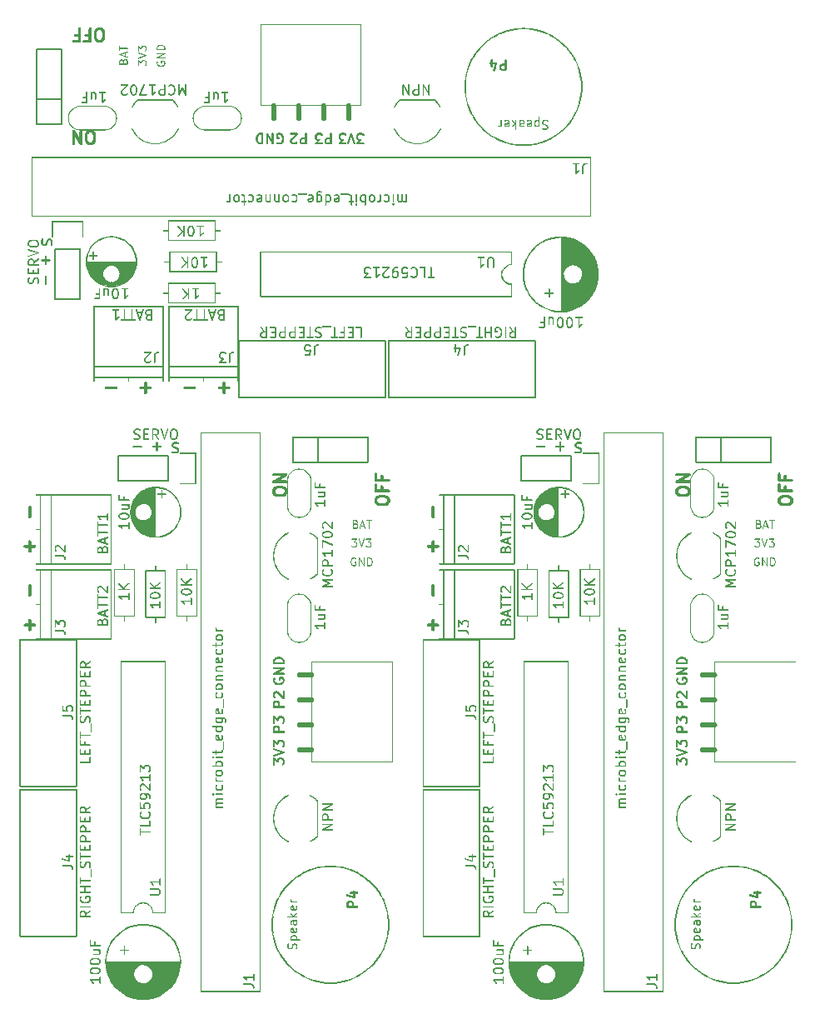
<source format=gto>
%MOIN*%
%OFA0B0*%
%FSLAX44Y44*%
%IPPOS*%
%LPD*%
G36*
X00010628Y00011671D02*
G01*
X00010640Y00011672D01*
X00010651Y00011678D01*
X00010659Y00011687D01*
X00010665Y00011698D01*
X00010667Y00011710D01*
X00010665Y00011721D01*
X00010659Y00011733D01*
X00010651Y00011742D01*
X00010640Y00011747D01*
X00010628Y00011749D01*
X00010234Y00011749D01*
X00010222Y00011747D01*
X00010210Y00011742D01*
X00010202Y00011733D01*
X00010196Y00011721D01*
X00010195Y00011710D01*
X00010196Y00011698D01*
X00010202Y00011687D01*
X00010210Y00011678D01*
X00010222Y00011672D01*
X00010234Y00011671D01*
X00010628Y00011671D01*
G37*
G36*
X00010234Y00011671D02*
G01*
X00010246Y00011672D01*
X00010257Y00011678D01*
X00010266Y00011687D01*
X00010270Y00011698D01*
X00010273Y00011710D01*
X00010273Y00011860D01*
X00010270Y00011872D01*
X00010266Y00011883D01*
X00010257Y00011892D01*
X00010246Y00011897D01*
X00010234Y00011899D01*
X00010222Y00011897D01*
X00010210Y00011892D01*
X00010202Y00011883D01*
X00010196Y00011872D01*
X00010195Y00011860D01*
X00010195Y00011710D01*
X00010196Y00011698D01*
X00010202Y00011687D01*
X00010210Y00011678D01*
X00010222Y00011672D01*
X00010234Y00011671D01*
G37*
G36*
X00010234Y00011821D02*
G01*
X00010246Y00011822D01*
X00010257Y00011828D01*
X00010266Y00011837D01*
X00010270Y00011848D01*
X00010290Y00011884D01*
X00010291Y00011897D01*
X00010290Y00011910D01*
X00010284Y00011921D01*
X00010276Y00011929D01*
X00010265Y00011935D01*
X00010253Y00011937D01*
X00010240Y00011935D01*
X00010230Y00011929D01*
X00010221Y00011921D01*
X00010215Y00011910D01*
X00010196Y00011872D01*
X00010195Y00011860D01*
X00010196Y00011848D01*
X00010202Y00011837D01*
X00010210Y00011828D01*
X00010222Y00011822D01*
X00010234Y00011821D01*
G37*
G36*
X00010253Y00011858D02*
G01*
X00010265Y00011860D01*
X00010276Y00011866D01*
X00010284Y00011874D01*
X00010303Y00011893D01*
X00010309Y00011903D01*
X00010310Y00011916D01*
X00010309Y00011928D01*
X00010303Y00011939D01*
X00010295Y00011948D01*
X00010284Y00011954D01*
X00010270Y00011956D01*
X00010259Y00011954D01*
X00010248Y00011948D01*
X00010240Y00011939D01*
X00010240Y00011939D01*
X00010230Y00011929D01*
X00010221Y00011921D01*
X00010215Y00011910D01*
X00010213Y00011897D01*
X00010215Y00011884D01*
X00010221Y00011874D01*
X00010230Y00011866D01*
X00010240Y00011860D01*
X00010253Y00011858D01*
G37*
G36*
X00010270Y00011877D02*
G01*
X00010284Y00011879D01*
X00010321Y00011897D01*
X00010331Y00011903D01*
X00010341Y00011912D01*
X00010346Y00011923D01*
X00010348Y00011935D01*
X00010346Y00011947D01*
X00010341Y00011958D01*
X00010331Y00011967D01*
X00010321Y00011972D01*
X00010309Y00011974D01*
X00010297Y00011972D01*
X00010259Y00011954D01*
X00010248Y00011948D01*
X00010240Y00011939D01*
X00010234Y00011928D01*
X00010232Y00011916D01*
X00010234Y00011903D01*
X00010240Y00011893D01*
X00010248Y00011883D01*
X00010259Y00011879D01*
X00010270Y00011877D01*
G37*
G36*
X00010365Y00011896D02*
G01*
X00010377Y00011897D01*
X00010388Y00011903D01*
X00010397Y00011912D01*
X00010403Y00011923D01*
X00010404Y00011935D01*
X00010403Y00011947D01*
X00010397Y00011958D01*
X00010388Y00011967D01*
X00010377Y00011972D01*
X00010365Y00011974D01*
X00010309Y00011974D01*
X00010297Y00011972D01*
X00010286Y00011967D01*
X00010277Y00011958D01*
X00010270Y00011947D01*
X00010270Y00011935D01*
X00010270Y00011923D01*
X00010277Y00011912D01*
X00010286Y00011903D01*
X00010297Y00011897D01*
X00010309Y00011896D01*
X00010365Y00011896D01*
G37*
G36*
X00010403Y00011877D02*
G01*
X00010415Y00011879D01*
X00010426Y00011883D01*
X00010434Y00011893D01*
X00010440Y00011903D01*
X00010442Y00011916D01*
X00010440Y00011928D01*
X00010434Y00011939D01*
X00010426Y00011948D01*
X00010415Y00011954D01*
X00010377Y00011972D01*
X00010365Y00011974D01*
X00010353Y00011972D01*
X00010342Y00011967D01*
X00010333Y00011958D01*
X00010328Y00011947D01*
X00010326Y00011935D01*
X00010328Y00011923D01*
X00010333Y00011912D01*
X00010342Y00011903D01*
X00010353Y00011897D01*
X00010390Y00011879D01*
X00010403Y00011877D01*
G37*
G36*
X00010421Y00011858D02*
G01*
X00010434Y00011860D01*
X00010445Y00011866D01*
X00010452Y00011874D01*
X00010459Y00011884D01*
X00010461Y00011897D01*
X00010459Y00011910D01*
X00010452Y00011921D01*
X00010445Y00011929D01*
X00010426Y00011948D01*
X00010415Y00011954D01*
X00010403Y00011956D01*
X00010390Y00011954D01*
X00010379Y00011948D01*
X00010371Y00011939D01*
X00010365Y00011928D01*
X00010363Y00011916D01*
X00010365Y00011903D01*
X00010371Y00011893D01*
X00010390Y00011874D01*
X00010390Y00011874D01*
X00010398Y00011866D01*
X00010409Y00011860D01*
X00010421Y00011858D01*
G37*
G36*
X00010440Y00011821D02*
G01*
X00010451Y00011822D01*
X00010463Y00011828D01*
X00010471Y00011837D01*
X00010478Y00011848D01*
X00010479Y00011860D01*
X00010478Y00011872D01*
X00010459Y00011910D01*
X00010452Y00011921D01*
X00010445Y00011929D01*
X00010434Y00011935D01*
X00010421Y00011937D01*
X00010409Y00011935D01*
X00010398Y00011929D01*
X00010390Y00011921D01*
X00010384Y00011910D01*
X00010382Y00011897D01*
X00010384Y00011884D01*
X00010403Y00011848D01*
X00010408Y00011837D01*
X00010417Y00011828D01*
X00010428Y00011822D01*
X00010440Y00011821D01*
G37*
G36*
X00010440Y00011671D02*
G01*
X00010451Y00011672D01*
X00010463Y00011678D01*
X00010471Y00011687D01*
X00010478Y00011698D01*
X00010479Y00011710D01*
X00010479Y00011860D01*
X00010478Y00011872D01*
X00010471Y00011883D01*
X00010463Y00011892D01*
X00010451Y00011897D01*
X00010440Y00011899D01*
X00010428Y00011897D01*
X00010417Y00011892D01*
X00010408Y00011883D01*
X00010403Y00011872D01*
X00010401Y00011860D01*
X00010401Y00011710D01*
X00010403Y00011698D01*
X00010408Y00011687D01*
X00010417Y00011678D01*
X00010428Y00011672D01*
X00010440Y00011671D01*
G37*
G36*
X00010270Y00012044D02*
G01*
X00010284Y00012047D01*
X00010295Y00012053D01*
X00010303Y00012062D01*
X00010309Y00012073D01*
X00010310Y00012084D01*
X00010309Y00012097D01*
X00010303Y00012108D01*
X00010295Y00012117D01*
X00010285Y00012126D01*
X00010284Y00012126D01*
X00010276Y00012135D01*
X00010265Y00012141D01*
X00010253Y00012143D01*
X00010240Y00012141D01*
X00010230Y00012135D01*
X00010221Y00012126D01*
X00010215Y00012116D01*
X00010213Y00012104D01*
X00010215Y00012091D01*
X00010221Y00012080D01*
X00010230Y00012072D01*
X00010240Y00012062D01*
X00010248Y00012053D01*
X00010259Y00012047D01*
X00010270Y00012044D01*
G37*
G36*
X00010253Y00012064D02*
G01*
X00010265Y00012065D01*
X00010276Y00012072D01*
X00010284Y00012080D01*
X00010290Y00012091D01*
X00010291Y00012104D01*
X00010290Y00012116D01*
X00010270Y00012153D01*
X00010266Y00012164D01*
X00010257Y00012173D01*
X00010246Y00012179D01*
X00010234Y00012180D01*
X00010222Y00012179D01*
X00010210Y00012173D01*
X00010202Y00012164D01*
X00010196Y00012153D01*
X00010195Y00012141D01*
X00010196Y00012129D01*
X00010215Y00012091D01*
X00010221Y00012080D01*
X00010230Y00012072D01*
X00010240Y00012065D01*
X00010253Y00012064D01*
G37*
G36*
X00010234Y00012102D02*
G01*
X00010246Y00012104D01*
X00010257Y00012109D01*
X00010266Y00012118D01*
X00010270Y00012129D01*
X00010273Y00012141D01*
X00010273Y00012235D01*
X00010270Y00012246D01*
X00010266Y00012258D01*
X00010257Y00012266D01*
X00010246Y00012272D01*
X00010234Y00012274D01*
X00010222Y00012272D01*
X00010210Y00012266D01*
X00010202Y00012258D01*
X00010196Y00012246D01*
X00010195Y00012235D01*
X00010195Y00012141D01*
X00010196Y00012129D01*
X00010202Y00012118D01*
X00010210Y00012109D01*
X00010222Y00012104D01*
X00010234Y00012102D01*
G37*
G36*
X00010234Y00012195D02*
G01*
X00010246Y00012197D01*
X00010257Y00012203D01*
X00010266Y00012212D01*
X00010270Y00012223D01*
X00010290Y00012260D01*
X00010291Y00012272D01*
X00010290Y00012285D01*
X00010284Y00012295D01*
X00010276Y00012304D01*
X00010265Y00012310D01*
X00010253Y00012312D01*
X00010240Y00012310D01*
X00010230Y00012304D01*
X00010221Y00012295D01*
X00010215Y00012285D01*
X00010196Y00012246D01*
X00010195Y00012235D01*
X00010196Y00012223D01*
X00010202Y00012212D01*
X00010210Y00012203D01*
X00010222Y00012197D01*
X00010234Y00012195D01*
G37*
G36*
X00010253Y00012233D02*
G01*
X00010265Y00012235D01*
X00010276Y00012240D01*
X00010284Y00012249D01*
X00010303Y00012267D01*
X00010309Y00012279D01*
X00010310Y00012291D01*
X00010309Y00012303D01*
X00010303Y00012314D01*
X00010295Y00012323D01*
X00010284Y00012329D01*
X00010270Y00012330D01*
X00010259Y00012329D01*
X00010248Y00012323D01*
X00010240Y00012314D01*
X00010230Y00012304D01*
X00010221Y00012295D01*
X00010215Y00012285D01*
X00010213Y00012272D01*
X00010215Y00012260D01*
X00010221Y00012249D01*
X00010230Y00012240D01*
X00010240Y00012235D01*
X00010253Y00012233D01*
G37*
G36*
X00010270Y00012252D02*
G01*
X00010284Y00012254D01*
X00010321Y00012272D01*
X00010331Y00012278D01*
X00010341Y00012286D01*
X00010346Y00012298D01*
X00010348Y00012310D01*
X00010346Y00012322D01*
X00010341Y00012333D01*
X00010331Y00012342D01*
X00010321Y00012346D01*
X00010309Y00012349D01*
X00010297Y00012346D01*
X00010259Y00012329D01*
X00010248Y00012323D01*
X00010240Y00012314D01*
X00010234Y00012303D01*
X00010232Y00012291D01*
X00010234Y00012279D01*
X00010240Y00012267D01*
X00010248Y00012259D01*
X00010259Y00012254D01*
X00010270Y00012252D01*
G37*
G36*
X00010346Y00012270D02*
G01*
X00010359Y00012272D01*
X00010370Y00012278D01*
X00010378Y00012286D01*
X00010384Y00012298D01*
X00010386Y00012310D01*
X00010384Y00012322D01*
X00010378Y00012333D01*
X00010370Y00012342D01*
X00010359Y00012346D01*
X00010346Y00012349D01*
X00010309Y00012349D01*
X00010297Y00012346D01*
X00010286Y00012342D01*
X00010277Y00012333D01*
X00010270Y00012322D01*
X00010270Y00012310D01*
X00010270Y00012298D01*
X00010277Y00012286D01*
X00010286Y00012278D01*
X00010297Y00012272D01*
X00010309Y00012270D01*
X00010346Y00012270D01*
G37*
G36*
X00010403Y00012252D02*
G01*
X00010415Y00012254D01*
X00010426Y00012259D01*
X00010434Y00012267D01*
X00010440Y00012279D01*
X00010442Y00012291D01*
X00010440Y00012303D01*
X00010434Y00012314D01*
X00010426Y00012323D01*
X00010415Y00012329D01*
X00010359Y00012346D01*
X00010346Y00012349D01*
X00010334Y00012346D01*
X00010323Y00012342D01*
X00010315Y00012333D01*
X00010309Y00012322D01*
X00010307Y00012310D01*
X00010309Y00012298D01*
X00010315Y00012286D01*
X00010323Y00012278D01*
X00010334Y00012272D01*
X00010390Y00012254D01*
X00010403Y00012252D01*
G37*
G36*
X00010628Y00012027D02*
G01*
X00010640Y00012029D01*
X00010651Y00012034D01*
X00010659Y00012043D01*
X00010665Y00012054D01*
X00010667Y00012065D01*
X00010665Y00012078D01*
X00010659Y00012089D01*
X00010426Y00012323D01*
X00010415Y00012329D01*
X00010403Y00012330D01*
X00010390Y00012329D01*
X00010379Y00012323D01*
X00010371Y00012314D01*
X00010365Y00012303D01*
X00010363Y00012291D01*
X00010365Y00012279D01*
X00010371Y00012267D01*
X00010379Y00012259D01*
X00010604Y00012034D01*
X00010615Y00012029D01*
X00010628Y00012027D01*
G37*
G36*
X00010628Y00012027D02*
G01*
X00010640Y00012029D01*
X00010651Y00012034D01*
X00010659Y00012043D01*
X00010665Y00012054D01*
X00010667Y00012065D01*
X00010667Y00012310D01*
X00010665Y00012322D01*
X00010659Y00012333D01*
X00010651Y00012342D01*
X00010640Y00012346D01*
X00010628Y00012349D01*
X00010615Y00012346D01*
X00010604Y00012342D01*
X00010596Y00012333D01*
X00010590Y00012322D01*
X00010588Y00012310D01*
X00010588Y00012065D01*
X00010590Y00012054D01*
X00010596Y00012043D01*
X00010604Y00012034D01*
X00010615Y00012029D01*
X00010628Y00012027D01*
G37*
G36*
X00010628Y00010671D02*
G01*
X00010640Y00010672D01*
X00010651Y00010678D01*
X00010659Y00010687D01*
X00010665Y00010698D01*
X00010667Y00010710D01*
X00010665Y00010722D01*
X00010659Y00010733D01*
X00010651Y00010742D01*
X00010640Y00010747D01*
X00010628Y00010749D01*
X00010234Y00010749D01*
X00010222Y00010747D01*
X00010210Y00010742D01*
X00010202Y00010733D01*
X00010196Y00010722D01*
X00010195Y00010710D01*
X00010196Y00010698D01*
X00010202Y00010687D01*
X00010210Y00010678D01*
X00010222Y00010672D01*
X00010234Y00010671D01*
X00010628Y00010671D01*
G37*
G36*
X00010234Y00010671D02*
G01*
X00010246Y00010672D01*
X00010257Y00010678D01*
X00010266Y00010687D01*
X00010270Y00010698D01*
X00010273Y00010710D01*
X00010273Y00010860D01*
X00010270Y00010872D01*
X00010266Y00010883D01*
X00010257Y00010892D01*
X00010246Y00010896D01*
X00010234Y00010899D01*
X00010222Y00010896D01*
X00010210Y00010892D01*
X00010202Y00010883D01*
X00010196Y00010872D01*
X00010195Y00010860D01*
X00010195Y00010710D01*
X00010196Y00010698D01*
X00010202Y00010687D01*
X00010210Y00010678D01*
X00010222Y00010672D01*
X00010234Y00010671D01*
G37*
G36*
X00010234Y00010821D02*
G01*
X00010246Y00010822D01*
X00010257Y00010828D01*
X00010266Y00010837D01*
X00010270Y00010848D01*
X00010290Y00010885D01*
X00010291Y00010896D01*
X00010290Y00010910D01*
X00010284Y00010921D01*
X00010276Y00010929D01*
X00010265Y00010935D01*
X00010253Y00010936D01*
X00010240Y00010935D01*
X00010230Y00010929D01*
X00010221Y00010921D01*
X00010215Y00010910D01*
X00010196Y00010872D01*
X00010195Y00010860D01*
X00010196Y00010848D01*
X00010202Y00010837D01*
X00010210Y00010828D01*
X00010222Y00010822D01*
X00010234Y00010821D01*
G37*
G36*
X00010253Y00010858D02*
G01*
X00010265Y00010860D01*
X00010276Y00010866D01*
X00010284Y00010874D01*
X00010303Y00010893D01*
X00010309Y00010904D01*
X00010310Y00010915D01*
X00010309Y00010928D01*
X00010303Y00010939D01*
X00010295Y00010948D01*
X00010284Y00010954D01*
X00010270Y00010955D01*
X00010259Y00010954D01*
X00010248Y00010948D01*
X00010240Y00010939D01*
X00010240Y00010939D01*
X00010230Y00010929D01*
X00010221Y00010921D01*
X00010215Y00010910D01*
X00010213Y00010896D01*
X00010215Y00010885D01*
X00010221Y00010874D01*
X00010230Y00010866D01*
X00010240Y00010860D01*
X00010253Y00010858D01*
G37*
G36*
X00010270Y00010876D02*
G01*
X00010284Y00010879D01*
X00010321Y00010896D01*
X00010331Y00010903D01*
X00010341Y00010912D01*
X00010346Y00010923D01*
X00010348Y00010935D01*
X00010346Y00010947D01*
X00010341Y00010958D01*
X00010331Y00010967D01*
X00010321Y00010972D01*
X00010309Y00010974D01*
X00010297Y00010972D01*
X00010259Y00010954D01*
X00010248Y00010948D01*
X00010240Y00010939D01*
X00010234Y00010928D01*
X00010232Y00010915D01*
X00010234Y00010904D01*
X00010240Y00010893D01*
X00010248Y00010884D01*
X00010259Y00010879D01*
X00010270Y00010876D01*
G37*
G36*
X00010365Y00010895D02*
G01*
X00010377Y00010896D01*
X00010388Y00010903D01*
X00010397Y00010912D01*
X00010403Y00010923D01*
X00010404Y00010935D01*
X00010403Y00010947D01*
X00010397Y00010958D01*
X00010388Y00010967D01*
X00010377Y00010972D01*
X00010365Y00010974D01*
X00010309Y00010974D01*
X00010297Y00010972D01*
X00010286Y00010967D01*
X00010277Y00010958D01*
X00010270Y00010947D01*
X00010270Y00010935D01*
X00010270Y00010923D01*
X00010277Y00010912D01*
X00010286Y00010903D01*
X00010297Y00010896D01*
X00010309Y00010895D01*
X00010365Y00010895D01*
G37*
G36*
X00010403Y00010876D02*
G01*
X00010415Y00010879D01*
X00010426Y00010884D01*
X00010434Y00010893D01*
X00010440Y00010904D01*
X00010442Y00010915D01*
X00010440Y00010928D01*
X00010434Y00010939D01*
X00010426Y00010948D01*
X00010415Y00010954D01*
X00010377Y00010972D01*
X00010365Y00010974D01*
X00010353Y00010972D01*
X00010342Y00010967D01*
X00010333Y00010958D01*
X00010328Y00010947D01*
X00010326Y00010935D01*
X00010328Y00010923D01*
X00010333Y00010912D01*
X00010342Y00010903D01*
X00010353Y00010896D01*
X00010390Y00010879D01*
X00010403Y00010876D01*
G37*
G36*
X00010421Y00010858D02*
G01*
X00010434Y00010860D01*
X00010445Y00010866D01*
X00010452Y00010874D01*
X00010459Y00010885D01*
X00010461Y00010896D01*
X00010459Y00010910D01*
X00010452Y00010921D01*
X00010445Y00010929D01*
X00010426Y00010948D01*
X00010415Y00010954D01*
X00010403Y00010955D01*
X00010390Y00010954D01*
X00010379Y00010948D01*
X00010371Y00010939D01*
X00010365Y00010928D01*
X00010363Y00010915D01*
X00010365Y00010904D01*
X00010371Y00010893D01*
X00010390Y00010874D01*
X00010398Y00010866D01*
X00010409Y00010860D01*
X00010421Y00010858D01*
G37*
G36*
X00010440Y00010821D02*
G01*
X00010451Y00010822D01*
X00010463Y00010828D01*
X00010471Y00010837D01*
X00010478Y00010848D01*
X00010479Y00010860D01*
X00010478Y00010872D01*
X00010459Y00010910D01*
X00010452Y00010921D01*
X00010445Y00010929D01*
X00010434Y00010935D01*
X00010421Y00010936D01*
X00010409Y00010935D01*
X00010398Y00010929D01*
X00010390Y00010921D01*
X00010384Y00010910D01*
X00010382Y00010896D01*
X00010384Y00010885D01*
X00010403Y00010848D01*
X00010408Y00010837D01*
X00010417Y00010828D01*
X00010428Y00010822D01*
X00010440Y00010821D01*
G37*
G36*
X00010440Y00010671D02*
G01*
X00010451Y00010672D01*
X00010463Y00010678D01*
X00010471Y00010687D01*
X00010478Y00010698D01*
X00010479Y00010710D01*
X00010479Y00010860D01*
X00010478Y00010872D01*
X00010471Y00010883D01*
X00010463Y00010892D01*
X00010451Y00010896D01*
X00010440Y00010899D01*
X00010428Y00010896D01*
X00010417Y00010892D01*
X00010408Y00010883D01*
X00010403Y00010872D01*
X00010401Y00010860D01*
X00010401Y00010710D01*
X00010403Y00010698D01*
X00010408Y00010687D01*
X00010417Y00010678D01*
X00010428Y00010672D01*
X00010440Y00010671D01*
G37*
G36*
X00010234Y00011027D02*
G01*
X00010246Y00011029D01*
X00010257Y00011034D01*
X00010266Y00011043D01*
X00010270Y00011054D01*
X00010273Y00011066D01*
X00010273Y00011310D01*
X00010270Y00011322D01*
X00010266Y00011333D01*
X00010257Y00011342D01*
X00010246Y00011347D01*
X00010234Y00011349D01*
X00010222Y00011347D01*
X00010210Y00011342D01*
X00010202Y00011333D01*
X00010196Y00011322D01*
X00010195Y00011310D01*
X00010195Y00011066D01*
X00010196Y00011054D01*
X00010202Y00011043D01*
X00010210Y00011034D01*
X00010222Y00011029D01*
X00010234Y00011027D01*
G37*
G36*
X00010384Y00011138D02*
G01*
X00010396Y00011141D01*
X00010407Y00011147D01*
X00010416Y00011155D01*
X00010421Y00011166D01*
X00010423Y00011178D01*
X00010421Y00011191D01*
X00010416Y00011202D01*
X00010407Y00011210D01*
X00010257Y00011342D01*
X00010246Y00011347D01*
X00010234Y00011349D01*
X00010222Y00011347D01*
X00010210Y00011342D01*
X00010202Y00011333D01*
X00010196Y00011322D01*
X00010195Y00011310D01*
X00010196Y00011298D01*
X00010202Y00011287D01*
X00010210Y00011278D01*
X00010361Y00011147D01*
X00010371Y00011141D01*
X00010384Y00011138D01*
G37*
G36*
X00010384Y00011138D02*
G01*
X00010396Y00011141D01*
X00010407Y00011147D01*
X00010416Y00011155D01*
X00010421Y00011166D01*
X00010423Y00011178D01*
X00010423Y00011235D01*
X00010421Y00011247D01*
X00010416Y00011258D01*
X00010407Y00011267D01*
X00010396Y00011272D01*
X00010384Y00011274D01*
X00010371Y00011272D01*
X00010361Y00011267D01*
X00010351Y00011258D01*
X00010346Y00011247D01*
X00010345Y00011235D01*
X00010345Y00011178D01*
X00010346Y00011166D01*
X00010351Y00011155D01*
X00010361Y00011147D01*
X00010371Y00011141D01*
X00010384Y00011138D01*
G37*
G36*
X00010384Y00011195D02*
G01*
X00010396Y00011197D01*
X00010407Y00011203D01*
X00010416Y00011212D01*
X00010421Y00011223D01*
X00010440Y00011259D01*
X00010442Y00011272D01*
X00010440Y00011285D01*
X00010434Y00011295D01*
X00010426Y00011304D01*
X00010415Y00011310D01*
X00010403Y00011312D01*
X00010390Y00011310D01*
X00010379Y00011304D01*
X00010371Y00011295D01*
X00010365Y00011285D01*
X00010346Y00011247D01*
X00010345Y00011235D01*
X00010346Y00011223D01*
X00010351Y00011212D01*
X00010361Y00011203D01*
X00010371Y00011197D01*
X00010384Y00011195D01*
G37*
G36*
X00010403Y00011233D02*
G01*
X00010415Y00011235D01*
X00010426Y00011240D01*
X00010452Y00011268D01*
X00010459Y00011278D01*
X00010461Y00011291D01*
X00010459Y00011303D01*
X00010452Y00011314D01*
X00010445Y00011323D01*
X00010434Y00011329D01*
X00010421Y00011330D01*
X00010409Y00011329D01*
X00010398Y00011323D01*
X00010390Y00011314D01*
X00010390Y00011314D01*
X00010371Y00011295D01*
X00010365Y00011285D01*
X00010363Y00011272D01*
X00010365Y00011259D01*
X00010371Y00011249D01*
X00010379Y00011240D01*
X00010390Y00011235D01*
X00010403Y00011233D01*
G37*
G36*
X00010421Y00011252D02*
G01*
X00010434Y00011254D01*
X00010471Y00011272D01*
X00010482Y00011278D01*
X00010491Y00011287D01*
X00010496Y00011298D01*
X00010498Y00011310D01*
X00010496Y00011322D01*
X00010491Y00011333D01*
X00010482Y00011342D01*
X00010471Y00011347D01*
X00010459Y00011349D01*
X00010447Y00011347D01*
X00010409Y00011329D01*
X00010398Y00011323D01*
X00010390Y00011314D01*
X00010384Y00011303D01*
X00010382Y00011291D01*
X00010384Y00011278D01*
X00010390Y00011268D01*
X00010398Y00011258D01*
X00010409Y00011254D01*
X00010421Y00011252D01*
G37*
G36*
X00010552Y00011270D02*
G01*
X00010565Y00011272D01*
X00010576Y00011278D01*
X00010584Y00011287D01*
X00010590Y00011298D01*
X00010592Y00011310D01*
X00010590Y00011322D01*
X00010584Y00011333D01*
X00010576Y00011342D01*
X00010565Y00011347D01*
X00010552Y00011349D01*
X00010459Y00011349D01*
X00010447Y00011347D01*
X00010436Y00011342D01*
X00010427Y00011333D01*
X00010421Y00011322D01*
X00010420Y00011310D01*
X00010421Y00011298D01*
X00010427Y00011287D01*
X00010436Y00011278D01*
X00010447Y00011272D01*
X00010459Y00011270D01*
X00010552Y00011270D01*
G37*
G36*
X00010590Y00011252D02*
G01*
X00010602Y00011254D01*
X00010613Y00011258D01*
X00010622Y00011268D01*
X00010628Y00011278D01*
X00010629Y00011291D01*
X00010628Y00011303D01*
X00010622Y00011314D01*
X00010613Y00011323D01*
X00010602Y00011329D01*
X00010565Y00011347D01*
X00010552Y00011349D01*
X00010540Y00011347D01*
X00010529Y00011342D01*
X00010521Y00011333D01*
X00010515Y00011322D01*
X00010512Y00011310D01*
X00010515Y00011298D01*
X00010521Y00011287D01*
X00010529Y00011278D01*
X00010540Y00011272D01*
X00010578Y00011254D01*
X00010590Y00011252D01*
G37*
G36*
X00010609Y00011233D02*
G01*
X00010621Y00011235D01*
X00010632Y00011240D01*
X00010641Y00011249D01*
X00010646Y00011259D01*
X00010648Y00011272D01*
X00010646Y00011285D01*
X00010641Y00011295D01*
X00010613Y00011323D01*
X00010602Y00011329D01*
X00010590Y00011330D01*
X00010578Y00011329D01*
X00010567Y00011323D01*
X00010558Y00011314D01*
X00010552Y00011303D01*
X00010551Y00011291D01*
X00010552Y00011278D01*
X00010558Y00011268D01*
X00010586Y00011240D01*
X00010597Y00011235D01*
X00010609Y00011233D01*
G37*
G36*
X00010628Y00011195D02*
G01*
X00010640Y00011197D01*
X00010651Y00011203D01*
X00010659Y00011212D01*
X00010665Y00011223D01*
X00010667Y00011235D01*
X00010665Y00011247D01*
X00010646Y00011285D01*
X00010641Y00011295D01*
X00010632Y00011304D01*
X00010621Y00011310D01*
X00010609Y00011312D01*
X00010597Y00011310D01*
X00010586Y00011304D01*
X00010577Y00011295D01*
X00010571Y00011285D01*
X00010569Y00011272D01*
X00010571Y00011259D01*
X00010590Y00011223D01*
X00010596Y00011212D01*
X00010604Y00011203D01*
X00010615Y00011197D01*
X00010628Y00011195D01*
G37*
G36*
X00010628Y00011083D02*
G01*
X00010640Y00011085D01*
X00010651Y00011091D01*
X00010659Y00011099D01*
X00010665Y00011110D01*
X00010667Y00011122D01*
X00010667Y00011235D01*
X00010665Y00011247D01*
X00010659Y00011258D01*
X00010651Y00011267D01*
X00010640Y00011272D01*
X00010628Y00011274D01*
X00010615Y00011272D01*
X00010604Y00011267D01*
X00010596Y00011258D01*
X00010590Y00011247D01*
X00010588Y00011235D01*
X00010588Y00011122D01*
X00010590Y00011110D01*
X00010596Y00011099D01*
X00010604Y00011091D01*
X00010615Y00011085D01*
X00010628Y00011083D01*
G37*
G36*
X00010609Y00011045D02*
G01*
X00010621Y00011047D01*
X00010632Y00011053D01*
X00010641Y00011062D01*
X00010646Y00011073D01*
X00010665Y00011110D01*
X00010667Y00011122D01*
X00010665Y00011135D01*
X00010659Y00011146D01*
X00010651Y00011154D01*
X00010640Y00011160D01*
X00010628Y00011162D01*
X00010615Y00011160D01*
X00010604Y00011154D01*
X00010596Y00011146D01*
X00010590Y00011135D01*
X00010571Y00011096D01*
X00010569Y00011085D01*
X00010571Y00011073D01*
X00010577Y00011062D01*
X00010586Y00011053D01*
X00010597Y00011047D01*
X00010609Y00011045D01*
G37*
G36*
X00010590Y00011027D02*
G01*
X00010602Y00011029D01*
X00010613Y00011034D01*
X00010641Y00011062D01*
X00010646Y00011073D01*
X00010648Y00011085D01*
X00010646Y00011096D01*
X00010641Y00011108D01*
X00010632Y00011117D01*
X00010621Y00011122D01*
X00010609Y00011124D01*
X00010597Y00011122D01*
X00010586Y00011117D01*
X00010558Y00011089D01*
X00010552Y00011077D01*
X00010551Y00011066D01*
X00010552Y00011054D01*
X00010558Y00011043D01*
X00010567Y00011034D01*
X00010578Y00011029D01*
X00010590Y00011027D01*
G37*
G36*
X00010226Y00020232D02*
G01*
X00010244Y00020235D01*
X00010260Y00020243D01*
X00010273Y00020256D01*
X00010282Y00020273D01*
X00010285Y00020291D01*
X00010285Y00020386D01*
X00010282Y00020404D01*
X00010273Y00020421D01*
X00010260Y00020434D01*
X00010244Y00020442D01*
X00010226Y00020445D01*
X00010207Y00020442D01*
X00010190Y00020434D01*
X00010178Y00020421D01*
X00010169Y00020404D01*
X00010167Y00020386D01*
X00010167Y00020291D01*
X00010169Y00020273D01*
X00010178Y00020256D01*
X00010190Y00020243D01*
X00010207Y00020235D01*
X00010226Y00020232D01*
G37*
G36*
X00010226Y00020327D02*
G01*
X00010244Y00020330D01*
X00010260Y00020338D01*
X00010273Y00020352D01*
X00010282Y00020368D01*
X00010306Y00020416D01*
X00010309Y00020434D01*
X00010306Y00020452D01*
X00010297Y00020469D01*
X00010284Y00020482D01*
X00010268Y00020490D01*
X00010250Y00020493D01*
X00010230Y00020490D01*
X00010215Y00020482D01*
X00010202Y00020469D01*
X00010193Y00020452D01*
X00010169Y00020404D01*
X00010167Y00020386D01*
X00010169Y00020368D01*
X00010178Y00020352D01*
X00010190Y00020338D01*
X00010207Y00020330D01*
X00010226Y00020327D01*
G37*
G36*
X00010250Y00020375D02*
G01*
X00010268Y00020378D01*
X00010284Y00020386D01*
X00010297Y00020399D01*
X00010331Y00020434D01*
X00010331Y00020434D01*
X00010345Y00020447D01*
X00010353Y00020463D01*
X00010356Y00020480D01*
X00010353Y00020500D01*
X00010345Y00020516D01*
X00010331Y00020529D01*
X00010315Y00020538D01*
X00010297Y00020541D01*
X00010279Y00020538D01*
X00010262Y00020529D01*
X00010202Y00020469D01*
X00010193Y00020452D01*
X00010189Y00020434D01*
X00010193Y00020416D01*
X00010202Y00020399D01*
X00010215Y00020386D01*
X00010230Y00020378D01*
X00010250Y00020375D01*
G37*
G36*
X00010297Y00020421D02*
G01*
X00010315Y00020425D01*
X00010411Y00020449D01*
X00010427Y00020457D01*
X00010440Y00020471D01*
X00010449Y00020487D01*
X00010451Y00020505D01*
X00010449Y00020524D01*
X00010440Y00020540D01*
X00010427Y00020553D01*
X00010411Y00020560D01*
X00010391Y00020564D01*
X00010374Y00020560D01*
X00010279Y00020538D01*
X00010262Y00020529D01*
X00010249Y00020516D01*
X00010241Y00020500D01*
X00010238Y00020480D01*
X00010241Y00020463D01*
X00010249Y00020447D01*
X00010262Y00020434D01*
X00010279Y00020425D01*
X00010297Y00020421D01*
G37*
G36*
X00010559Y00020446D02*
G01*
X00010577Y00020449D01*
X00010593Y00020457D01*
X00010607Y00020471D01*
X00010615Y00020487D01*
X00010618Y00020505D01*
X00010615Y00020524D01*
X00010607Y00020540D01*
X00010593Y00020553D01*
X00010577Y00020560D01*
X00010559Y00020564D01*
X00010391Y00020564D01*
X00010374Y00020560D01*
X00010358Y00020553D01*
X00010345Y00020540D01*
X00010336Y00020524D01*
X00010333Y00020505D01*
X00010336Y00020487D01*
X00010345Y00020471D01*
X00010358Y00020457D01*
X00010374Y00020449D01*
X00010391Y00020446D01*
X00010559Y00020446D01*
G37*
G36*
X00010653Y00020421D02*
G01*
X00010673Y00020425D01*
X00010689Y00020434D01*
X00010702Y00020447D01*
X00010710Y00020463D01*
X00010713Y00020480D01*
X00010710Y00020500D01*
X00010702Y00020516D01*
X00010689Y00020529D01*
X00010673Y00020538D01*
X00010577Y00020560D01*
X00010559Y00020564D01*
X00010541Y00020560D01*
X00010524Y00020553D01*
X00010511Y00020540D01*
X00010503Y00020524D01*
X00010500Y00020505D01*
X00010503Y00020487D01*
X00010511Y00020471D01*
X00010524Y00020457D01*
X00010541Y00020449D01*
X00010636Y00020425D01*
X00010653Y00020421D01*
G37*
G36*
X00010702Y00020375D02*
G01*
X00010720Y00020378D01*
X00010737Y00020386D01*
X00010750Y00020399D01*
X00010758Y00020416D01*
X00010761Y00020434D01*
X00010758Y00020452D01*
X00010750Y00020469D01*
X00010737Y00020482D01*
X00010689Y00020529D01*
X00010673Y00020538D01*
X00010653Y00020541D01*
X00010636Y00020538D01*
X00010620Y00020529D01*
X00010606Y00020516D01*
X00010598Y00020500D01*
X00010595Y00020480D01*
X00010598Y00020463D01*
X00010606Y00020447D01*
X00010620Y00020434D01*
X00010653Y00020399D01*
X00010667Y00020386D01*
X00010684Y00020378D01*
X00010702Y00020375D01*
G37*
G36*
X00010726Y00020327D02*
G01*
X00010744Y00020330D01*
X00010760Y00020338D01*
X00010773Y00020352D01*
X00010782Y00020368D01*
X00010785Y00020386D01*
X00010782Y00020404D01*
X00010758Y00020452D01*
X00010750Y00020469D01*
X00010737Y00020482D01*
X00010720Y00020490D01*
X00010702Y00020493D01*
X00010684Y00020490D01*
X00010667Y00020482D01*
X00010653Y00020469D01*
X00010646Y00020452D01*
X00010643Y00020434D01*
X00010646Y00020416D01*
X00010670Y00020368D01*
X00010678Y00020352D01*
X00010691Y00020338D01*
X00010707Y00020330D01*
X00010726Y00020327D01*
G37*
G36*
X00010726Y00020232D02*
G01*
X00010744Y00020235D01*
X00010760Y00020243D01*
X00010773Y00020256D01*
X00010782Y00020273D01*
X00010785Y00020291D01*
X00010785Y00020386D01*
X00010782Y00020404D01*
X00010773Y00020421D01*
X00010760Y00020434D01*
X00010744Y00020442D01*
X00010726Y00020445D01*
X00010707Y00020442D01*
X00010691Y00020434D01*
X00010678Y00020421D01*
X00010670Y00020404D01*
X00010667Y00020386D01*
X00010667Y00020291D01*
X00010670Y00020273D01*
X00010678Y00020256D01*
X00010691Y00020243D01*
X00010707Y00020235D01*
X00010726Y00020232D01*
G37*
G36*
X00010702Y00020184D02*
G01*
X00010720Y00020187D01*
X00010737Y00020196D01*
X00010750Y00020209D01*
X00010758Y00020225D01*
X00010782Y00020273D01*
X00010785Y00020291D01*
X00010782Y00020309D01*
X00010773Y00020326D01*
X00010760Y00020339D01*
X00010744Y00020347D01*
X00010726Y00020350D01*
X00010707Y00020347D01*
X00010691Y00020339D01*
X00010678Y00020326D01*
X00010670Y00020309D01*
X00010646Y00020261D01*
X00010643Y00020243D01*
X00010646Y00020225D01*
X00010653Y00020209D01*
X00010667Y00020196D01*
X00010684Y00020187D01*
X00010702Y00020184D01*
G37*
G36*
X00010653Y00020137D02*
G01*
X00010673Y00020139D01*
X00010689Y00020148D01*
X00010737Y00020196D01*
X00010750Y00020209D01*
X00010758Y00020225D01*
X00010761Y00020243D01*
X00010758Y00020261D01*
X00010750Y00020278D01*
X00010737Y00020291D01*
X00010720Y00020299D01*
X00010702Y00020301D01*
X00010684Y00020299D01*
X00010667Y00020291D01*
X00010653Y00020278D01*
X00010606Y00020230D01*
X00010598Y00020214D01*
X00010595Y00020196D01*
X00010598Y00020177D01*
X00010606Y00020160D01*
X00010620Y00020148D01*
X00010636Y00020139D01*
X00010653Y00020137D01*
G37*
G36*
X00010559Y00020113D02*
G01*
X00010577Y00020116D01*
X00010673Y00020139D01*
X00010689Y00020148D01*
X00010702Y00020160D01*
X00010710Y00020177D01*
X00010713Y00020196D01*
X00010710Y00020214D01*
X00010702Y00020230D01*
X00010689Y00020244D01*
X00010673Y00020252D01*
X00010653Y00020255D01*
X00010636Y00020252D01*
X00010541Y00020228D01*
X00010524Y00020219D01*
X00010511Y00020207D01*
X00010503Y00020190D01*
X00010500Y00020172D01*
X00010503Y00020154D01*
X00010511Y00020137D01*
X00010524Y00020124D01*
X00010541Y00020116D01*
X00010559Y00020113D01*
G37*
G36*
X00010559Y00020113D02*
G01*
X00010577Y00020116D01*
X00010593Y00020124D01*
X00010607Y00020137D01*
X00010615Y00020154D01*
X00010618Y00020172D01*
X00010615Y00020190D01*
X00010607Y00020207D01*
X00010593Y00020219D01*
X00010577Y00020228D01*
X00010559Y00020231D01*
X00010391Y00020231D01*
X00010374Y00020228D01*
X00010358Y00020219D01*
X00010345Y00020207D01*
X00010336Y00020190D01*
X00010333Y00020172D01*
X00010336Y00020154D01*
X00010345Y00020137D01*
X00010358Y00020124D01*
X00010374Y00020116D01*
X00010391Y00020113D01*
X00010559Y00020113D01*
G37*
G36*
X00010391Y00020113D02*
G01*
X00010411Y00020116D01*
X00010427Y00020124D01*
X00010440Y00020137D01*
X00010449Y00020154D01*
X00010451Y00020172D01*
X00010449Y00020190D01*
X00010440Y00020207D01*
X00010427Y00020219D01*
X00010411Y00020228D01*
X00010315Y00020252D01*
X00010297Y00020255D01*
X00010279Y00020252D01*
X00010262Y00020244D01*
X00010249Y00020230D01*
X00010241Y00020214D01*
X00010238Y00020196D01*
X00010241Y00020177D01*
X00010249Y00020160D01*
X00010262Y00020148D01*
X00010279Y00020139D01*
X00010374Y00020116D01*
X00010391Y00020113D01*
G37*
G36*
X00010297Y00020137D02*
G01*
X00010315Y00020139D01*
X00010331Y00020148D01*
X00010345Y00020160D01*
X00010353Y00020177D01*
X00010356Y00020196D01*
X00010353Y00020214D01*
X00010345Y00020230D01*
X00010331Y00020244D01*
X00010297Y00020278D01*
X00010297Y00020278D01*
X00010284Y00020291D01*
X00010268Y00020299D01*
X00010250Y00020301D01*
X00010230Y00020299D01*
X00010215Y00020291D01*
X00010202Y00020278D01*
X00010193Y00020261D01*
X00010189Y00020243D01*
X00010193Y00020225D01*
X00010202Y00020209D01*
X00010215Y00020196D01*
X00010249Y00020160D01*
X00010249Y00020160D01*
X00010262Y00020148D01*
X00010279Y00020139D01*
X00010297Y00020137D01*
G37*
G36*
X00010250Y00020184D02*
G01*
X00010268Y00020187D01*
X00010284Y00020196D01*
X00010297Y00020209D01*
X00010306Y00020225D01*
X00010309Y00020243D01*
X00010306Y00020261D01*
X00010282Y00020309D01*
X00010273Y00020326D01*
X00010260Y00020339D01*
X00010244Y00020347D01*
X00010226Y00020350D01*
X00010207Y00020347D01*
X00010190Y00020339D01*
X00010178Y00020326D01*
X00010169Y00020309D01*
X00010167Y00020291D01*
X00010169Y00020273D01*
X00010193Y00020225D01*
X00010202Y00020209D01*
X00010215Y00020196D01*
X00010230Y00020187D01*
X00010250Y00020184D01*
G37*
G36*
X00010726Y00020660D02*
G01*
X00010744Y00020663D01*
X00010760Y00020672D01*
X00010773Y00020684D01*
X00010782Y00020701D01*
X00010785Y00020720D01*
X00010782Y00020738D01*
X00010773Y00020754D01*
X00010760Y00020767D01*
X00010744Y00020776D01*
X00010726Y00020779D01*
X00010226Y00020779D01*
X00010207Y00020776D01*
X00010190Y00020767D01*
X00010178Y00020754D01*
X00010169Y00020738D01*
X00010167Y00020720D01*
X00010169Y00020701D01*
X00010178Y00020684D01*
X00010190Y00020672D01*
X00010207Y00020663D01*
X00010226Y00020660D01*
X00010726Y00020660D01*
G37*
G36*
X00010226Y00020660D02*
G01*
X00010244Y00020663D01*
X00010260Y00020672D01*
X00010760Y00020957D01*
X00010773Y00020971D01*
X00010782Y00020987D01*
X00010785Y00021004D01*
X00010782Y00021024D01*
X00010773Y00021040D01*
X00010760Y00021053D01*
X00010744Y00021061D01*
X00010726Y00021064D01*
X00010707Y00021061D01*
X00010691Y00021053D01*
X00010190Y00020767D01*
X00010178Y00020754D01*
X00010169Y00020738D01*
X00010167Y00020720D01*
X00010169Y00020701D01*
X00010178Y00020684D01*
X00010190Y00020672D01*
X00010207Y00020663D01*
X00010226Y00020660D01*
G37*
G36*
X00010726Y00020945D02*
G01*
X00010744Y00020949D01*
X00010760Y00020957D01*
X00010773Y00020971D01*
X00010782Y00020987D01*
X00010785Y00021004D01*
X00010782Y00021024D01*
X00010773Y00021040D01*
X00010760Y00021053D01*
X00010744Y00021061D01*
X00010726Y00021064D01*
X00010226Y00021064D01*
X00010207Y00021061D01*
X00010190Y00021053D01*
X00010178Y00021040D01*
X00010169Y00021024D01*
X00010167Y00021004D01*
X00010169Y00020987D01*
X00010178Y00020971D01*
X00010190Y00020957D01*
X00010207Y00020949D01*
X00010226Y00020945D01*
X00010726Y00020945D01*
G37*
G36*
X00013510Y00017638D02*
G01*
X00013516Y00017638D01*
X00013521Y00017642D01*
X00013525Y00017646D01*
X00013528Y00017652D01*
X00013529Y00017658D01*
X00013528Y00017664D01*
X00013525Y00017670D01*
X00013521Y00017674D01*
X00013516Y00017677D01*
X00013485Y00017692D01*
X00013479Y00017693D01*
X00013473Y00017692D01*
X00013468Y00017689D01*
X00013464Y00017685D01*
X00013461Y00017679D01*
X00013460Y00017673D01*
X00013461Y00017667D01*
X00013464Y00017661D01*
X00013468Y00017657D01*
X00013473Y00017654D01*
X00013503Y00017638D01*
X00013510Y00017638D01*
G37*
G36*
X00013479Y00017653D02*
G01*
X00013485Y00017654D01*
X00013491Y00017657D01*
X00013495Y00017661D01*
X00013498Y00017667D01*
X00013499Y00017673D01*
X00013498Y00017679D01*
X00013495Y00017685D01*
X00013491Y00017689D01*
X00013485Y00017692D01*
X00013479Y00017693D01*
X00013435Y00017693D01*
X00013427Y00017692D01*
X00013423Y00017689D01*
X00013419Y00017685D01*
X00013415Y00017679D01*
X00013415Y00017673D01*
X00013415Y00017667D01*
X00013419Y00017661D01*
X00013423Y00017657D01*
X00013427Y00017654D01*
X00013435Y00017653D01*
X00013479Y00017653D01*
G37*
G36*
X00013390Y00017638D02*
G01*
X00013395Y00017638D01*
X00013441Y00017654D01*
X00013446Y00017657D01*
X00013450Y00017661D01*
X00013453Y00017667D01*
X00013454Y00017673D01*
X00013453Y00017679D01*
X00013450Y00017685D01*
X00013446Y00017689D01*
X00013441Y00017692D01*
X00013435Y00017693D01*
X00013427Y00017692D01*
X00013383Y00017677D01*
X00013378Y00017674D01*
X00013373Y00017670D01*
X00013371Y00017664D01*
X00013369Y00017658D01*
X00013371Y00017652D01*
X00013373Y00017646D01*
X00013378Y00017642D01*
X00013383Y00017638D01*
X00013390Y00017638D01*
G37*
G36*
X00013359Y00017608D02*
G01*
X00013365Y00017609D01*
X00013371Y00017612D01*
X00013401Y00017642D01*
X00013405Y00017646D01*
X00013408Y00017652D01*
X00013409Y00017658D01*
X00013408Y00017664D01*
X00013405Y00017670D01*
X00013401Y00017674D01*
X00013395Y00017677D01*
X00013390Y00017678D01*
X00013383Y00017677D01*
X00013378Y00017674D01*
X00013348Y00017644D01*
X00013344Y00017640D01*
X00013341Y00017634D01*
X00013340Y00017628D01*
X00013341Y00017622D01*
X00013344Y00017616D01*
X00013348Y00017612D01*
X00013353Y00017609D01*
X00013359Y00017608D01*
G37*
G36*
X00013345Y00017578D02*
G01*
X00013351Y00017578D01*
X00013355Y00017582D01*
X00013359Y00017586D01*
X00013363Y00017592D01*
X00013378Y00017622D01*
X00013379Y00017628D01*
X00013378Y00017634D01*
X00013375Y00017640D01*
X00013371Y00017644D01*
X00013365Y00017647D01*
X00013359Y00017648D01*
X00013353Y00017647D01*
X00013348Y00017644D01*
X00013344Y00017640D01*
X00013341Y00017634D01*
X00013326Y00017604D01*
X00013325Y00017598D01*
X00013326Y00017592D01*
X00013329Y00017586D01*
X00013333Y00017582D01*
X00013338Y00017578D01*
X00013345Y00017578D01*
G37*
G36*
X00013330Y00017518D02*
G01*
X00013335Y00017518D01*
X00013341Y00017522D01*
X00013345Y00017526D01*
X00013348Y00017532D01*
X00013363Y00017592D01*
X00013363Y00017598D01*
X00013363Y00017604D01*
X00013359Y00017610D01*
X00013355Y00017614D01*
X00013351Y00017617D01*
X00013345Y00017618D01*
X00013338Y00017617D01*
X00013333Y00017614D01*
X00013329Y00017610D01*
X00013326Y00017604D01*
X00013311Y00017544D01*
X00013309Y00017538D01*
X00013311Y00017532D01*
X00013314Y00017526D01*
X00013318Y00017522D01*
X00013323Y00017518D01*
X00013330Y00017518D01*
G37*
G36*
X00013330Y00017473D02*
G01*
X00013335Y00017474D01*
X00013341Y00017477D01*
X00013345Y00017481D01*
X00013348Y00017487D01*
X00013349Y00017493D01*
X00013349Y00017538D01*
X00013348Y00017544D01*
X00013345Y00017550D01*
X00013341Y00017554D01*
X00013335Y00017557D01*
X00013330Y00017558D01*
X00013323Y00017557D01*
X00013318Y00017554D01*
X00013314Y00017550D01*
X00013311Y00017544D01*
X00013309Y00017538D01*
X00013309Y00017493D01*
X00013311Y00017487D01*
X00013314Y00017481D01*
X00013318Y00017477D01*
X00013323Y00017474D01*
X00013330Y00017473D01*
G37*
G36*
X00013345Y00017413D02*
G01*
X00013351Y00017414D01*
X00013355Y00017417D01*
X00013359Y00017421D01*
X00013363Y00017427D01*
X00013363Y00017433D01*
X00013363Y00017439D01*
X00013348Y00017499D01*
X00013345Y00017505D01*
X00013341Y00017509D01*
X00013335Y00017512D01*
X00013330Y00017513D01*
X00013323Y00017512D01*
X00013318Y00017509D01*
X00013314Y00017505D01*
X00013311Y00017499D01*
X00013309Y00017493D01*
X00013311Y00017487D01*
X00013326Y00017427D01*
X00013329Y00017421D01*
X00013333Y00017417D01*
X00013338Y00017414D01*
X00013345Y00017413D01*
G37*
G36*
X00013359Y00017383D02*
G01*
X00013365Y00017384D01*
X00013371Y00017387D01*
X00013375Y00017391D01*
X00013378Y00017396D01*
X00013379Y00017403D01*
X00013378Y00017409D01*
X00013363Y00017439D01*
X00013359Y00017445D01*
X00013355Y00017449D01*
X00013351Y00017452D01*
X00013345Y00017453D01*
X00013338Y00017452D01*
X00013333Y00017449D01*
X00013329Y00017445D01*
X00013326Y00017439D01*
X00013325Y00017433D01*
X00013326Y00017427D01*
X00013341Y00017396D01*
X00013344Y00017391D01*
X00013348Y00017387D01*
X00013353Y00017384D01*
X00013359Y00017383D01*
G37*
G36*
X00013390Y00017353D02*
G01*
X00013395Y00017354D01*
X00013401Y00017357D01*
X00013405Y00017361D01*
X00013408Y00017367D01*
X00013409Y00017373D01*
X00013408Y00017379D01*
X00013405Y00017385D01*
X00013401Y00017389D01*
X00013401Y00017389D01*
X00013375Y00017415D01*
X00013371Y00017419D01*
X00013365Y00017422D01*
X00013359Y00017423D01*
X00013353Y00017422D01*
X00013348Y00017419D01*
X00013344Y00017415D01*
X00013341Y00017409D01*
X00013340Y00017403D01*
X00013341Y00017396D01*
X00013344Y00017391D01*
X00013373Y00017361D01*
X00013378Y00017357D01*
X00013383Y00017354D01*
X00013390Y00017353D01*
G37*
G36*
X00013435Y00017338D02*
G01*
X00013441Y00017338D01*
X00013446Y00017342D01*
X00013450Y00017346D01*
X00013453Y00017352D01*
X00013454Y00017358D01*
X00013453Y00017364D01*
X00013450Y00017370D01*
X00013446Y00017374D01*
X00013441Y00017377D01*
X00013395Y00017392D01*
X00013390Y00017393D01*
X00013383Y00017392D01*
X00013378Y00017389D01*
X00013373Y00017385D01*
X00013371Y00017379D01*
X00013369Y00017373D01*
X00013371Y00017367D01*
X00013373Y00017361D01*
X00013378Y00017357D01*
X00013383Y00017354D01*
X00013427Y00017338D01*
X00013435Y00017338D01*
G37*
G36*
X00013465Y00017338D02*
G01*
X00013471Y00017338D01*
X00013476Y00017342D01*
X00013479Y00017346D01*
X00013483Y00017352D01*
X00013483Y00017358D01*
X00013483Y00017364D01*
X00013479Y00017370D01*
X00013476Y00017374D01*
X00013471Y00017377D01*
X00013465Y00017378D01*
X00013435Y00017378D01*
X00013427Y00017377D01*
X00013423Y00017374D01*
X00013419Y00017370D01*
X00013415Y00017364D01*
X00013415Y00017358D01*
X00013415Y00017352D01*
X00013419Y00017346D01*
X00013423Y00017342D01*
X00013427Y00017338D01*
X00013435Y00017338D01*
X00013465Y00017338D01*
G37*
G36*
X00013465Y00017338D02*
G01*
X00013471Y00017338D01*
X00013516Y00017354D01*
X00013521Y00017357D01*
X00013525Y00017361D01*
X00013528Y00017367D01*
X00013529Y00017373D01*
X00013528Y00017379D01*
X00013525Y00017385D01*
X00013521Y00017389D01*
X00013516Y00017392D01*
X00013510Y00017393D01*
X00013503Y00017392D01*
X00013458Y00017377D01*
X00013453Y00017374D01*
X00013449Y00017370D01*
X00013446Y00017364D01*
X00013445Y00017358D01*
X00013446Y00017352D01*
X00013449Y00017346D01*
X00013453Y00017342D01*
X00013458Y00017338D01*
X00013465Y00017338D01*
G37*
G36*
X00013510Y00017353D02*
G01*
X00013516Y00017354D01*
X00013521Y00017357D01*
X00013525Y00017361D01*
X00013536Y00017372D01*
X00013536Y00017372D01*
X00013540Y00017376D01*
X00013543Y00017382D01*
X00013543Y00017388D01*
X00013543Y00017394D01*
X00013540Y00017400D01*
X00013536Y00017404D01*
X00013531Y00017407D01*
X00013525Y00017408D01*
X00013517Y00017407D01*
X00013513Y00017404D01*
X00013498Y00017389D01*
X00013498Y00017389D01*
X00013493Y00017385D01*
X00013491Y00017379D01*
X00013489Y00017373D01*
X00013491Y00017367D01*
X00013493Y00017361D01*
X00013498Y00017357D01*
X00013503Y00017354D01*
X00013510Y00017353D01*
G37*
G36*
X00013525Y00017368D02*
G01*
X00013531Y00017369D01*
X00013536Y00017372D01*
X00013540Y00017376D01*
X00013543Y00017382D01*
X00013543Y00017388D01*
X00013543Y00017493D01*
X00013543Y00017499D01*
X00013540Y00017505D01*
X00013536Y00017509D01*
X00013531Y00017512D01*
X00013525Y00017513D01*
X00013517Y00017512D01*
X00013513Y00017509D01*
X00013509Y00017505D01*
X00013506Y00017499D01*
X00013505Y00017493D01*
X00013505Y00017388D01*
X00013506Y00017382D01*
X00013509Y00017376D01*
X00013513Y00017372D01*
X00013517Y00017369D01*
X00013525Y00017368D01*
G37*
G36*
X00013525Y00017473D02*
G01*
X00013531Y00017474D01*
X00013536Y00017477D01*
X00013540Y00017481D01*
X00013543Y00017487D01*
X00013543Y00017493D01*
X00013543Y00017499D01*
X00013540Y00017505D01*
X00013536Y00017509D01*
X00013531Y00017512D01*
X00013525Y00017513D01*
X00013465Y00017513D01*
X00013458Y00017512D01*
X00013453Y00017509D01*
X00013449Y00017505D01*
X00013446Y00017499D01*
X00013445Y00017493D01*
X00013446Y00017487D01*
X00013449Y00017481D01*
X00013453Y00017477D01*
X00013458Y00017474D01*
X00013465Y00017473D01*
X00013525Y00017473D01*
G37*
G36*
X00013660Y00017338D02*
G01*
X00013665Y00017338D01*
X00013671Y00017342D01*
X00013675Y00017346D01*
X00013677Y00017352D01*
X00013678Y00017358D01*
X00013678Y00017673D01*
X00013677Y00017679D01*
X00013675Y00017685D01*
X00013671Y00017689D01*
X00013665Y00017692D01*
X00013660Y00017693D01*
X00013653Y00017692D01*
X00013648Y00017689D01*
X00013644Y00017685D01*
X00013641Y00017679D01*
X00013640Y00017673D01*
X00013640Y00017358D01*
X00013641Y00017352D01*
X00013644Y00017346D01*
X00013648Y00017342D01*
X00013653Y00017338D01*
X00013660Y00017338D01*
G37*
G36*
X00013838Y00017338D02*
G01*
X00013845Y00017338D01*
X00013851Y00017342D01*
X00013855Y00017346D01*
X00013857Y00017352D01*
X00013859Y00017358D01*
X00013857Y00017364D01*
X00013855Y00017370D01*
X00013675Y00017685D01*
X00013671Y00017689D01*
X00013665Y00017692D01*
X00013660Y00017693D01*
X00013653Y00017692D01*
X00013648Y00017689D01*
X00013644Y00017685D01*
X00013641Y00017679D01*
X00013640Y00017673D01*
X00013641Y00017667D01*
X00013644Y00017661D01*
X00013824Y00017346D01*
X00013828Y00017342D01*
X00013833Y00017338D01*
X00013838Y00017338D01*
G37*
G36*
X00013838Y00017338D02*
G01*
X00013845Y00017338D01*
X00013851Y00017342D01*
X00013855Y00017346D01*
X00013857Y00017352D01*
X00013859Y00017358D01*
X00013859Y00017673D01*
X00013857Y00017679D01*
X00013855Y00017685D01*
X00013851Y00017689D01*
X00013845Y00017692D01*
X00013838Y00017693D01*
X00013833Y00017692D01*
X00013828Y00017689D01*
X00013824Y00017685D01*
X00013821Y00017679D01*
X00013819Y00017673D01*
X00013819Y00017358D01*
X00013821Y00017352D01*
X00013824Y00017346D01*
X00013828Y00017342D01*
X00013833Y00017338D01*
X00013838Y00017338D01*
G37*
G36*
X00013989Y00017338D02*
G01*
X00013996Y00017338D01*
X00014001Y00017342D01*
X00014005Y00017346D01*
X00014008Y00017352D01*
X00014009Y00017358D01*
X00014009Y00017673D01*
X00014008Y00017679D01*
X00014005Y00017685D01*
X00014001Y00017689D01*
X00013996Y00017692D01*
X00013989Y00017693D01*
X00013983Y00017692D01*
X00013977Y00017689D01*
X00013973Y00017685D01*
X00013971Y00017679D01*
X00013969Y00017673D01*
X00013969Y00017358D01*
X00013971Y00017352D01*
X00013973Y00017346D01*
X00013977Y00017342D01*
X00013983Y00017338D01*
X00013989Y00017338D01*
G37*
G36*
X00014064Y00017653D02*
G01*
X00014071Y00017654D01*
X00014076Y00017657D01*
X00014080Y00017661D01*
X00014083Y00017667D01*
X00014084Y00017673D01*
X00014083Y00017679D01*
X00014080Y00017685D01*
X00014076Y00017689D01*
X00014071Y00017692D01*
X00014064Y00017693D01*
X00013989Y00017693D01*
X00013983Y00017692D01*
X00013977Y00017689D01*
X00013973Y00017685D01*
X00013971Y00017679D01*
X00013969Y00017673D01*
X00013971Y00017667D01*
X00013973Y00017661D01*
X00013977Y00017657D01*
X00013983Y00017654D01*
X00013989Y00017653D01*
X00014064Y00017653D01*
G37*
G36*
X00014109Y00017638D02*
G01*
X00014116Y00017638D01*
X00014121Y00017642D01*
X00014125Y00017646D01*
X00014128Y00017652D01*
X00014129Y00017658D01*
X00014128Y00017664D01*
X00014125Y00017670D01*
X00014121Y00017674D01*
X00014116Y00017677D01*
X00014071Y00017692D01*
X00014064Y00017693D01*
X00014058Y00017692D01*
X00014053Y00017689D01*
X00014049Y00017685D01*
X00014046Y00017679D01*
X00014045Y00017673D01*
X00014046Y00017667D01*
X00014049Y00017661D01*
X00014053Y00017657D01*
X00014058Y00017654D01*
X00014103Y00017638D01*
X00014109Y00017638D01*
G37*
G36*
X00014139Y00017608D02*
G01*
X00014146Y00017609D01*
X00014151Y00017612D01*
X00014155Y00017616D01*
X00014157Y00017622D01*
X00014159Y00017628D01*
X00014157Y00017634D01*
X00014155Y00017640D01*
X00014151Y00017644D01*
X00014121Y00017674D01*
X00014116Y00017677D01*
X00014109Y00017678D01*
X00014103Y00017677D01*
X00014097Y00017674D01*
X00014093Y00017670D01*
X00014091Y00017664D01*
X00014089Y00017658D01*
X00014091Y00017652D01*
X00014093Y00017646D01*
X00014097Y00017642D01*
X00014128Y00017612D01*
X00014133Y00017609D01*
X00014139Y00017608D01*
G37*
G36*
X00014153Y00017578D02*
G01*
X00014161Y00017578D01*
X00014166Y00017582D01*
X00014170Y00017586D01*
X00014173Y00017592D01*
X00014174Y00017598D01*
X00014173Y00017604D01*
X00014157Y00017634D01*
X00014155Y00017640D01*
X00014151Y00017644D01*
X00014146Y00017647D01*
X00014139Y00017648D01*
X00014133Y00017647D01*
X00014128Y00017644D01*
X00014124Y00017640D01*
X00014121Y00017634D01*
X00014120Y00017628D01*
X00014121Y00017622D01*
X00014136Y00017592D01*
X00014139Y00017586D01*
X00014142Y00017582D01*
X00014148Y00017578D01*
X00014153Y00017578D01*
G37*
G36*
X00014169Y00017518D02*
G01*
X00014176Y00017518D01*
X00014181Y00017522D01*
X00014185Y00017526D01*
X00014188Y00017532D01*
X00014189Y00017538D01*
X00014188Y00017544D01*
X00014173Y00017604D01*
X00014170Y00017610D01*
X00014166Y00017614D01*
X00014161Y00017617D01*
X00014153Y00017618D01*
X00014148Y00017617D01*
X00014142Y00017614D01*
X00014139Y00017610D01*
X00014136Y00017604D01*
X00014135Y00017598D01*
X00014136Y00017592D01*
X00014151Y00017532D01*
X00014153Y00017526D01*
X00014157Y00017522D01*
X00014162Y00017518D01*
X00014169Y00017518D01*
G37*
G36*
X00014169Y00017473D02*
G01*
X00014176Y00017474D01*
X00014181Y00017477D01*
X00014185Y00017481D01*
X00014188Y00017487D01*
X00014189Y00017493D01*
X00014189Y00017538D01*
X00014188Y00017544D01*
X00014185Y00017550D01*
X00014181Y00017554D01*
X00014176Y00017557D01*
X00014169Y00017558D01*
X00014162Y00017557D01*
X00014157Y00017554D01*
X00014153Y00017550D01*
X00014151Y00017544D01*
X00014149Y00017538D01*
X00014149Y00017493D01*
X00014151Y00017487D01*
X00014153Y00017481D01*
X00014157Y00017477D01*
X00014162Y00017474D01*
X00014169Y00017473D01*
G37*
G36*
X00014153Y00017413D02*
G01*
X00014161Y00017414D01*
X00014166Y00017417D01*
X00014170Y00017421D01*
X00014173Y00017427D01*
X00014188Y00017487D01*
X00014189Y00017493D01*
X00014188Y00017499D01*
X00014185Y00017505D01*
X00014181Y00017509D01*
X00014176Y00017512D01*
X00014169Y00017513D01*
X00014162Y00017512D01*
X00014157Y00017509D01*
X00014153Y00017505D01*
X00014151Y00017499D01*
X00014136Y00017439D01*
X00014135Y00017433D01*
X00014136Y00017427D01*
X00014139Y00017421D01*
X00014142Y00017417D01*
X00014148Y00017414D01*
X00014153Y00017413D01*
G37*
G36*
X00014139Y00017383D02*
G01*
X00014146Y00017384D01*
X00014151Y00017387D01*
X00014155Y00017391D01*
X00014157Y00017396D01*
X00014173Y00017427D01*
X00014174Y00017433D01*
X00014173Y00017439D01*
X00014170Y00017445D01*
X00014166Y00017449D01*
X00014161Y00017452D01*
X00014153Y00017453D01*
X00014148Y00017452D01*
X00014142Y00017449D01*
X00014139Y00017445D01*
X00014136Y00017439D01*
X00014121Y00017409D01*
X00014120Y00017403D01*
X00014121Y00017396D01*
X00014124Y00017391D01*
X00014128Y00017387D01*
X00014133Y00017384D01*
X00014139Y00017383D01*
G37*
G36*
X00014109Y00017353D02*
G01*
X00014116Y00017354D01*
X00014121Y00017357D01*
X00014125Y00017361D01*
X00014155Y00017391D01*
X00014157Y00017396D01*
X00014159Y00017403D01*
X00014157Y00017409D01*
X00014155Y00017415D01*
X00014151Y00017419D01*
X00014146Y00017422D01*
X00014139Y00017423D01*
X00014133Y00017422D01*
X00014128Y00017419D01*
X00014124Y00017415D01*
X00014097Y00017389D01*
X00014093Y00017385D01*
X00014091Y00017379D01*
X00014089Y00017373D01*
X00014091Y00017367D01*
X00014093Y00017361D01*
X00014097Y00017357D01*
X00014103Y00017354D01*
X00014109Y00017353D01*
G37*
G36*
X00014064Y00017338D02*
G01*
X00014071Y00017338D01*
X00014116Y00017354D01*
X00014121Y00017357D01*
X00014125Y00017361D01*
X00014128Y00017367D01*
X00014129Y00017373D01*
X00014128Y00017379D01*
X00014125Y00017385D01*
X00014121Y00017389D01*
X00014116Y00017392D01*
X00014109Y00017393D01*
X00014103Y00017392D01*
X00014058Y00017377D01*
X00014053Y00017374D01*
X00014049Y00017370D01*
X00014046Y00017364D01*
X00014045Y00017358D01*
X00014046Y00017352D01*
X00014049Y00017346D01*
X00014053Y00017342D01*
X00014058Y00017338D01*
X00014064Y00017338D01*
G37*
G36*
X00014064Y00017338D02*
G01*
X00014071Y00017338D01*
X00014076Y00017342D01*
X00014080Y00017346D01*
X00014083Y00017352D01*
X00014084Y00017358D01*
X00014083Y00017364D01*
X00014080Y00017370D01*
X00014076Y00017374D01*
X00014071Y00017377D01*
X00014064Y00017378D01*
X00013989Y00017378D01*
X00013983Y00017377D01*
X00013977Y00017374D01*
X00013973Y00017370D01*
X00013971Y00017364D01*
X00013969Y00017358D01*
X00013971Y00017352D01*
X00013973Y00017346D01*
X00013977Y00017342D01*
X00013983Y00017338D01*
X00013989Y00017338D01*
X00014064Y00017338D01*
G37*
G36*
X00013555Y00018403D02*
G01*
X00013561Y00018404D01*
X00013566Y00018407D01*
X00013570Y00018411D01*
X00013573Y00018417D01*
X00013574Y00018423D01*
X00013573Y00018428D01*
X00013570Y00018434D01*
X00013566Y00018439D01*
X00013561Y00018442D01*
X00013555Y00018443D01*
X00013359Y00018443D01*
X00013353Y00018442D01*
X00013348Y00018439D01*
X00013344Y00018434D01*
X00013341Y00018428D01*
X00013340Y00018423D01*
X00013341Y00018417D01*
X00013344Y00018411D01*
X00013348Y00018407D01*
X00013353Y00018404D01*
X00013359Y00018403D01*
X00013555Y00018403D01*
G37*
G36*
X00013450Y00018283D02*
G01*
X00013455Y00018284D01*
X00013461Y00018287D01*
X00013465Y00018291D01*
X00013570Y00018411D01*
X00013573Y00018417D01*
X00013574Y00018423D01*
X00013573Y00018428D01*
X00013570Y00018434D01*
X00013566Y00018439D01*
X00013561Y00018442D01*
X00013555Y00018443D01*
X00013547Y00018442D01*
X00013543Y00018439D01*
X00013539Y00018434D01*
X00013433Y00018315D01*
X00013431Y00018308D01*
X00013429Y00018302D01*
X00013431Y00018297D01*
X00013433Y00018291D01*
X00013438Y00018287D01*
X00013443Y00018284D01*
X00013450Y00018283D01*
G37*
G36*
X00013495Y00018283D02*
G01*
X00013501Y00018284D01*
X00013506Y00018287D01*
X00013510Y00018291D01*
X00013513Y00018297D01*
X00013514Y00018302D01*
X00013513Y00018308D01*
X00013510Y00018315D01*
X00013506Y00018319D01*
X00013501Y00018322D01*
X00013495Y00018323D01*
X00013450Y00018323D01*
X00013443Y00018322D01*
X00013438Y00018319D01*
X00013433Y00018315D01*
X00013431Y00018308D01*
X00013429Y00018302D01*
X00013431Y00018297D01*
X00013433Y00018291D01*
X00013438Y00018287D01*
X00013443Y00018284D01*
X00013450Y00018283D01*
X00013495Y00018283D01*
G37*
G36*
X00013525Y00018268D02*
G01*
X00013531Y00018269D01*
X00013536Y00018272D01*
X00013540Y00018276D01*
X00013543Y00018282D01*
X00013543Y00018288D01*
X00013543Y00018294D01*
X00013540Y00018300D01*
X00013536Y00018304D01*
X00013531Y00018306D01*
X00013501Y00018322D01*
X00013495Y00018323D01*
X00013487Y00018322D01*
X00013483Y00018319D01*
X00013479Y00018315D01*
X00013476Y00018308D01*
X00013475Y00018302D01*
X00013476Y00018297D01*
X00013479Y00018291D01*
X00013483Y00018287D01*
X00013487Y00018284D01*
X00013517Y00018269D01*
X00013525Y00018268D01*
G37*
G36*
X00013540Y00018252D02*
G01*
X00013545Y00018254D01*
X00013551Y00018257D01*
X00013555Y00018261D01*
X00013557Y00018267D01*
X00013559Y00018273D01*
X00013557Y00018279D01*
X00013555Y00018285D01*
X00013536Y00018304D01*
X00013531Y00018306D01*
X00013525Y00018308D01*
X00013517Y00018306D01*
X00013513Y00018304D01*
X00013509Y00018300D01*
X00013506Y00018294D01*
X00013505Y00018288D01*
X00013506Y00018282D01*
X00013509Y00018276D01*
X00013528Y00018257D01*
X00013533Y00018254D01*
X00013540Y00018252D01*
G37*
G36*
X00013555Y00018223D02*
G01*
X00013561Y00018224D01*
X00013566Y00018227D01*
X00013570Y00018231D01*
X00013573Y00018237D01*
X00013574Y00018242D01*
X00013573Y00018248D01*
X00013557Y00018279D01*
X00013555Y00018285D01*
X00013551Y00018289D01*
X00013545Y00018292D01*
X00013540Y00018293D01*
X00013533Y00018292D01*
X00013528Y00018289D01*
X00013524Y00018285D01*
X00013521Y00018279D01*
X00013520Y00018273D01*
X00013521Y00018267D01*
X00013536Y00018237D01*
X00013539Y00018231D01*
X00013543Y00018227D01*
X00013547Y00018224D01*
X00013555Y00018223D01*
G37*
G36*
X00013555Y00018148D02*
G01*
X00013561Y00018149D01*
X00013566Y00018152D01*
X00013570Y00018156D01*
X00013573Y00018162D01*
X00013574Y00018168D01*
X00013574Y00018242D01*
X00013573Y00018248D01*
X00013570Y00018255D01*
X00013566Y00018259D01*
X00013561Y00018262D01*
X00013555Y00018263D01*
X00013547Y00018262D01*
X00013543Y00018259D01*
X00013539Y00018255D01*
X00013536Y00018248D01*
X00013535Y00018242D01*
X00013535Y00018168D01*
X00013536Y00018162D01*
X00013539Y00018156D01*
X00013543Y00018152D01*
X00013547Y00018149D01*
X00013555Y00018148D01*
G37*
G36*
X00013540Y00018118D02*
G01*
X00013545Y00018119D01*
X00013551Y00018122D01*
X00013555Y00018126D01*
X00013557Y00018132D01*
X00013573Y00018162D01*
X00013574Y00018168D01*
X00013573Y00018174D01*
X00013570Y00018180D01*
X00013566Y00018184D01*
X00013561Y00018186D01*
X00013555Y00018188D01*
X00013547Y00018186D01*
X00013543Y00018184D01*
X00013539Y00018180D01*
X00013536Y00018174D01*
X00013521Y00018144D01*
X00013520Y00018138D01*
X00013521Y00018132D01*
X00013524Y00018126D01*
X00013528Y00018122D01*
X00013533Y00018119D01*
X00013540Y00018118D01*
G37*
G36*
X00013525Y00018103D02*
G01*
X00013531Y00018104D01*
X00013536Y00018107D01*
X00013540Y00018111D01*
X00013555Y00018126D01*
X00013557Y00018132D01*
X00013559Y00018138D01*
X00013557Y00018144D01*
X00013555Y00018150D01*
X00013551Y00018154D01*
X00013545Y00018157D01*
X00013540Y00018158D01*
X00013533Y00018157D01*
X00013528Y00018154D01*
X00013513Y00018139D01*
X00013509Y00018135D01*
X00013506Y00018128D01*
X00013505Y00018122D01*
X00013506Y00018117D01*
X00013509Y00018111D01*
X00013513Y00018107D01*
X00013517Y00018104D01*
X00013525Y00018103D01*
G37*
G36*
X00013495Y00018088D02*
G01*
X00013501Y00018089D01*
X00013531Y00018104D01*
X00013536Y00018107D01*
X00013540Y00018111D01*
X00013543Y00018117D01*
X00013543Y00018122D01*
X00013543Y00018128D01*
X00013540Y00018135D01*
X00013536Y00018139D01*
X00013531Y00018142D01*
X00013525Y00018143D01*
X00013517Y00018142D01*
X00013487Y00018126D01*
X00013483Y00018124D01*
X00013479Y00018120D01*
X00013476Y00018114D01*
X00013475Y00018108D01*
X00013476Y00018102D01*
X00013479Y00018096D01*
X00013483Y00018092D01*
X00013487Y00018089D01*
X00013495Y00018088D01*
G37*
G36*
X00013495Y00018088D02*
G01*
X00013501Y00018089D01*
X00013506Y00018092D01*
X00013510Y00018096D01*
X00013513Y00018102D01*
X00013514Y00018108D01*
X00013513Y00018114D01*
X00013510Y00018120D01*
X00013506Y00018124D01*
X00013501Y00018126D01*
X00013495Y00018128D01*
X00013405Y00018128D01*
X00013398Y00018126D01*
X00013393Y00018124D01*
X00013389Y00018120D01*
X00013386Y00018114D01*
X00013385Y00018108D01*
X00013386Y00018102D01*
X00013389Y00018096D01*
X00013393Y00018092D01*
X00013398Y00018089D01*
X00013405Y00018088D01*
X00013495Y00018088D01*
G37*
G36*
X00013405Y00018088D02*
G01*
X00013411Y00018089D01*
X00013415Y00018092D01*
X00013419Y00018096D01*
X00013423Y00018102D01*
X00013423Y00018108D01*
X00013423Y00018114D01*
X00013419Y00018120D01*
X00013415Y00018124D01*
X00013411Y00018126D01*
X00013381Y00018142D01*
X00013375Y00018143D01*
X00013367Y00018142D01*
X00013363Y00018139D01*
X00013359Y00018135D01*
X00013355Y00018128D01*
X00013355Y00018122D01*
X00013355Y00018117D01*
X00013359Y00018111D01*
X00013363Y00018107D01*
X00013367Y00018104D01*
X00013398Y00018089D01*
X00013405Y00018088D01*
G37*
G36*
X00013375Y00018103D02*
G01*
X00013381Y00018104D01*
X00013386Y00018107D01*
X00013390Y00018111D01*
X00013393Y00018117D01*
X00013394Y00018122D01*
X00013393Y00018128D01*
X00013390Y00018135D01*
X00013386Y00018139D01*
X00013371Y00018154D01*
X00013365Y00018157D01*
X00013359Y00018158D01*
X00013353Y00018157D01*
X00013348Y00018154D01*
X00013344Y00018150D01*
X00013341Y00018144D01*
X00013340Y00018138D01*
X00013341Y00018132D01*
X00013344Y00018126D01*
X00013359Y00018111D01*
X00013363Y00018107D01*
X00013367Y00018104D01*
X00013375Y00018103D01*
G37*
G36*
X00013750Y00018088D02*
G01*
X00013756Y00018089D01*
X00013761Y00018092D01*
X00013765Y00018096D01*
X00013768Y00018102D01*
X00013769Y00018108D01*
X00013768Y00018114D01*
X00013663Y00018428D01*
X00013660Y00018434D01*
X00013656Y00018439D01*
X00013651Y00018442D01*
X00013645Y00018443D01*
X00013637Y00018442D01*
X00013633Y00018439D01*
X00013629Y00018434D01*
X00013626Y00018428D01*
X00013625Y00018423D01*
X00013626Y00018417D01*
X00013731Y00018102D01*
X00013733Y00018096D01*
X00013737Y00018092D01*
X00013743Y00018089D01*
X00013750Y00018088D01*
G37*
G36*
X00013750Y00018088D02*
G01*
X00013756Y00018089D01*
X00013761Y00018092D01*
X00013765Y00018096D01*
X00013768Y00018102D01*
X00013873Y00018417D01*
X00013874Y00018423D01*
X00013873Y00018428D01*
X00013870Y00018434D01*
X00013866Y00018439D01*
X00013861Y00018442D01*
X00013853Y00018443D01*
X00013847Y00018442D01*
X00013843Y00018439D01*
X00013838Y00018434D01*
X00013836Y00018428D01*
X00013731Y00018114D01*
X00013729Y00018108D01*
X00013731Y00018102D01*
X00013733Y00018096D01*
X00013737Y00018092D01*
X00013743Y00018089D01*
X00013750Y00018088D01*
G37*
G36*
X00014124Y00018403D02*
G01*
X00014131Y00018404D01*
X00014136Y00018407D01*
X00014140Y00018411D01*
X00014142Y00018417D01*
X00014144Y00018423D01*
X00014142Y00018428D01*
X00014140Y00018434D01*
X00014136Y00018439D01*
X00014131Y00018442D01*
X00014124Y00018443D01*
X00013929Y00018443D01*
X00013923Y00018442D01*
X00013917Y00018439D01*
X00013913Y00018434D01*
X00013911Y00018428D01*
X00013909Y00018423D01*
X00013911Y00018417D01*
X00013913Y00018411D01*
X00013917Y00018407D01*
X00013923Y00018404D01*
X00013929Y00018403D01*
X00014124Y00018403D01*
G37*
G36*
X00014019Y00018283D02*
G01*
X00014026Y00018284D01*
X00014031Y00018287D01*
X00014035Y00018291D01*
X00014140Y00018411D01*
X00014142Y00018417D01*
X00014144Y00018423D01*
X00014142Y00018428D01*
X00014140Y00018434D01*
X00014136Y00018439D01*
X00014131Y00018442D01*
X00014124Y00018443D01*
X00014118Y00018442D01*
X00014113Y00018439D01*
X00014109Y00018434D01*
X00014004Y00018315D01*
X00014001Y00018308D01*
X00014000Y00018302D01*
X00014001Y00018297D01*
X00014004Y00018291D01*
X00014008Y00018287D01*
X00014013Y00018284D01*
X00014019Y00018283D01*
G37*
G36*
X00014064Y00018283D02*
G01*
X00014071Y00018284D01*
X00014076Y00018287D01*
X00014080Y00018291D01*
X00014083Y00018297D01*
X00014084Y00018302D01*
X00014083Y00018308D01*
X00014080Y00018315D01*
X00014076Y00018319D01*
X00014071Y00018322D01*
X00014064Y00018323D01*
X00014019Y00018323D01*
X00014013Y00018322D01*
X00014008Y00018319D01*
X00014004Y00018315D01*
X00014001Y00018308D01*
X00014000Y00018302D01*
X00014001Y00018297D01*
X00014004Y00018291D01*
X00014008Y00018287D01*
X00014013Y00018284D01*
X00014019Y00018283D01*
X00014064Y00018283D01*
G37*
G36*
X00014093Y00018268D02*
G01*
X00014101Y00018269D01*
X00014106Y00018272D01*
X00014110Y00018276D01*
X00014113Y00018282D01*
X00014114Y00018288D01*
X00014113Y00018294D01*
X00014110Y00018300D01*
X00014106Y00018304D01*
X00014101Y00018306D01*
X00014071Y00018322D01*
X00014064Y00018323D01*
X00014058Y00018322D01*
X00014053Y00018319D01*
X00014049Y00018315D01*
X00014046Y00018308D01*
X00014045Y00018302D01*
X00014046Y00018297D01*
X00014049Y00018291D01*
X00014053Y00018287D01*
X00014058Y00018284D01*
X00014087Y00018269D01*
X00014093Y00018268D01*
G37*
G36*
X00014109Y00018252D02*
G01*
X00014116Y00018254D01*
X00014121Y00018257D01*
X00014125Y00018261D01*
X00014128Y00018267D01*
X00014129Y00018273D01*
X00014128Y00018279D01*
X00014125Y00018285D01*
X00014110Y00018300D01*
X00014106Y00018304D01*
X00014101Y00018306D01*
X00014093Y00018308D01*
X00014087Y00018306D01*
X00014083Y00018304D01*
X00014079Y00018300D01*
X00014076Y00018294D01*
X00014075Y00018288D01*
X00014076Y00018282D01*
X00014079Y00018276D01*
X00014083Y00018272D01*
X00014097Y00018257D01*
X00014103Y00018254D01*
X00014109Y00018252D01*
G37*
G36*
X00014124Y00018223D02*
G01*
X00014131Y00018224D01*
X00014136Y00018227D01*
X00014140Y00018231D01*
X00014142Y00018237D01*
X00014144Y00018242D01*
X00014142Y00018248D01*
X00014128Y00018279D01*
X00014125Y00018285D01*
X00014121Y00018289D01*
X00014116Y00018292D01*
X00014109Y00018293D01*
X00014103Y00018292D01*
X00014097Y00018289D01*
X00014093Y00018285D01*
X00014091Y00018279D01*
X00014089Y00018273D01*
X00014091Y00018267D01*
X00014106Y00018237D01*
X00014109Y00018231D01*
X00014113Y00018227D01*
X00014118Y00018224D01*
X00014124Y00018223D01*
G37*
G36*
X00014124Y00018148D02*
G01*
X00014131Y00018149D01*
X00014136Y00018152D01*
X00014140Y00018156D01*
X00014142Y00018162D01*
X00014144Y00018168D01*
X00014144Y00018242D01*
X00014142Y00018248D01*
X00014140Y00018255D01*
X00014136Y00018259D01*
X00014131Y00018262D01*
X00014124Y00018263D01*
X00014118Y00018262D01*
X00014113Y00018259D01*
X00014109Y00018255D01*
X00014106Y00018248D01*
X00014105Y00018242D01*
X00014105Y00018168D01*
X00014106Y00018162D01*
X00014109Y00018156D01*
X00014113Y00018152D01*
X00014118Y00018149D01*
X00014124Y00018148D01*
G37*
G36*
X00014109Y00018118D02*
G01*
X00014116Y00018119D01*
X00014121Y00018122D01*
X00014125Y00018126D01*
X00014128Y00018132D01*
X00014142Y00018162D01*
X00014144Y00018168D01*
X00014142Y00018174D01*
X00014140Y00018180D01*
X00014136Y00018184D01*
X00014131Y00018186D01*
X00014124Y00018188D01*
X00014118Y00018186D01*
X00014113Y00018184D01*
X00014109Y00018180D01*
X00014106Y00018174D01*
X00014091Y00018144D01*
X00014089Y00018138D01*
X00014091Y00018132D01*
X00014093Y00018126D01*
X00014097Y00018122D01*
X00014103Y00018119D01*
X00014109Y00018118D01*
G37*
G36*
X00014093Y00018103D02*
G01*
X00014101Y00018104D01*
X00014106Y00018107D01*
X00014125Y00018126D01*
X00014128Y00018132D01*
X00014129Y00018138D01*
X00014128Y00018144D01*
X00014125Y00018150D01*
X00014121Y00018154D01*
X00014116Y00018157D01*
X00014109Y00018158D01*
X00014103Y00018157D01*
X00014097Y00018154D01*
X00014079Y00018135D01*
X00014076Y00018128D01*
X00014075Y00018122D01*
X00014076Y00018117D01*
X00014079Y00018111D01*
X00014083Y00018107D01*
X00014087Y00018104D01*
X00014093Y00018103D01*
G37*
G36*
X00014064Y00018088D02*
G01*
X00014071Y00018089D01*
X00014101Y00018104D01*
X00014106Y00018107D01*
X00014110Y00018111D01*
X00014113Y00018117D01*
X00014114Y00018122D01*
X00014113Y00018128D01*
X00014110Y00018135D01*
X00014106Y00018139D01*
X00014101Y00018142D01*
X00014093Y00018143D01*
X00014087Y00018142D01*
X00014058Y00018126D01*
X00014053Y00018124D01*
X00014049Y00018120D01*
X00014046Y00018114D01*
X00014045Y00018108D01*
X00014046Y00018102D01*
X00014049Y00018096D01*
X00014053Y00018092D01*
X00014058Y00018089D01*
X00014064Y00018088D01*
G37*
G36*
X00014064Y00018088D02*
G01*
X00014071Y00018089D01*
X00014076Y00018092D01*
X00014080Y00018096D01*
X00014083Y00018102D01*
X00014084Y00018108D01*
X00014083Y00018114D01*
X00014080Y00018120D01*
X00014076Y00018124D01*
X00014071Y00018126D01*
X00014064Y00018128D01*
X00013973Y00018128D01*
X00013967Y00018126D01*
X00013963Y00018124D01*
X00013959Y00018120D01*
X00013956Y00018114D01*
X00013955Y00018108D01*
X00013956Y00018102D01*
X00013959Y00018096D01*
X00013963Y00018092D01*
X00013967Y00018089D01*
X00013973Y00018088D01*
X00014064Y00018088D01*
G37*
G36*
X00013973Y00018088D02*
G01*
X00013980Y00018089D01*
X00013986Y00018092D01*
X00013990Y00018096D01*
X00013993Y00018102D01*
X00013994Y00018108D01*
X00013993Y00018114D01*
X00013990Y00018120D01*
X00013986Y00018124D01*
X00013980Y00018126D01*
X00013951Y00018142D01*
X00013944Y00018143D01*
X00013938Y00018142D01*
X00013933Y00018139D01*
X00013929Y00018135D01*
X00013926Y00018128D01*
X00013925Y00018122D01*
X00013926Y00018117D01*
X00013929Y00018111D01*
X00013933Y00018107D01*
X00013938Y00018104D01*
X00013967Y00018089D01*
X00013973Y00018088D01*
G37*
G36*
X00013944Y00018103D02*
G01*
X00013951Y00018104D01*
X00013956Y00018107D01*
X00013959Y00018111D01*
X00013963Y00018117D01*
X00013964Y00018122D01*
X00013963Y00018128D01*
X00013959Y00018135D01*
X00013956Y00018139D01*
X00013941Y00018154D01*
X00013936Y00018157D01*
X00013929Y00018158D01*
X00013923Y00018157D01*
X00013917Y00018154D01*
X00013913Y00018150D01*
X00013911Y00018144D01*
X00013909Y00018138D01*
X00013911Y00018132D01*
X00013913Y00018126D01*
X00013929Y00018111D01*
X00013933Y00018107D01*
X00013938Y00018104D01*
X00013944Y00018103D01*
G37*
G36*
X00013577Y00003671D02*
G01*
X00013590Y00003672D01*
X00013601Y00003678D01*
X00013609Y00003687D01*
X00013615Y00003698D01*
X00013617Y00003710D01*
X00013615Y00003721D01*
X00013609Y00003733D01*
X00013601Y00003741D01*
X00013590Y00003747D01*
X00013577Y00003749D01*
X00013183Y00003749D01*
X00013172Y00003747D01*
X00013161Y00003741D01*
X00013152Y00003733D01*
X00013146Y00003721D01*
X00013145Y00003710D01*
X00013146Y00003698D01*
X00013152Y00003687D01*
X00013161Y00003678D01*
X00013172Y00003672D01*
X00013183Y00003671D01*
X00013577Y00003671D01*
G37*
G36*
X00013183Y00003671D02*
G01*
X00013196Y00003672D01*
X00013207Y00003678D01*
X00013216Y00003687D01*
X00013221Y00003698D01*
X00013223Y00003710D01*
X00013223Y00003860D01*
X00013221Y00003871D01*
X00013216Y00003883D01*
X00013207Y00003892D01*
X00013196Y00003897D01*
X00013183Y00003899D01*
X00013172Y00003897D01*
X00013161Y00003892D01*
X00013152Y00003883D01*
X00013146Y00003871D01*
X00013145Y00003860D01*
X00013145Y00003710D01*
X00013146Y00003698D01*
X00013152Y00003687D01*
X00013161Y00003678D01*
X00013172Y00003672D01*
X00013183Y00003671D01*
G37*
G36*
X00013183Y00003821D02*
G01*
X00013196Y00003822D01*
X00013207Y00003827D01*
X00013216Y00003837D01*
X00013221Y00003847D01*
X00013239Y00003885D01*
X00013241Y00003897D01*
X00013239Y00003910D01*
X00013234Y00003921D01*
X00013226Y00003929D01*
X00013215Y00003935D01*
X00013203Y00003937D01*
X00013189Y00003935D01*
X00013179Y00003929D01*
X00013171Y00003921D01*
X00013165Y00003910D01*
X00013146Y00003871D01*
X00013145Y00003860D01*
X00013146Y00003847D01*
X00013152Y00003837D01*
X00013161Y00003827D01*
X00013172Y00003822D01*
X00013183Y00003821D01*
G37*
G36*
X00013203Y00003857D02*
G01*
X00013215Y00003860D01*
X00013226Y00003866D01*
X00013234Y00003874D01*
X00013253Y00003893D01*
X00013259Y00003904D01*
X00013261Y00003916D01*
X00013259Y00003928D01*
X00013253Y00003938D01*
X00013245Y00003947D01*
X00013234Y00003953D01*
X00013221Y00003956D01*
X00013209Y00003953D01*
X00013198Y00003947D01*
X00013189Y00003938D01*
X00013179Y00003929D01*
X00013171Y00003921D01*
X00013165Y00003910D01*
X00013163Y00003897D01*
X00013165Y00003885D01*
X00013171Y00003874D01*
X00013179Y00003866D01*
X00013189Y00003860D01*
X00013203Y00003857D01*
G37*
G36*
X00013221Y00003877D02*
G01*
X00013234Y00003879D01*
X00013271Y00003897D01*
X00013282Y00003902D01*
X00013291Y00003912D01*
X00013295Y00003923D01*
X00013297Y00003935D01*
X00013295Y00003947D01*
X00013291Y00003958D01*
X00013282Y00003967D01*
X00013271Y00003972D01*
X00013259Y00003973D01*
X00013247Y00003972D01*
X00013209Y00003953D01*
X00013198Y00003947D01*
X00013189Y00003938D01*
X00013183Y00003928D01*
X00013181Y00003916D01*
X00013183Y00003904D01*
X00013189Y00003893D01*
X00013198Y00003884D01*
X00013209Y00003879D01*
X00013221Y00003877D01*
G37*
G36*
X00013314Y00003896D02*
G01*
X00013327Y00003897D01*
X00013338Y00003902D01*
X00013347Y00003912D01*
X00013353Y00003923D01*
X00013355Y00003935D01*
X00013353Y00003947D01*
X00013347Y00003958D01*
X00013338Y00003967D01*
X00013327Y00003972D01*
X00013314Y00003973D01*
X00013259Y00003973D01*
X00013247Y00003972D01*
X00013236Y00003967D01*
X00013227Y00003958D01*
X00013221Y00003947D01*
X00013220Y00003935D01*
X00013221Y00003923D01*
X00013227Y00003912D01*
X00013236Y00003902D01*
X00013247Y00003897D01*
X00013259Y00003896D01*
X00013314Y00003896D01*
G37*
G36*
X00013353Y00003877D02*
G01*
X00013365Y00003879D01*
X00013375Y00003884D01*
X00013384Y00003893D01*
X00013390Y00003904D01*
X00013392Y00003916D01*
X00013390Y00003928D01*
X00013384Y00003938D01*
X00013375Y00003947D01*
X00013365Y00003953D01*
X00013327Y00003972D01*
X00013314Y00003973D01*
X00013303Y00003972D01*
X00013292Y00003967D01*
X00013283Y00003958D01*
X00013278Y00003947D01*
X00013275Y00003935D01*
X00013278Y00003923D01*
X00013283Y00003912D01*
X00013292Y00003902D01*
X00013303Y00003897D01*
X00013340Y00003879D01*
X00013353Y00003877D01*
G37*
G36*
X00013371Y00003857D02*
G01*
X00013384Y00003860D01*
X00013395Y00003866D01*
X00013403Y00003874D01*
X00013409Y00003885D01*
X00013411Y00003897D01*
X00013409Y00003910D01*
X00013403Y00003921D01*
X00013395Y00003929D01*
X00013375Y00003947D01*
X00013365Y00003953D01*
X00013353Y00003956D01*
X00013340Y00003953D01*
X00013329Y00003947D01*
X00013321Y00003938D01*
X00013314Y00003928D01*
X00013313Y00003916D01*
X00013314Y00003904D01*
X00013321Y00003893D01*
X00013340Y00003874D01*
X00013340Y00003874D01*
X00013348Y00003866D01*
X00013359Y00003860D01*
X00013371Y00003857D01*
G37*
G36*
X00013390Y00003821D02*
G01*
X00013402Y00003822D01*
X00013413Y00003827D01*
X00013421Y00003837D01*
X00013427Y00003847D01*
X00013429Y00003860D01*
X00013427Y00003871D01*
X00013409Y00003910D01*
X00013403Y00003921D01*
X00013395Y00003929D01*
X00013384Y00003935D01*
X00013371Y00003937D01*
X00013359Y00003935D01*
X00013348Y00003929D01*
X00013340Y00003921D01*
X00013334Y00003910D01*
X00013332Y00003897D01*
X00013334Y00003885D01*
X00013353Y00003847D01*
X00013358Y00003837D01*
X00013367Y00003827D01*
X00013378Y00003822D01*
X00013390Y00003821D01*
G37*
G36*
X00013390Y00003671D02*
G01*
X00013402Y00003672D01*
X00013413Y00003678D01*
X00013421Y00003687D01*
X00013427Y00003698D01*
X00013429Y00003710D01*
X00013429Y00003860D01*
X00013427Y00003871D01*
X00013421Y00003883D01*
X00013413Y00003892D01*
X00013402Y00003897D01*
X00013390Y00003899D01*
X00013378Y00003897D01*
X00013367Y00003892D01*
X00013358Y00003883D01*
X00013353Y00003871D01*
X00013351Y00003860D01*
X00013351Y00003710D01*
X00013353Y00003698D01*
X00013358Y00003687D01*
X00013367Y00003678D01*
X00013378Y00003672D01*
X00013390Y00003671D01*
G37*
G36*
X00013577Y00004233D02*
G01*
X00013590Y00004235D01*
X00013601Y00004240D01*
X00013609Y00004249D01*
X00013615Y00004260D01*
X00013617Y00004272D01*
X00013615Y00004285D01*
X00013609Y00004295D01*
X00013601Y00004304D01*
X00013590Y00004310D01*
X00013577Y00004312D01*
X00013314Y00004312D01*
X00013303Y00004310D01*
X00013292Y00004304D01*
X00013283Y00004295D01*
X00013278Y00004285D01*
X00013275Y00004272D01*
X00013278Y00004260D01*
X00013283Y00004249D01*
X00013292Y00004240D01*
X00013303Y00004235D01*
X00013314Y00004233D01*
X00013577Y00004233D01*
G37*
G36*
X00013446Y00004045D02*
G01*
X00013459Y00004047D01*
X00013470Y00004053D01*
X00013478Y00004062D01*
X00013483Y00004073D01*
X00013485Y00004084D01*
X00013483Y00004097D01*
X00013478Y00004108D01*
X00013470Y00004117D01*
X00013459Y00004122D01*
X00013177Y00004216D01*
X00013165Y00004218D01*
X00013153Y00004216D01*
X00013142Y00004210D01*
X00013133Y00004202D01*
X00013127Y00004190D01*
X00013125Y00004179D01*
X00013127Y00004166D01*
X00013133Y00004155D01*
X00013142Y00004147D01*
X00013153Y00004141D01*
X00013433Y00004047D01*
X00013446Y00004045D01*
G37*
G36*
X00013446Y00004045D02*
G01*
X00013459Y00004047D01*
X00013470Y00004053D01*
X00013478Y00004062D01*
X00013483Y00004073D01*
X00013485Y00004084D01*
X00013485Y00004329D01*
X00013483Y00004341D01*
X00013478Y00004352D01*
X00013470Y00004360D01*
X00013459Y00004366D01*
X00013446Y00004368D01*
X00013433Y00004366D01*
X00013423Y00004360D01*
X00013415Y00004352D01*
X00013409Y00004341D01*
X00013407Y00004329D01*
X00013407Y00004084D01*
X00013409Y00004073D01*
X00013415Y00004062D01*
X00013423Y00004053D01*
X00013433Y00004047D01*
X00013446Y00004045D01*
G37*
G36*
X00010234Y00009367D02*
G01*
X00010246Y00009369D01*
X00010257Y00009375D01*
X00010266Y00009384D01*
X00010270Y00009395D01*
X00010273Y00009407D01*
X00010273Y00009650D01*
X00010270Y00009663D01*
X00010266Y00009674D01*
X00010257Y00009682D01*
X00010246Y00009688D01*
X00010234Y00009690D01*
X00010222Y00009688D01*
X00010210Y00009682D01*
X00010202Y00009674D01*
X00010196Y00009663D01*
X00010195Y00009650D01*
X00010195Y00009407D01*
X00010196Y00009395D01*
X00010202Y00009384D01*
X00010210Y00009375D01*
X00010222Y00009369D01*
X00010234Y00009367D01*
G37*
G36*
X00010384Y00009480D02*
G01*
X00010396Y00009482D01*
X00010407Y00009487D01*
X00010416Y00009496D01*
X00010421Y00009507D01*
X00010423Y00009519D01*
X00010421Y00009531D01*
X00010416Y00009542D01*
X00010407Y00009551D01*
X00010257Y00009682D01*
X00010246Y00009688D01*
X00010234Y00009690D01*
X00010222Y00009688D01*
X00010210Y00009682D01*
X00010202Y00009674D01*
X00010196Y00009663D01*
X00010195Y00009650D01*
X00010196Y00009638D01*
X00010202Y00009627D01*
X00010210Y00009619D01*
X00010361Y00009487D01*
X00010371Y00009482D01*
X00010384Y00009480D01*
G37*
G36*
X00010384Y00009480D02*
G01*
X00010396Y00009482D01*
X00010407Y00009487D01*
X00010416Y00009496D01*
X00010421Y00009507D01*
X00010423Y00009519D01*
X00010423Y00009575D01*
X00010421Y00009588D01*
X00010416Y00009599D01*
X00010407Y00009607D01*
X00010396Y00009613D01*
X00010384Y00009615D01*
X00010371Y00009613D01*
X00010361Y00009607D01*
X00010351Y00009599D01*
X00010346Y00009588D01*
X00010345Y00009575D01*
X00010345Y00009519D01*
X00010346Y00009507D01*
X00010351Y00009496D01*
X00010361Y00009487D01*
X00010371Y00009482D01*
X00010384Y00009480D01*
G37*
G36*
X00010384Y00009536D02*
G01*
X00010396Y00009538D01*
X00010407Y00009544D01*
X00010416Y00009552D01*
X00010421Y00009563D01*
X00010440Y00009601D01*
X00010442Y00009613D01*
X00010440Y00009625D01*
X00010434Y00009636D01*
X00010426Y00009645D01*
X00010415Y00009650D01*
X00010403Y00009652D01*
X00010390Y00009650D01*
X00010379Y00009645D01*
X00010371Y00009636D01*
X00010365Y00009625D01*
X00010346Y00009588D01*
X00010345Y00009575D01*
X00010346Y00009563D01*
X00010351Y00009552D01*
X00010361Y00009544D01*
X00010371Y00009538D01*
X00010384Y00009536D01*
G37*
G36*
X00010403Y00009574D02*
G01*
X00010415Y00009576D01*
X00010426Y00009581D01*
X00010452Y00009609D01*
X00010459Y00009620D01*
X00010461Y00009632D01*
X00010459Y00009644D01*
X00010452Y00009655D01*
X00010445Y00009664D01*
X00010434Y00009669D01*
X00010421Y00009671D01*
X00010409Y00009669D01*
X00010398Y00009664D01*
X00010390Y00009655D01*
X00010390Y00009655D01*
X00010371Y00009636D01*
X00010365Y00009625D01*
X00010363Y00009613D01*
X00010365Y00009601D01*
X00010371Y00009590D01*
X00010379Y00009581D01*
X00010390Y00009576D01*
X00010403Y00009574D01*
G37*
G36*
X00010421Y00009592D02*
G01*
X00010434Y00009594D01*
X00010471Y00009613D01*
X00010482Y00009619D01*
X00010491Y00009627D01*
X00010496Y00009638D01*
X00010498Y00009650D01*
X00010496Y00009663D01*
X00010491Y00009674D01*
X00010482Y00009682D01*
X00010471Y00009688D01*
X00010459Y00009690D01*
X00010447Y00009688D01*
X00010409Y00009669D01*
X00010398Y00009664D01*
X00010390Y00009655D01*
X00010384Y00009644D01*
X00010382Y00009632D01*
X00010384Y00009620D01*
X00010390Y00009609D01*
X00010398Y00009600D01*
X00010409Y00009594D01*
X00010421Y00009592D01*
G37*
G36*
X00010552Y00009611D02*
G01*
X00010565Y00009613D01*
X00010576Y00009619D01*
X00010584Y00009627D01*
X00010590Y00009638D01*
X00010592Y00009650D01*
X00010590Y00009663D01*
X00010584Y00009674D01*
X00010576Y00009682D01*
X00010565Y00009688D01*
X00010552Y00009690D01*
X00010459Y00009690D01*
X00010447Y00009688D01*
X00010436Y00009682D01*
X00010427Y00009674D01*
X00010421Y00009663D01*
X00010420Y00009650D01*
X00010421Y00009638D01*
X00010427Y00009627D01*
X00010436Y00009619D01*
X00010447Y00009613D01*
X00010459Y00009611D01*
X00010552Y00009611D01*
G37*
G36*
X00010590Y00009592D02*
G01*
X00010602Y00009594D01*
X00010613Y00009600D01*
X00010622Y00009609D01*
X00010628Y00009620D01*
X00010629Y00009632D01*
X00010628Y00009644D01*
X00010622Y00009655D01*
X00010613Y00009664D01*
X00010602Y00009669D01*
X00010565Y00009688D01*
X00010552Y00009690D01*
X00010540Y00009688D01*
X00010529Y00009682D01*
X00010521Y00009674D01*
X00010515Y00009663D01*
X00010512Y00009650D01*
X00010515Y00009638D01*
X00010521Y00009627D01*
X00010529Y00009619D01*
X00010540Y00009613D01*
X00010578Y00009594D01*
X00010590Y00009592D01*
G37*
G36*
X00010609Y00009574D02*
G01*
X00010621Y00009576D01*
X00010632Y00009581D01*
X00010641Y00009590D01*
X00010646Y00009601D01*
X00010648Y00009613D01*
X00010646Y00009625D01*
X00010641Y00009636D01*
X00010613Y00009664D01*
X00010602Y00009669D01*
X00010590Y00009671D01*
X00010578Y00009669D01*
X00010567Y00009664D01*
X00010558Y00009655D01*
X00010552Y00009644D01*
X00010551Y00009632D01*
X00010552Y00009620D01*
X00010558Y00009609D01*
X00010586Y00009581D01*
X00010597Y00009576D01*
X00010609Y00009574D01*
G37*
G36*
X00010628Y00009536D02*
G01*
X00010640Y00009538D01*
X00010651Y00009544D01*
X00010659Y00009552D01*
X00010665Y00009563D01*
X00010667Y00009575D01*
X00010665Y00009588D01*
X00010646Y00009625D01*
X00010641Y00009636D01*
X00010632Y00009645D01*
X00010621Y00009650D01*
X00010609Y00009652D01*
X00010597Y00009650D01*
X00010586Y00009645D01*
X00010577Y00009636D01*
X00010571Y00009625D01*
X00010569Y00009613D01*
X00010571Y00009601D01*
X00010590Y00009563D01*
X00010596Y00009552D01*
X00010604Y00009544D01*
X00010615Y00009538D01*
X00010628Y00009536D01*
G37*
G36*
X00010628Y00009424D02*
G01*
X00010640Y00009426D01*
X00010651Y00009431D01*
X00010659Y00009440D01*
X00010665Y00009451D01*
X00010667Y00009463D01*
X00010667Y00009575D01*
X00010665Y00009588D01*
X00010659Y00009599D01*
X00010651Y00009607D01*
X00010640Y00009613D01*
X00010628Y00009615D01*
X00010615Y00009613D01*
X00010604Y00009607D01*
X00010596Y00009599D01*
X00010590Y00009588D01*
X00010588Y00009575D01*
X00010588Y00009463D01*
X00010590Y00009451D01*
X00010596Y00009440D01*
X00010604Y00009431D01*
X00010615Y00009426D01*
X00010628Y00009424D01*
G37*
G36*
X00010609Y00009386D02*
G01*
X00010621Y00009388D01*
X00010632Y00009394D01*
X00010641Y00009402D01*
X00010646Y00009413D01*
X00010665Y00009451D01*
X00010667Y00009463D01*
X00010665Y00009475D01*
X00010659Y00009486D01*
X00010651Y00009495D01*
X00010640Y00009500D01*
X00010628Y00009502D01*
X00010615Y00009500D01*
X00010604Y00009495D01*
X00010596Y00009486D01*
X00010590Y00009475D01*
X00010571Y00009438D01*
X00010569Y00009425D01*
X00010571Y00009413D01*
X00010577Y00009402D01*
X00010586Y00009394D01*
X00010597Y00009388D01*
X00010609Y00009386D01*
G37*
G36*
X00010590Y00009367D02*
G01*
X00010602Y00009369D01*
X00010613Y00009375D01*
X00010641Y00009402D01*
X00010646Y00009413D01*
X00010648Y00009425D01*
X00010646Y00009438D01*
X00010641Y00009449D01*
X00010632Y00009457D01*
X00010621Y00009463D01*
X00010609Y00009465D01*
X00010597Y00009463D01*
X00010586Y00009457D01*
X00010558Y00009430D01*
X00010552Y00009419D01*
X00010551Y00009407D01*
X00010552Y00009395D01*
X00010558Y00009384D01*
X00010567Y00009375D01*
X00010578Y00009369D01*
X00010590Y00009367D01*
G37*
G36*
X00010234Y00009724D02*
G01*
X00010246Y00009726D01*
X00010640Y00009857D01*
X00010651Y00009862D01*
X00010659Y00009871D01*
X00010665Y00009882D01*
X00010667Y00009894D01*
X00010665Y00009906D01*
X00010659Y00009917D01*
X00010651Y00009926D01*
X00010640Y00009932D01*
X00010628Y00009934D01*
X00010615Y00009932D01*
X00010222Y00009800D01*
X00010210Y00009795D01*
X00010202Y00009786D01*
X00010196Y00009775D01*
X00010195Y00009763D01*
X00010196Y00009751D01*
X00010202Y00009740D01*
X00010210Y00009731D01*
X00010222Y00009726D01*
X00010234Y00009724D01*
G37*
G36*
X00010628Y00009855D02*
G01*
X00010640Y00009857D01*
X00010651Y00009862D01*
X00010659Y00009871D01*
X00010665Y00009882D01*
X00010667Y00009894D01*
X00010665Y00009906D01*
X00010659Y00009917D01*
X00010651Y00009926D01*
X00010640Y00009932D01*
X00010246Y00010063D01*
X00010234Y00010065D01*
X00010222Y00010063D01*
X00010210Y00010057D01*
X00010202Y00010048D01*
X00010196Y00010038D01*
X00010195Y00010025D01*
X00010196Y00010013D01*
X00010202Y00010002D01*
X00010210Y00009994D01*
X00010222Y00009988D01*
X00010615Y00009857D01*
X00010628Y00009855D01*
G37*
G36*
X00010234Y00010080D02*
G01*
X00010246Y00010082D01*
X00010257Y00010087D01*
X00010266Y00010096D01*
X00010270Y00010107D01*
X00010273Y00010119D01*
X00010273Y00010363D01*
X00010270Y00010375D01*
X00010266Y00010386D01*
X00010257Y00010395D01*
X00010246Y00010400D01*
X00010234Y00010402D01*
X00010222Y00010400D01*
X00010210Y00010395D01*
X00010202Y00010386D01*
X00010196Y00010375D01*
X00010195Y00010363D01*
X00010195Y00010119D01*
X00010196Y00010107D01*
X00010202Y00010096D01*
X00010210Y00010087D01*
X00010222Y00010082D01*
X00010234Y00010080D01*
G37*
G36*
X00010384Y00010192D02*
G01*
X00010396Y00010194D01*
X00010407Y00010200D01*
X00010416Y00010209D01*
X00010421Y00010219D01*
X00010423Y00010232D01*
X00010421Y00010244D01*
X00010416Y00010255D01*
X00010407Y00010263D01*
X00010257Y00010395D01*
X00010246Y00010400D01*
X00010234Y00010402D01*
X00010222Y00010400D01*
X00010210Y00010395D01*
X00010202Y00010386D01*
X00010196Y00010375D01*
X00010195Y00010363D01*
X00010196Y00010351D01*
X00010202Y00010340D01*
X00010210Y00010330D01*
X00010361Y00010200D01*
X00010371Y00010194D01*
X00010384Y00010192D01*
G37*
G36*
X00010384Y00010192D02*
G01*
X00010396Y00010194D01*
X00010407Y00010200D01*
X00010416Y00010209D01*
X00010421Y00010219D01*
X00010423Y00010232D01*
X00010423Y00010288D01*
X00010421Y00010300D01*
X00010416Y00010310D01*
X00010407Y00010320D01*
X00010396Y00010325D01*
X00010384Y00010327D01*
X00010371Y00010325D01*
X00010361Y00010320D01*
X00010351Y00010310D01*
X00010346Y00010300D01*
X00010345Y00010288D01*
X00010345Y00010232D01*
X00010346Y00010219D01*
X00010351Y00010209D01*
X00010361Y00010200D01*
X00010371Y00010194D01*
X00010384Y00010192D01*
G37*
G36*
X00010384Y00010249D02*
G01*
X00010396Y00010250D01*
X00010407Y00010256D01*
X00010416Y00010265D01*
X00010421Y00010276D01*
X00010440Y00010313D01*
X00010442Y00010325D01*
X00010440Y00010338D01*
X00010434Y00010349D01*
X00010426Y00010357D01*
X00010415Y00010363D01*
X00010403Y00010365D01*
X00010390Y00010363D01*
X00010379Y00010357D01*
X00010371Y00010349D01*
X00010365Y00010338D01*
X00010346Y00010300D01*
X00010345Y00010288D01*
X00010346Y00010276D01*
X00010351Y00010265D01*
X00010361Y00010256D01*
X00010371Y00010250D01*
X00010384Y00010249D01*
G37*
G36*
X00010403Y00010286D02*
G01*
X00010415Y00010288D01*
X00010426Y00010294D01*
X00010434Y00010302D01*
X00010452Y00010321D01*
X00010459Y00010331D01*
X00010461Y00010344D01*
X00010459Y00010356D01*
X00010452Y00010367D01*
X00010445Y00010376D01*
X00010434Y00010382D01*
X00010421Y00010383D01*
X00010409Y00010382D01*
X00010398Y00010376D01*
X00010379Y00010357D01*
X00010371Y00010349D01*
X00010365Y00010338D01*
X00010363Y00010325D01*
X00010365Y00010313D01*
X00010371Y00010302D01*
X00010379Y00010294D01*
X00010390Y00010288D01*
X00010403Y00010286D01*
G37*
G36*
X00010421Y00010305D02*
G01*
X00010434Y00010307D01*
X00010471Y00010325D01*
X00010482Y00010330D01*
X00010491Y00010340D01*
X00010496Y00010351D01*
X00010498Y00010363D01*
X00010496Y00010375D01*
X00010491Y00010386D01*
X00010482Y00010395D01*
X00010471Y00010400D01*
X00010459Y00010402D01*
X00010447Y00010400D01*
X00010409Y00010382D01*
X00010398Y00010376D01*
X00010390Y00010367D01*
X00010384Y00010356D01*
X00010382Y00010344D01*
X00010384Y00010331D01*
X00010390Y00010321D01*
X00010398Y00010311D01*
X00010409Y00010307D01*
X00010421Y00010305D01*
G37*
G36*
X00010552Y00010324D02*
G01*
X00010565Y00010325D01*
X00010576Y00010330D01*
X00010584Y00010340D01*
X00010590Y00010351D01*
X00010592Y00010363D01*
X00010590Y00010375D01*
X00010584Y00010386D01*
X00010576Y00010395D01*
X00010565Y00010400D01*
X00010552Y00010402D01*
X00010459Y00010402D01*
X00010447Y00010400D01*
X00010436Y00010395D01*
X00010427Y00010386D01*
X00010421Y00010375D01*
X00010420Y00010363D01*
X00010421Y00010351D01*
X00010427Y00010340D01*
X00010436Y00010330D01*
X00010447Y00010325D01*
X00010459Y00010324D01*
X00010552Y00010324D01*
G37*
G36*
X00010590Y00010305D02*
G01*
X00010602Y00010307D01*
X00010613Y00010311D01*
X00010622Y00010321D01*
X00010628Y00010331D01*
X00010629Y00010344D01*
X00010628Y00010356D01*
X00010622Y00010367D01*
X00010613Y00010376D01*
X00010602Y00010382D01*
X00010565Y00010400D01*
X00010552Y00010402D01*
X00010540Y00010400D01*
X00010529Y00010395D01*
X00010521Y00010386D01*
X00010515Y00010375D01*
X00010512Y00010363D01*
X00010515Y00010351D01*
X00010521Y00010340D01*
X00010529Y00010330D01*
X00010540Y00010325D01*
X00010578Y00010307D01*
X00010590Y00010305D01*
G37*
G36*
X00010609Y00010286D02*
G01*
X00010621Y00010288D01*
X00010632Y00010294D01*
X00010641Y00010302D01*
X00010646Y00010313D01*
X00010648Y00010325D01*
X00010646Y00010338D01*
X00010641Y00010349D01*
X00010632Y00010357D01*
X00010613Y00010376D01*
X00010602Y00010382D01*
X00010590Y00010383D01*
X00010578Y00010382D01*
X00010567Y00010376D01*
X00010558Y00010367D01*
X00010552Y00010356D01*
X00010551Y00010344D01*
X00010552Y00010331D01*
X00010558Y00010321D01*
X00010567Y00010311D01*
X00010586Y00010294D01*
X00010597Y00010288D01*
X00010609Y00010286D01*
G37*
G36*
X00010628Y00010249D02*
G01*
X00010640Y00010250D01*
X00010651Y00010256D01*
X00010659Y00010265D01*
X00010665Y00010276D01*
X00010667Y00010288D01*
X00010665Y00010300D01*
X00010646Y00010338D01*
X00010641Y00010349D01*
X00010632Y00010357D01*
X00010621Y00010363D01*
X00010609Y00010365D01*
X00010597Y00010363D01*
X00010586Y00010357D01*
X00010577Y00010349D01*
X00010571Y00010338D01*
X00010569Y00010325D01*
X00010571Y00010313D01*
X00010590Y00010276D01*
X00010596Y00010265D01*
X00010604Y00010256D01*
X00010615Y00010250D01*
X00010628Y00010249D01*
G37*
G36*
X00010628Y00010136D02*
G01*
X00010640Y00010138D01*
X00010651Y00010144D01*
X00010659Y00010152D01*
X00010665Y00010163D01*
X00010667Y00010175D01*
X00010667Y00010288D01*
X00010665Y00010300D01*
X00010659Y00010310D01*
X00010651Y00010320D01*
X00010640Y00010325D01*
X00010628Y00010327D01*
X00010615Y00010325D01*
X00010604Y00010320D01*
X00010596Y00010310D01*
X00010590Y00010300D01*
X00010588Y00010288D01*
X00010588Y00010175D01*
X00010590Y00010163D01*
X00010596Y00010152D01*
X00010604Y00010144D01*
X00010615Y00010138D01*
X00010628Y00010136D01*
G37*
G36*
X00010609Y00010099D02*
G01*
X00010621Y00010100D01*
X00010632Y00010106D01*
X00010641Y00010115D01*
X00010646Y00010126D01*
X00010665Y00010163D01*
X00010667Y00010175D01*
X00010665Y00010188D01*
X00010659Y00010199D01*
X00010651Y00010207D01*
X00010640Y00010213D01*
X00010628Y00010215D01*
X00010615Y00010213D01*
X00010604Y00010207D01*
X00010596Y00010199D01*
X00010590Y00010188D01*
X00010571Y00010149D01*
X00010569Y00010138D01*
X00010571Y00010126D01*
X00010577Y00010115D01*
X00010586Y00010106D01*
X00010597Y00010100D01*
X00010609Y00010099D01*
G37*
G36*
X00010590Y00010080D02*
G01*
X00010602Y00010082D01*
X00010613Y00010087D01*
X00010622Y00010096D01*
X00010632Y00010106D01*
X00010632Y00010106D01*
X00010641Y00010115D01*
X00010646Y00010126D01*
X00010648Y00010138D01*
X00010646Y00010149D01*
X00010641Y00010161D01*
X00010632Y00010169D01*
X00010621Y00010175D01*
X00010609Y00010177D01*
X00010597Y00010175D01*
X00010586Y00010169D01*
X00010567Y00010150D01*
X00010558Y00010142D01*
X00010552Y00010130D01*
X00010551Y00010119D01*
X00010552Y00010107D01*
X00010558Y00010096D01*
X00010567Y00010087D01*
X00010578Y00010082D01*
X00010590Y00010080D01*
G37*
G36*
X00010234Y00012774D02*
G01*
X00010246Y00012776D01*
X00010257Y00012781D01*
X00010266Y00012790D01*
X00010270Y00012801D01*
X00010290Y00012838D01*
X00010291Y00012850D01*
X00010290Y00012863D01*
X00010284Y00012873D01*
X00010276Y00012881D01*
X00010265Y00012887D01*
X00010253Y00012890D01*
X00010240Y00012887D01*
X00010230Y00012881D01*
X00010221Y00012873D01*
X00010215Y00012863D01*
X00010196Y00012825D01*
X00010195Y00012813D01*
X00010196Y00012801D01*
X00010202Y00012790D01*
X00010210Y00012781D01*
X00010222Y00012776D01*
X00010234Y00012774D01*
G37*
G36*
X00010234Y00012717D02*
G01*
X00010246Y00012719D01*
X00010257Y00012725D01*
X00010266Y00012734D01*
X00010270Y00012745D01*
X00010273Y00012757D01*
X00010273Y00012813D01*
X00010270Y00012825D01*
X00010266Y00012836D01*
X00010257Y00012845D01*
X00010246Y00012850D01*
X00010234Y00012851D01*
X00010222Y00012850D01*
X00010210Y00012845D01*
X00010202Y00012836D01*
X00010196Y00012825D01*
X00010195Y00012813D01*
X00010195Y00012757D01*
X00010196Y00012745D01*
X00010202Y00012734D01*
X00010210Y00012725D01*
X00010222Y00012719D01*
X00010234Y00012717D01*
G37*
G36*
X00010253Y00012661D02*
G01*
X00010265Y00012663D01*
X00010276Y00012669D01*
X00010284Y00012677D01*
X00010290Y00012688D01*
X00010291Y00012699D01*
X00010290Y00012713D01*
X00010270Y00012769D01*
X00010266Y00012780D01*
X00010257Y00012789D01*
X00010246Y00012794D01*
X00010234Y00012796D01*
X00010222Y00012794D01*
X00010210Y00012789D01*
X00010202Y00012780D01*
X00010196Y00012769D01*
X00010195Y00012757D01*
X00010196Y00012745D01*
X00010215Y00012688D01*
X00010221Y00012677D01*
X00010230Y00012669D01*
X00010240Y00012663D01*
X00010253Y00012661D01*
G37*
G36*
X00010290Y00012624D02*
G01*
X00010302Y00012626D01*
X00010313Y00012630D01*
X00010322Y00012639D01*
X00010328Y00012650D01*
X00010330Y00012663D01*
X00010328Y00012675D01*
X00010322Y00012686D01*
X00010276Y00012732D01*
X00010265Y00012738D01*
X00010253Y00012740D01*
X00010240Y00012738D01*
X00010230Y00012732D01*
X00010221Y00012724D01*
X00010215Y00012713D01*
X00010213Y00012699D01*
X00010215Y00012688D01*
X00010221Y00012677D01*
X00010267Y00012630D01*
X00010278Y00012626D01*
X00010290Y00012624D01*
G37*
G36*
X00010328Y00012605D02*
G01*
X00010340Y00012607D01*
X00010351Y00012612D01*
X00010359Y00012621D01*
X00010365Y00012631D01*
X00010367Y00012643D01*
X00010365Y00012656D01*
X00010359Y00012667D01*
X00010351Y00012676D01*
X00010340Y00012682D01*
X00010302Y00012699D01*
X00010290Y00012701D01*
X00010278Y00012699D01*
X00010267Y00012695D01*
X00010258Y00012686D01*
X00010253Y00012675D01*
X00010250Y00012663D01*
X00010253Y00012650D01*
X00010258Y00012639D01*
X00010267Y00012630D01*
X00010278Y00012626D01*
X00010315Y00012607D01*
X00010328Y00012605D01*
G37*
G36*
X00010403Y00012586D02*
G01*
X00010415Y00012588D01*
X00010426Y00012594D01*
X00010434Y00012602D01*
X00010440Y00012613D01*
X00010442Y00012625D01*
X00010440Y00012637D01*
X00010434Y00012649D01*
X00010426Y00012657D01*
X00010415Y00012663D01*
X00010340Y00012682D01*
X00010328Y00012684D01*
X00010315Y00012682D01*
X00010304Y00012676D01*
X00010296Y00012667D01*
X00010290Y00012656D01*
X00010288Y00012643D01*
X00010290Y00012631D01*
X00010296Y00012621D01*
X00010304Y00012612D01*
X00010315Y00012607D01*
X00010390Y00012588D01*
X00010403Y00012586D01*
G37*
G36*
X00010459Y00012586D02*
G01*
X00010471Y00012588D01*
X00010482Y00012594D01*
X00010491Y00012602D01*
X00010496Y00012613D01*
X00010498Y00012625D01*
X00010496Y00012637D01*
X00010491Y00012649D01*
X00010482Y00012657D01*
X00010471Y00012663D01*
X00010459Y00012665D01*
X00010403Y00012665D01*
X00010390Y00012663D01*
X00010379Y00012657D01*
X00010371Y00012649D01*
X00010365Y00012637D01*
X00010363Y00012625D01*
X00010365Y00012613D01*
X00010371Y00012602D01*
X00010379Y00012594D01*
X00010390Y00012588D01*
X00010403Y00012586D01*
X00010459Y00012586D01*
G37*
G36*
X00010459Y00012586D02*
G01*
X00010471Y00012588D01*
X00010546Y00012607D01*
X00010557Y00012612D01*
X00010566Y00012621D01*
X00010571Y00012631D01*
X00010572Y00012643D01*
X00010571Y00012656D01*
X00010566Y00012667D01*
X00010557Y00012676D01*
X00010546Y00012682D01*
X00010533Y00012684D01*
X00010522Y00012682D01*
X00010447Y00012663D01*
X00010436Y00012657D01*
X00010427Y00012649D01*
X00010421Y00012637D01*
X00010420Y00012625D01*
X00010421Y00012613D01*
X00010427Y00012602D01*
X00010436Y00012594D01*
X00010447Y00012588D01*
X00010459Y00012586D01*
G37*
G36*
X00010533Y00012605D02*
G01*
X00010546Y00012607D01*
X00010584Y00012626D01*
X00010593Y00012630D01*
X00010603Y00012639D01*
X00010609Y00012650D01*
X00010611Y00012663D01*
X00010609Y00012675D01*
X00010603Y00012686D01*
X00010593Y00012695D01*
X00010584Y00012699D01*
X00010571Y00012701D01*
X00010559Y00012699D01*
X00010522Y00012682D01*
X00010511Y00012676D01*
X00010502Y00012667D01*
X00010496Y00012656D01*
X00010494Y00012643D01*
X00010496Y00012631D01*
X00010502Y00012621D01*
X00010511Y00012612D01*
X00010522Y00012607D01*
X00010533Y00012605D01*
G37*
G36*
X00010571Y00012624D02*
G01*
X00010584Y00012626D01*
X00010593Y00012630D01*
X00010641Y00012677D01*
X00010646Y00012688D01*
X00010648Y00012699D01*
X00010646Y00012713D01*
X00010641Y00012724D01*
X00010632Y00012732D01*
X00010621Y00012738D01*
X00010609Y00012740D01*
X00010597Y00012738D01*
X00010586Y00012732D01*
X00010540Y00012686D01*
X00010533Y00012675D01*
X00010532Y00012663D01*
X00010533Y00012650D01*
X00010540Y00012639D01*
X00010548Y00012630D01*
X00010559Y00012626D01*
X00010571Y00012624D01*
G37*
G36*
X00010609Y00012661D02*
G01*
X00010621Y00012663D01*
X00010632Y00012669D01*
X00010641Y00012677D01*
X00010646Y00012688D01*
X00010665Y00012745D01*
X00010667Y00012757D01*
X00010665Y00012769D01*
X00010659Y00012780D01*
X00010651Y00012789D01*
X00010640Y00012794D01*
X00010628Y00012796D01*
X00010615Y00012794D01*
X00010604Y00012789D01*
X00010596Y00012780D01*
X00010590Y00012769D01*
X00010571Y00012713D01*
X00010569Y00012699D01*
X00010571Y00012688D01*
X00010577Y00012677D01*
X00010586Y00012669D01*
X00010597Y00012663D01*
X00010609Y00012661D01*
G37*
G36*
X00010628Y00012717D02*
G01*
X00010640Y00012719D01*
X00010651Y00012725D01*
X00010659Y00012734D01*
X00010665Y00012745D01*
X00010667Y00012757D01*
X00010667Y00012794D01*
X00010665Y00012806D01*
X00010659Y00012817D01*
X00010651Y00012825D01*
X00010640Y00012831D01*
X00010628Y00012834D01*
X00010615Y00012831D01*
X00010604Y00012825D01*
X00010596Y00012817D01*
X00010590Y00012806D01*
X00010588Y00012794D01*
X00010588Y00012757D01*
X00010590Y00012745D01*
X00010596Y00012734D01*
X00010604Y00012725D01*
X00010615Y00012719D01*
X00010628Y00012717D01*
G37*
G36*
X00010628Y00012755D02*
G01*
X00010640Y00012757D01*
X00010651Y00012761D01*
X00010659Y00012770D01*
X00010665Y00012782D01*
X00010667Y00012794D01*
X00010665Y00012806D01*
X00010646Y00012863D01*
X00010641Y00012873D01*
X00010632Y00012881D01*
X00010621Y00012887D01*
X00010609Y00012890D01*
X00010597Y00012887D01*
X00010586Y00012881D01*
X00010577Y00012873D01*
X00010571Y00012863D01*
X00010569Y00012850D01*
X00010571Y00012838D01*
X00010590Y00012782D01*
X00010596Y00012770D01*
X00010604Y00012761D01*
X00010615Y00012757D01*
X00010628Y00012755D01*
G37*
G36*
X00010609Y00012810D02*
G01*
X00010621Y00012813D01*
X00010632Y00012819D01*
X00010641Y00012827D01*
X00010646Y00012838D01*
X00010648Y00012850D01*
X00010646Y00012863D01*
X00010641Y00012873D01*
X00010613Y00012901D01*
X00010602Y00012907D01*
X00010590Y00012909D01*
X00010578Y00012907D01*
X00010567Y00012901D01*
X00010558Y00012891D01*
X00010552Y00012881D01*
X00010551Y00012869D01*
X00010552Y00012857D01*
X00010558Y00012846D01*
X00010586Y00012819D01*
X00010597Y00012813D01*
X00010609Y00012810D01*
G37*
G36*
X00010590Y00012830D02*
G01*
X00010602Y00012831D01*
X00010613Y00012837D01*
X00010622Y00012846D01*
X00010628Y00012857D01*
X00010629Y00012869D01*
X00010628Y00012881D01*
X00010622Y00012891D01*
X00010613Y00012901D01*
X00010602Y00012907D01*
X00010590Y00012909D01*
X00010459Y00012909D01*
X00010447Y00012907D01*
X00010436Y00012901D01*
X00010427Y00012891D01*
X00010421Y00012881D01*
X00010420Y00012869D01*
X00010421Y00012857D01*
X00010427Y00012846D01*
X00010436Y00012837D01*
X00010447Y00012831D01*
X00010459Y00012830D01*
X00010590Y00012830D01*
G37*
G36*
X00010459Y00012755D02*
G01*
X00010471Y00012757D01*
X00010482Y00012761D01*
X00010491Y00012770D01*
X00010496Y00012782D01*
X00010498Y00012794D01*
X00010498Y00012869D01*
X00010496Y00012881D01*
X00010491Y00012891D01*
X00010482Y00012901D01*
X00010471Y00012907D01*
X00010459Y00012909D01*
X00010447Y00012907D01*
X00010436Y00012901D01*
X00010427Y00012891D01*
X00010421Y00012881D01*
X00010420Y00012869D01*
X00010420Y00012794D01*
X00010421Y00012782D01*
X00010427Y00012770D01*
X00010436Y00012761D01*
X00010447Y00012757D01*
X00010459Y00012755D01*
G37*
G36*
X00010628Y00012999D02*
G01*
X00010640Y00012999D01*
X00010651Y00013005D01*
X00010659Y00013015D01*
X00010665Y00013026D01*
X00010667Y00013038D01*
X00010665Y00013050D01*
X00010659Y00013061D01*
X00010651Y00013069D01*
X00010640Y00013075D01*
X00010628Y00013077D01*
X00010234Y00013077D01*
X00010222Y00013075D01*
X00010210Y00013069D01*
X00010202Y00013061D01*
X00010196Y00013050D01*
X00010195Y00013038D01*
X00010196Y00013026D01*
X00010202Y00013015D01*
X00010210Y00013005D01*
X00010222Y00012999D01*
X00010234Y00012999D01*
X00010628Y00012999D01*
G37*
G36*
X00010234Y00012999D02*
G01*
X00010246Y00012999D01*
X00010257Y00013005D01*
X00010651Y00013231D01*
X00010659Y00013239D01*
X00010665Y00013251D01*
X00010667Y00013263D01*
X00010665Y00013275D01*
X00010659Y00013286D01*
X00010651Y00013294D01*
X00010640Y00013299D01*
X00010628Y00013301D01*
X00010615Y00013299D01*
X00010604Y00013294D01*
X00010210Y00013069D01*
X00010202Y00013061D01*
X00010196Y00013050D01*
X00010195Y00013038D01*
X00010196Y00013026D01*
X00010202Y00013015D01*
X00010210Y00013005D01*
X00010222Y00012999D01*
X00010234Y00012999D01*
G37*
G36*
X00010628Y00013224D02*
G01*
X00010640Y00013225D01*
X00010651Y00013231D01*
X00010659Y00013239D01*
X00010665Y00013251D01*
X00010667Y00013263D01*
X00010665Y00013275D01*
X00010659Y00013286D01*
X00010651Y00013294D01*
X00010640Y00013299D01*
X00010628Y00013301D01*
X00010234Y00013301D01*
X00010222Y00013299D01*
X00010210Y00013294D01*
X00010202Y00013286D01*
X00010196Y00013275D01*
X00010195Y00013263D01*
X00010196Y00013251D01*
X00010202Y00013239D01*
X00010210Y00013231D01*
X00010222Y00013225D01*
X00010234Y00013224D01*
X00010628Y00013224D01*
G37*
G36*
X00010628Y00013411D02*
G01*
X00010640Y00013413D01*
X00010651Y00013419D01*
X00010659Y00013427D01*
X00010665Y00013438D01*
X00010667Y00013450D01*
X00010665Y00013463D01*
X00010659Y00013474D01*
X00010651Y00013481D01*
X00010640Y00013487D01*
X00010628Y00013489D01*
X00010234Y00013489D01*
X00010222Y00013487D01*
X00010210Y00013481D01*
X00010202Y00013474D01*
X00010196Y00013463D01*
X00010195Y00013450D01*
X00010196Y00013438D01*
X00010202Y00013427D01*
X00010210Y00013419D01*
X00010222Y00013413D01*
X00010234Y00013411D01*
X00010628Y00013411D01*
G37*
G36*
X00010234Y00013411D02*
G01*
X00010246Y00013413D01*
X00010257Y00013419D01*
X00010266Y00013427D01*
X00010270Y00013438D01*
X00010273Y00013450D01*
X00010273Y00013543D01*
X00010270Y00013555D01*
X00010266Y00013567D01*
X00010257Y00013576D01*
X00010246Y00013582D01*
X00010234Y00013583D01*
X00010222Y00013582D01*
X00010210Y00013576D01*
X00010202Y00013567D01*
X00010196Y00013555D01*
X00010195Y00013543D01*
X00010195Y00013450D01*
X00010196Y00013438D01*
X00010202Y00013427D01*
X00010210Y00013419D01*
X00010222Y00013413D01*
X00010234Y00013411D01*
G37*
G36*
X00010234Y00013505D02*
G01*
X00010246Y00013507D01*
X00010257Y00013512D01*
X00010266Y00013521D01*
X00010270Y00013532D01*
X00010290Y00013588D01*
X00010291Y00013600D01*
X00010290Y00013613D01*
X00010284Y00013624D01*
X00010276Y00013632D01*
X00010265Y00013637D01*
X00010253Y00013640D01*
X00010240Y00013637D01*
X00010230Y00013632D01*
X00010221Y00013624D01*
X00010215Y00013613D01*
X00010196Y00013555D01*
X00010195Y00013543D01*
X00010196Y00013532D01*
X00010202Y00013521D01*
X00010210Y00013512D01*
X00010222Y00013507D01*
X00010234Y00013505D01*
G37*
G36*
X00010253Y00013561D02*
G01*
X00010265Y00013563D01*
X00010276Y00013569D01*
X00010284Y00013577D01*
X00010322Y00013615D01*
X00010328Y00013626D01*
X00010330Y00013637D01*
X00010328Y00013650D01*
X00010322Y00013661D01*
X00010313Y00013669D01*
X00010302Y00013675D01*
X00010290Y00013677D01*
X00010278Y00013675D01*
X00010267Y00013669D01*
X00010258Y00013661D01*
X00010230Y00013632D01*
X00010221Y00013624D01*
X00010215Y00013613D01*
X00010213Y00013600D01*
X00010215Y00013588D01*
X00010221Y00013577D01*
X00010230Y00013569D01*
X00010240Y00013563D01*
X00010253Y00013561D01*
G37*
G36*
X00010290Y00013597D02*
G01*
X00010302Y00013600D01*
X00010340Y00013619D01*
X00010351Y00013625D01*
X00010359Y00013633D01*
X00010365Y00013644D01*
X00010367Y00013657D01*
X00010365Y00013669D01*
X00010359Y00013680D01*
X00010351Y00013688D01*
X00010340Y00013694D01*
X00010328Y00013696D01*
X00010315Y00013694D01*
X00010278Y00013675D01*
X00010267Y00013669D01*
X00010258Y00013661D01*
X00010253Y00013650D01*
X00010250Y00013637D01*
X00010253Y00013626D01*
X00010258Y00013615D01*
X00010267Y00013605D01*
X00010278Y00013600D01*
X00010290Y00013597D01*
G37*
G36*
X00010328Y00013617D02*
G01*
X00010340Y00013619D01*
X00010415Y00013637D01*
X00010426Y00013644D01*
X00010434Y00013652D01*
X00010440Y00013663D01*
X00010442Y00013675D01*
X00010440Y00013688D01*
X00010434Y00013699D01*
X00010426Y00013707D01*
X00010415Y00013713D01*
X00010403Y00013715D01*
X00010390Y00013713D01*
X00010315Y00013694D01*
X00010304Y00013688D01*
X00010296Y00013680D01*
X00010290Y00013669D01*
X00010288Y00013657D01*
X00010290Y00013644D01*
X00010296Y00013633D01*
X00010304Y00013625D01*
X00010315Y00013619D01*
X00010328Y00013617D01*
G37*
G36*
X00010459Y00013636D02*
G01*
X00010471Y00013637D01*
X00010482Y00013644D01*
X00010491Y00013652D01*
X00010496Y00013663D01*
X00010498Y00013675D01*
X00010496Y00013688D01*
X00010491Y00013699D01*
X00010482Y00013707D01*
X00010471Y00013713D01*
X00010459Y00013715D01*
X00010403Y00013715D01*
X00010390Y00013713D01*
X00010379Y00013707D01*
X00010371Y00013699D01*
X00010365Y00013688D01*
X00010363Y00013675D01*
X00010365Y00013663D01*
X00010371Y00013652D01*
X00010379Y00013644D01*
X00010390Y00013637D01*
X00010403Y00013636D01*
X00010459Y00013636D01*
G37*
G36*
X00010533Y00013617D02*
G01*
X00010546Y00013619D01*
X00010557Y00013625D01*
X00010566Y00013633D01*
X00010571Y00013644D01*
X00010572Y00013657D01*
X00010571Y00013669D01*
X00010566Y00013680D01*
X00010557Y00013688D01*
X00010546Y00013694D01*
X00010471Y00013713D01*
X00010459Y00013715D01*
X00010447Y00013713D01*
X00010436Y00013707D01*
X00010427Y00013699D01*
X00010421Y00013688D01*
X00010420Y00013675D01*
X00010421Y00013663D01*
X00010427Y00013652D01*
X00010436Y00013644D01*
X00010447Y00013637D01*
X00010522Y00013619D01*
X00010533Y00013617D01*
G37*
G36*
X00010571Y00013597D02*
G01*
X00010584Y00013600D01*
X00010593Y00013605D01*
X00010603Y00013615D01*
X00010609Y00013626D01*
X00010611Y00013637D01*
X00010609Y00013650D01*
X00010603Y00013661D01*
X00010593Y00013669D01*
X00010584Y00013675D01*
X00010546Y00013694D01*
X00010533Y00013696D01*
X00010522Y00013694D01*
X00010511Y00013688D01*
X00010502Y00013680D01*
X00010496Y00013669D01*
X00010494Y00013657D01*
X00010496Y00013644D01*
X00010502Y00013633D01*
X00010511Y00013625D01*
X00010522Y00013619D01*
X00010559Y00013600D01*
X00010571Y00013597D01*
G37*
G36*
X00010609Y00013561D02*
G01*
X00010621Y00013563D01*
X00010632Y00013569D01*
X00010641Y00013577D01*
X00010646Y00013588D01*
X00010648Y00013600D01*
X00010646Y00013613D01*
X00010641Y00013624D01*
X00010593Y00013669D01*
X00010584Y00013675D01*
X00010571Y00013677D01*
X00010559Y00013675D01*
X00010548Y00013669D01*
X00010540Y00013661D01*
X00010533Y00013650D01*
X00010532Y00013637D01*
X00010533Y00013626D01*
X00010540Y00013615D01*
X00010586Y00013569D01*
X00010597Y00013563D01*
X00010609Y00013561D01*
G37*
G36*
X00010628Y00013505D02*
G01*
X00010640Y00013507D01*
X00010651Y00013512D01*
X00010659Y00013521D01*
X00010665Y00013532D01*
X00010667Y00013543D01*
X00010665Y00013555D01*
X00010646Y00013613D01*
X00010641Y00013624D01*
X00010632Y00013632D01*
X00010621Y00013637D01*
X00010609Y00013640D01*
X00010597Y00013637D01*
X00010586Y00013632D01*
X00010577Y00013624D01*
X00010571Y00013613D01*
X00010569Y00013600D01*
X00010571Y00013588D01*
X00010590Y00013532D01*
X00010596Y00013521D01*
X00010604Y00013512D01*
X00010615Y00013507D01*
X00010628Y00013505D01*
G37*
G36*
X00010628Y00013411D02*
G01*
X00010640Y00013413D01*
X00010651Y00013419D01*
X00010659Y00013427D01*
X00010665Y00013438D01*
X00010667Y00013450D01*
X00010667Y00013543D01*
X00010665Y00013555D01*
X00010659Y00013567D01*
X00010651Y00013576D01*
X00010640Y00013582D01*
X00010628Y00013583D01*
X00010615Y00013582D01*
X00010604Y00013576D01*
X00010596Y00013567D01*
X00010590Y00013555D01*
X00010588Y00013543D01*
X00010588Y00013450D01*
X00010590Y00013438D01*
X00010596Y00013427D01*
X00010604Y00013419D01*
X00010615Y00013413D01*
X00010628Y00013411D01*
G37*
G36*
X00013562Y00018988D02*
G01*
X00013568Y00018989D01*
X00013574Y00018992D01*
X00013577Y00018996D01*
X00013581Y00019002D01*
X00013582Y00019008D01*
X00013581Y00019014D01*
X00013577Y00019020D01*
X00013574Y00019024D01*
X00013568Y00019027D01*
X00013523Y00019042D01*
X00013517Y00019043D01*
X00013511Y00019042D01*
X00013505Y00019038D01*
X00013501Y00019034D01*
X00013498Y00019028D01*
X00013496Y00019023D01*
X00013498Y00019017D01*
X00013501Y00019011D01*
X00013505Y00019007D01*
X00013511Y00019004D01*
X00013555Y00018989D01*
X00013562Y00018988D01*
G37*
G36*
X00013577Y00018972D02*
G01*
X00013583Y00018974D01*
X00013589Y00018976D01*
X00013593Y00018980D01*
X00013596Y00018987D01*
X00013596Y00018993D01*
X00013596Y00018999D01*
X00013593Y00019005D01*
X00013577Y00019020D01*
X00013574Y00019024D01*
X00013568Y00019027D01*
X00013562Y00019028D01*
X00013555Y00019027D01*
X00013549Y00019024D01*
X00013545Y00019020D01*
X00013543Y00019014D01*
X00013541Y00019008D01*
X00013543Y00019002D01*
X00013545Y00018996D01*
X00013561Y00018980D01*
X00013565Y00018976D01*
X00013571Y00018974D01*
X00013577Y00018972D01*
G37*
G36*
X00013592Y00018943D02*
G01*
X00013597Y00018944D01*
X00013603Y00018947D01*
X00013607Y00018951D01*
X00013611Y00018957D01*
X00013611Y00018963D01*
X00013611Y00018968D01*
X00013596Y00018999D01*
X00013593Y00019005D01*
X00013589Y00019009D01*
X00013583Y00019012D01*
X00013577Y00019013D01*
X00013571Y00019012D01*
X00013565Y00019009D01*
X00013561Y00019005D01*
X00013557Y00018999D01*
X00013556Y00018993D01*
X00013557Y00018987D01*
X00013573Y00018957D01*
X00013576Y00018951D01*
X00013580Y00018947D01*
X00013586Y00018944D01*
X00013592Y00018943D01*
G37*
G36*
X00013592Y00018898D02*
G01*
X00013597Y00018899D01*
X00013603Y00018902D01*
X00013607Y00018906D01*
X00013611Y00018912D01*
X00013611Y00018918D01*
X00013611Y00018963D01*
X00013611Y00018968D01*
X00013607Y00018974D01*
X00013603Y00018978D01*
X00013597Y00018982D01*
X00013592Y00018983D01*
X00013586Y00018982D01*
X00013580Y00018978D01*
X00013576Y00018974D01*
X00013573Y00018968D01*
X00013572Y00018963D01*
X00013572Y00018918D01*
X00013573Y00018912D01*
X00013576Y00018906D01*
X00013580Y00018902D01*
X00013586Y00018899D01*
X00013592Y00018898D01*
G37*
G36*
X00013577Y00018868D02*
G01*
X00013583Y00018869D01*
X00013589Y00018872D01*
X00013593Y00018876D01*
X00013596Y00018882D01*
X00013611Y00018912D01*
X00013611Y00018918D01*
X00013611Y00018924D01*
X00013607Y00018930D01*
X00013603Y00018934D01*
X00013597Y00018937D01*
X00013592Y00018938D01*
X00013586Y00018937D01*
X00013580Y00018934D01*
X00013576Y00018930D01*
X00013573Y00018924D01*
X00013557Y00018894D01*
X00013556Y00018888D01*
X00013557Y00018882D01*
X00013561Y00018876D01*
X00013565Y00018872D01*
X00013571Y00018869D01*
X00013577Y00018868D01*
G37*
G36*
X00013562Y00018852D02*
G01*
X00013568Y00018854D01*
X00013574Y00018856D01*
X00013593Y00018876D01*
X00013596Y00018882D01*
X00013596Y00018888D01*
X00013596Y00018894D01*
X00013593Y00018900D01*
X00013589Y00018904D01*
X00013583Y00018907D01*
X00013577Y00018908D01*
X00013571Y00018907D01*
X00013565Y00018904D01*
X00013545Y00018885D01*
X00013543Y00018879D01*
X00013541Y00018873D01*
X00013543Y00018867D01*
X00013545Y00018861D01*
X00013549Y00018856D01*
X00013555Y00018854D01*
X00013562Y00018852D01*
G37*
G36*
X00013532Y00018838D02*
G01*
X00013537Y00018839D01*
X00013568Y00018854D01*
X00013574Y00018856D01*
X00013577Y00018861D01*
X00013581Y00018867D01*
X00013582Y00018873D01*
X00013581Y00018879D01*
X00013577Y00018885D01*
X00013574Y00018889D01*
X00013568Y00018892D01*
X00013562Y00018893D01*
X00013555Y00018892D01*
X00013526Y00018877D01*
X00013520Y00018874D01*
X00013516Y00018870D01*
X00013513Y00018864D01*
X00013512Y00018858D01*
X00013513Y00018852D01*
X00013516Y00018846D01*
X00013520Y00018842D01*
X00013526Y00018839D01*
X00013532Y00018838D01*
G37*
G36*
X00013532Y00018838D02*
G01*
X00013537Y00018839D01*
X00013543Y00018842D01*
X00013547Y00018846D01*
X00013551Y00018852D01*
X00013551Y00018858D01*
X00013551Y00018864D01*
X00013547Y00018870D01*
X00013543Y00018874D01*
X00013537Y00018877D01*
X00013532Y00018878D01*
X00013412Y00018878D01*
X00013406Y00018877D01*
X00013400Y00018874D01*
X00013395Y00018870D01*
X00013393Y00018864D01*
X00013392Y00018858D01*
X00013393Y00018852D01*
X00013395Y00018846D01*
X00013400Y00018842D01*
X00013406Y00018839D01*
X00013412Y00018838D01*
X00013532Y00018838D01*
G37*
G36*
X00013412Y00018838D02*
G01*
X00013418Y00018839D01*
X00013423Y00018842D01*
X00013427Y00018846D01*
X00013431Y00018852D01*
X00013431Y00018858D01*
X00013431Y00019173D01*
X00013431Y00019179D01*
X00013427Y00019185D01*
X00013423Y00019189D01*
X00013418Y00019192D01*
X00013412Y00019193D01*
X00013406Y00019192D01*
X00013400Y00019189D01*
X00013395Y00019185D01*
X00013393Y00019179D01*
X00013392Y00019173D01*
X00013392Y00018858D01*
X00013393Y00018852D01*
X00013395Y00018846D01*
X00013400Y00018842D01*
X00013406Y00018839D01*
X00013412Y00018838D01*
G37*
G36*
X00013517Y00019152D02*
G01*
X00013523Y00019154D01*
X00013529Y00019156D01*
X00013533Y00019160D01*
X00013536Y00019167D01*
X00013536Y00019173D01*
X00013536Y00019179D01*
X00013533Y00019185D01*
X00013529Y00019189D01*
X00013523Y00019192D01*
X00013517Y00019193D01*
X00013412Y00019193D01*
X00013406Y00019192D01*
X00013400Y00019189D01*
X00013395Y00019185D01*
X00013393Y00019179D01*
X00013392Y00019173D01*
X00013393Y00019167D01*
X00013395Y00019160D01*
X00013400Y00019156D01*
X00013406Y00019154D01*
X00013412Y00019152D01*
X00013517Y00019152D01*
G37*
G36*
X00013547Y00019138D02*
G01*
X00013553Y00019139D01*
X00013559Y00019142D01*
X00013563Y00019146D01*
X00013566Y00019152D01*
X00013567Y00019158D01*
X00013566Y00019164D01*
X00013563Y00019170D01*
X00013559Y00019174D01*
X00013553Y00019177D01*
X00013523Y00019192D01*
X00013517Y00019193D01*
X00013511Y00019192D01*
X00013505Y00019189D01*
X00013501Y00019185D01*
X00013498Y00019179D01*
X00013496Y00019173D01*
X00013498Y00019167D01*
X00013501Y00019160D01*
X00013505Y00019156D01*
X00013511Y00019154D01*
X00013541Y00019139D01*
X00013547Y00019138D01*
G37*
G36*
X00013562Y00019123D02*
G01*
X00013568Y00019124D01*
X00013574Y00019127D01*
X00013577Y00019131D01*
X00013581Y00019137D01*
X00013582Y00019143D01*
X00013581Y00019149D01*
X00013577Y00019154D01*
X00013574Y00019158D01*
X00013559Y00019174D01*
X00013553Y00019177D01*
X00013547Y00019178D01*
X00013541Y00019177D01*
X00013535Y00019174D01*
X00013531Y00019170D01*
X00013528Y00019164D01*
X00013527Y00019158D01*
X00013528Y00019152D01*
X00013531Y00019146D01*
X00013535Y00019142D01*
X00013545Y00019131D01*
X00013549Y00019127D01*
X00013555Y00019124D01*
X00013562Y00019123D01*
G37*
G36*
X00013577Y00019092D02*
G01*
X00013583Y00019094D01*
X00013589Y00019096D01*
X00013593Y00019100D01*
X00013596Y00019107D01*
X00013596Y00019113D01*
X00013596Y00019119D01*
X00013581Y00019149D01*
X00013577Y00019154D01*
X00013574Y00019158D01*
X00013568Y00019162D01*
X00013562Y00019162D01*
X00013555Y00019162D01*
X00013549Y00019158D01*
X00013545Y00019154D01*
X00013543Y00019149D01*
X00013541Y00019143D01*
X00013543Y00019137D01*
X00013557Y00019107D01*
X00013561Y00019100D01*
X00013565Y00019096D01*
X00013571Y00019094D01*
X00013577Y00019092D01*
G37*
G36*
X00013577Y00019063D02*
G01*
X00013583Y00019064D01*
X00013589Y00019067D01*
X00013593Y00019071D01*
X00013596Y00019077D01*
X00013596Y00019083D01*
X00013596Y00019113D01*
X00013596Y00019119D01*
X00013593Y00019125D01*
X00013589Y00019129D01*
X00013583Y00019132D01*
X00013577Y00019133D01*
X00013571Y00019132D01*
X00013565Y00019129D01*
X00013561Y00019125D01*
X00013557Y00019119D01*
X00013556Y00019113D01*
X00013556Y00019083D01*
X00013557Y00019077D01*
X00013561Y00019071D01*
X00013565Y00019067D01*
X00013571Y00019064D01*
X00013577Y00019063D01*
G37*
G36*
X00013562Y00019032D02*
G01*
X00013568Y00019034D01*
X00013574Y00019036D01*
X00013577Y00019040D01*
X00013581Y00019047D01*
X00013596Y00019077D01*
X00013596Y00019083D01*
X00013596Y00019089D01*
X00013593Y00019094D01*
X00013589Y00019098D01*
X00013583Y00019102D01*
X00013577Y00019103D01*
X00013571Y00019102D01*
X00013565Y00019098D01*
X00013561Y00019094D01*
X00013557Y00019089D01*
X00013543Y00019059D01*
X00013541Y00019053D01*
X00013543Y00019047D01*
X00013545Y00019040D01*
X00013549Y00019036D01*
X00013555Y00019034D01*
X00013562Y00019032D01*
G37*
G36*
X00013547Y00019018D02*
G01*
X00013553Y00019019D01*
X00013559Y00019022D01*
X00013574Y00019036D01*
X00013577Y00019040D01*
X00013581Y00019047D01*
X00013582Y00019053D01*
X00013581Y00019059D01*
X00013577Y00019065D01*
X00013574Y00019069D01*
X00013568Y00019072D01*
X00013562Y00019073D01*
X00013555Y00019072D01*
X00013549Y00019069D01*
X00013545Y00019065D01*
X00013545Y00019065D01*
X00013531Y00019050D01*
X00013528Y00019044D01*
X00013527Y00019038D01*
X00013528Y00019032D01*
X00013531Y00019026D01*
X00013535Y00019022D01*
X00013541Y00019019D01*
X00013547Y00019018D01*
G37*
G36*
X00013517Y00019003D02*
G01*
X00013523Y00019004D01*
X00013553Y00019019D01*
X00013559Y00019022D01*
X00013563Y00019026D01*
X00013566Y00019032D01*
X00013567Y00019038D01*
X00013566Y00019044D01*
X00013563Y00019050D01*
X00013559Y00019054D01*
X00013553Y00019057D01*
X00013547Y00019058D01*
X00013541Y00019057D01*
X00013511Y00019042D01*
X00013505Y00019038D01*
X00013501Y00019034D01*
X00013498Y00019028D01*
X00013496Y00019023D01*
X00013498Y00019017D01*
X00013501Y00019011D01*
X00013505Y00019007D01*
X00013511Y00019004D01*
X00013517Y00019003D01*
G37*
G36*
X00013517Y00019003D02*
G01*
X00013523Y00019004D01*
X00013529Y00019007D01*
X00013533Y00019011D01*
X00013536Y00019017D01*
X00013536Y00019023D01*
X00013536Y00019028D01*
X00013533Y00019034D01*
X00013529Y00019038D01*
X00013523Y00019042D01*
X00013517Y00019043D01*
X00013412Y00019043D01*
X00013406Y00019042D01*
X00013400Y00019038D01*
X00013395Y00019034D01*
X00013393Y00019028D01*
X00013392Y00019023D01*
X00013393Y00019017D01*
X00013395Y00019011D01*
X00013400Y00019007D01*
X00013406Y00019004D01*
X00013412Y00019003D01*
X00013517Y00019003D01*
G37*
G36*
X00013862Y00018928D02*
G01*
X00013868Y00018929D01*
X00013874Y00018932D01*
X00013878Y00018936D01*
X00013881Y00018942D01*
X00013882Y00018948D01*
X00013881Y00018954D01*
X00013878Y00018960D01*
X00013874Y00018964D01*
X00013868Y00018967D01*
X00013862Y00018968D01*
X00013712Y00018968D01*
X00013706Y00018967D01*
X00013700Y00018964D01*
X00013696Y00018960D01*
X00013693Y00018954D01*
X00013692Y00018948D01*
X00013693Y00018942D01*
X00013696Y00018936D01*
X00013700Y00018932D01*
X00013706Y00018929D01*
X00013712Y00018928D01*
X00013862Y00018928D01*
G37*
G36*
X00013682Y00018838D02*
G01*
X00013688Y00018839D01*
X00013694Y00018842D01*
X00013697Y00018846D01*
X00013701Y00018852D01*
X00013806Y00019167D01*
X00013807Y00019173D01*
X00013806Y00019179D01*
X00013803Y00019185D01*
X00013798Y00019189D01*
X00013793Y00019192D01*
X00013787Y00019193D01*
X00013781Y00019192D01*
X00013775Y00019189D01*
X00013771Y00019185D01*
X00013768Y00019179D01*
X00013663Y00018864D01*
X00013662Y00018858D01*
X00013663Y00018852D01*
X00013665Y00018846D01*
X00013669Y00018842D01*
X00013675Y00018839D01*
X00013682Y00018838D01*
G37*
G36*
X00013892Y00018838D02*
G01*
X00013898Y00018839D01*
X00013904Y00018842D01*
X00013907Y00018846D01*
X00013911Y00018852D01*
X00013911Y00018858D01*
X00013911Y00018864D01*
X00013806Y00019179D01*
X00013803Y00019185D01*
X00013798Y00019189D01*
X00013793Y00019192D01*
X00013787Y00019193D01*
X00013781Y00019192D01*
X00013775Y00019189D01*
X00013771Y00019185D01*
X00013768Y00019179D01*
X00013767Y00019173D01*
X00013768Y00019167D01*
X00013873Y00018852D01*
X00013876Y00018846D01*
X00013879Y00018842D01*
X00013886Y00018839D01*
X00013892Y00018838D01*
G37*
G36*
X00014132Y00019152D02*
G01*
X00014138Y00019154D01*
X00014144Y00019156D01*
X00014148Y00019160D01*
X00014151Y00019167D01*
X00014151Y00019173D01*
X00014151Y00019179D01*
X00014148Y00019185D01*
X00014144Y00019189D01*
X00014138Y00019192D01*
X00014132Y00019193D01*
X00013952Y00019193D01*
X00013946Y00019192D01*
X00013939Y00019189D01*
X00013936Y00019185D01*
X00013933Y00019179D01*
X00013932Y00019173D01*
X00013933Y00019167D01*
X00013936Y00019160D01*
X00013939Y00019156D01*
X00013946Y00019154D01*
X00013952Y00019152D01*
X00014132Y00019152D01*
G37*
G36*
X00014041Y00018838D02*
G01*
X00014048Y00018839D01*
X00014054Y00018842D01*
X00014058Y00018846D01*
X00014061Y00018852D01*
X00014061Y00018858D01*
X00014061Y00019173D01*
X00014061Y00019179D01*
X00014058Y00019185D01*
X00014054Y00019189D01*
X00014048Y00019192D01*
X00014041Y00019193D01*
X00014035Y00019192D01*
X00014029Y00019189D01*
X00014026Y00019185D01*
X00014023Y00019179D01*
X00014021Y00019173D01*
X00014021Y00018858D01*
X00014023Y00018852D01*
X00014026Y00018846D01*
X00014029Y00018842D01*
X00014035Y00018839D01*
X00014041Y00018838D01*
G37*
G36*
X00004399Y00001943D02*
G01*
X00004409Y00001943D01*
X00004417Y00001948D01*
X00004423Y00001955D01*
X00004428Y00001963D01*
X00004429Y00001971D01*
X00004428Y00001981D01*
X00004423Y00001990D01*
X00004417Y00001996D01*
X00004409Y00002000D01*
X00004399Y00002002D01*
X00004099Y00002002D01*
X00004089Y00002000D01*
X00004082Y00001996D01*
X00004076Y00001990D01*
X00004071Y00001981D01*
X00004069Y00001971D01*
X00004071Y00001963D01*
X00004076Y00001955D01*
X00004082Y00001948D01*
X00004089Y00001943D01*
X00004099Y00001943D01*
X00004399Y00001943D01*
G37*
G36*
X00004249Y00001792D02*
G01*
X00004259Y00001794D01*
X00004267Y00001798D01*
X00004273Y00001805D01*
X00004278Y00001813D01*
X00004279Y00001821D01*
X00004279Y00002122D01*
X00004278Y00002131D01*
X00004273Y00002140D01*
X00004267Y00002146D01*
X00004259Y00002150D01*
X00004249Y00002152D01*
X00004240Y00002150D01*
X00004232Y00002146D01*
X00004226Y00002140D01*
X00004221Y00002131D01*
X00004220Y00002122D01*
X00004220Y00001821D01*
X00004221Y00001813D01*
X00004226Y00001805D01*
X00004232Y00001798D01*
X00004240Y00001794D01*
X00004249Y00001792D01*
G37*
G36*
X00006399Y00022220D02*
G01*
X00006411Y00022222D01*
X00006423Y00022228D01*
X00006431Y00022237D01*
X00006436Y00022248D01*
X00006438Y00022260D01*
X00006436Y00022272D01*
X00006431Y00022283D01*
X00006423Y00022292D01*
X00006411Y00022296D01*
X00006354Y00022315D01*
X00006343Y00022317D01*
X00006331Y00022315D01*
X00006319Y00022310D01*
X00006311Y00022302D01*
X00006306Y00022291D01*
X00006304Y00022279D01*
X00006306Y00022266D01*
X00006311Y00022254D01*
X00006319Y00022247D01*
X00006331Y00022241D01*
X00006387Y00022222D01*
X00006399Y00022220D01*
G37*
G36*
X00006343Y00022239D02*
G01*
X00006354Y00022241D01*
X00006366Y00022247D01*
X00006375Y00022254D01*
X00006380Y00022266D01*
X00006382Y00022279D01*
X00006380Y00022291D01*
X00006375Y00022302D01*
X00006366Y00022310D01*
X00006354Y00022315D01*
X00006343Y00022317D01*
X00006249Y00022317D01*
X00006237Y00022315D01*
X00006226Y00022310D01*
X00006218Y00022302D01*
X00006212Y00022291D01*
X00006210Y00022279D01*
X00006212Y00022266D01*
X00006218Y00022254D01*
X00006226Y00022247D01*
X00006237Y00022241D01*
X00006249Y00022239D01*
X00006343Y00022239D01*
G37*
G36*
X00006212Y00022220D02*
G01*
X00006223Y00022222D01*
X00006262Y00022241D01*
X00006273Y00022247D01*
X00006281Y00022254D01*
X00006287Y00022266D01*
X00006289Y00022279D01*
X00006287Y00022291D01*
X00006281Y00022302D01*
X00006273Y00022310D01*
X00006262Y00022315D01*
X00006249Y00022317D01*
X00006237Y00022315D01*
X00006200Y00022296D01*
X00006189Y00022292D01*
X00006180Y00022283D01*
X00006173Y00022272D01*
X00006173Y00022260D01*
X00006173Y00022248D01*
X00006180Y00022237D01*
X00006189Y00022228D01*
X00006200Y00022222D01*
X00006212Y00022220D01*
G37*
G36*
X00006193Y00022202D02*
G01*
X00006205Y00022204D01*
X00006216Y00022209D01*
X00006244Y00022237D01*
X00006249Y00022248D01*
X00006251Y00022260D01*
X00006249Y00022272D01*
X00006244Y00022283D01*
X00006235Y00022292D01*
X00006223Y00022296D01*
X00006212Y00022299D01*
X00006200Y00022296D01*
X00006189Y00022292D01*
X00006161Y00022264D01*
X00006156Y00022253D01*
X00006153Y00022241D01*
X00006156Y00022229D01*
X00006161Y00022218D01*
X00006170Y00022209D01*
X00006181Y00022204D01*
X00006193Y00022202D01*
G37*
G36*
X00006173Y00022164D02*
G01*
X00006187Y00022166D01*
X00006198Y00022172D01*
X00006206Y00022180D01*
X00006212Y00022191D01*
X00006231Y00022229D01*
X00006233Y00022241D01*
X00006231Y00022253D01*
X00006225Y00022264D01*
X00006216Y00022273D01*
X00006205Y00022279D01*
X00006193Y00022280D01*
X00006181Y00022279D01*
X00006170Y00022273D01*
X00006161Y00022264D01*
X00006156Y00022253D01*
X00006137Y00022216D01*
X00006135Y00022204D01*
X00006137Y00022191D01*
X00006143Y00022180D01*
X00006151Y00022172D01*
X00006162Y00022166D01*
X00006173Y00022164D01*
G37*
G36*
X00006173Y00022127D02*
G01*
X00006187Y00022129D01*
X00006198Y00022134D01*
X00006206Y00022143D01*
X00006212Y00022153D01*
X00006213Y00022166D01*
X00006213Y00022204D01*
X00006212Y00022216D01*
X00006206Y00022227D01*
X00006198Y00022235D01*
X00006187Y00022241D01*
X00006173Y00022243D01*
X00006162Y00022241D01*
X00006151Y00022235D01*
X00006143Y00022227D01*
X00006137Y00022216D01*
X00006135Y00022204D01*
X00006135Y00022166D01*
X00006137Y00022153D01*
X00006143Y00022143D01*
X00006151Y00022134D01*
X00006162Y00022129D01*
X00006173Y00022127D01*
G37*
G36*
X00006193Y00022089D02*
G01*
X00006205Y00022091D01*
X00006216Y00022097D01*
X00006225Y00022105D01*
X00006231Y00022115D01*
X00006233Y00022129D01*
X00006231Y00022141D01*
X00006212Y00022178D01*
X00006206Y00022189D01*
X00006198Y00022198D01*
X00006187Y00022204D01*
X00006173Y00022205D01*
X00006162Y00022204D01*
X00006151Y00022198D01*
X00006143Y00022189D01*
X00006137Y00022178D01*
X00006135Y00022166D01*
X00006137Y00022153D01*
X00006156Y00022115D01*
X00006161Y00022105D01*
X00006170Y00022097D01*
X00006181Y00022091D01*
X00006193Y00022089D01*
G37*
G36*
X00006212Y00022071D02*
G01*
X00006223Y00022072D01*
X00006235Y00022078D01*
X00006244Y00022087D01*
X00006249Y00022098D01*
X00006251Y00022110D01*
X00006249Y00022122D01*
X00006244Y00022133D01*
X00006235Y00022142D01*
X00006235Y00022142D01*
X00006225Y00022152D01*
X00006216Y00022160D01*
X00006205Y00022166D01*
X00006193Y00022168D01*
X00006181Y00022166D01*
X00006170Y00022160D01*
X00006161Y00022152D01*
X00006156Y00022141D01*
X00006153Y00022129D01*
X00006156Y00022115D01*
X00006161Y00022105D01*
X00006170Y00022097D01*
X00006170Y00022097D01*
X00006180Y00022087D01*
X00006189Y00022078D01*
X00006200Y00022072D01*
X00006212Y00022071D01*
G37*
G36*
X00006249Y00022052D02*
G01*
X00006262Y00022054D01*
X00006273Y00022059D01*
X00006281Y00022068D01*
X00006287Y00022079D01*
X00006289Y00022091D01*
X00006287Y00022103D01*
X00006281Y00022113D01*
X00006273Y00022123D01*
X00006262Y00022129D01*
X00006223Y00022147D01*
X00006212Y00022149D01*
X00006200Y00022147D01*
X00006189Y00022142D01*
X00006180Y00022133D01*
X00006173Y00022122D01*
X00006173Y00022110D01*
X00006173Y00022098D01*
X00006180Y00022087D01*
X00006189Y00022078D01*
X00006200Y00022072D01*
X00006237Y00022054D01*
X00006249Y00022052D01*
G37*
G36*
X00006324Y00022033D02*
G01*
X00006337Y00022035D01*
X00006347Y00022041D01*
X00006356Y00022049D01*
X00006362Y00022060D01*
X00006364Y00022072D01*
X00006362Y00022085D01*
X00006356Y00022096D01*
X00006347Y00022104D01*
X00006337Y00022110D01*
X00006262Y00022129D01*
X00006249Y00022131D01*
X00006237Y00022129D01*
X00006226Y00022123D01*
X00006218Y00022113D01*
X00006212Y00022103D01*
X00006210Y00022091D01*
X00006212Y00022079D01*
X00006218Y00022068D01*
X00006226Y00022059D01*
X00006237Y00022054D01*
X00006312Y00022035D01*
X00006324Y00022033D01*
G37*
G36*
X00006362Y00022014D02*
G01*
X00006374Y00022016D01*
X00006385Y00022022D01*
X00006394Y00022030D01*
X00006399Y00022041D01*
X00006401Y00022054D01*
X00006399Y00022066D01*
X00006394Y00022077D01*
X00006385Y00022085D01*
X00006374Y00022091D01*
X00006337Y00022110D01*
X00006324Y00022112D01*
X00006312Y00022110D01*
X00006301Y00022104D01*
X00006293Y00022096D01*
X00006287Y00022085D01*
X00006284Y00022072D01*
X00006287Y00022060D01*
X00006293Y00022049D01*
X00006301Y00022041D01*
X00006312Y00022035D01*
X00006349Y00022016D01*
X00006362Y00022014D01*
G37*
G36*
X00006380Y00021996D02*
G01*
X00006393Y00021997D01*
X00006404Y00022003D01*
X00006411Y00022012D01*
X00006418Y00022023D01*
X00006420Y00022035D01*
X00006418Y00022047D01*
X00006411Y00022058D01*
X00006385Y00022085D01*
X00006374Y00022091D01*
X00006362Y00022093D01*
X00006349Y00022091D01*
X00006339Y00022085D01*
X00006330Y00022077D01*
X00006324Y00022066D01*
X00006323Y00022054D01*
X00006324Y00022041D01*
X00006330Y00022030D01*
X00006357Y00022003D01*
X00006368Y00021997D01*
X00006380Y00021996D01*
G37*
G36*
X00006399Y00021958D02*
G01*
X00006411Y00021960D01*
X00006423Y00021966D01*
X00006431Y00021974D01*
X00006436Y00021985D01*
X00006438Y00021997D01*
X00006436Y00022010D01*
X00006418Y00022047D01*
X00006411Y00022058D01*
X00006404Y00022067D01*
X00006393Y00022072D01*
X00006380Y00022073D01*
X00006368Y00022072D01*
X00006357Y00022067D01*
X00006348Y00022058D01*
X00006343Y00022047D01*
X00006341Y00022035D01*
X00006343Y00022023D01*
X00006362Y00021985D01*
X00006368Y00021974D01*
X00006375Y00021966D01*
X00006387Y00021960D01*
X00006399Y00021958D01*
G37*
G36*
X00006399Y00021921D02*
G01*
X00006411Y00021922D01*
X00006423Y00021928D01*
X00006431Y00021937D01*
X00006436Y00021948D01*
X00006438Y00021960D01*
X00006438Y00021997D01*
X00006436Y00022010D01*
X00006431Y00022021D01*
X00006423Y00022029D01*
X00006411Y00022035D01*
X00006399Y00022037D01*
X00006387Y00022035D01*
X00006375Y00022029D01*
X00006368Y00022021D01*
X00006362Y00022010D01*
X00006360Y00021997D01*
X00006360Y00021960D01*
X00006362Y00021948D01*
X00006368Y00021937D01*
X00006375Y00021928D01*
X00006387Y00021922D01*
X00006399Y00021921D01*
G37*
G36*
X00006380Y00021883D02*
G01*
X00006393Y00021885D01*
X00006404Y00021891D01*
X00006411Y00021899D01*
X00006418Y00021910D01*
X00006436Y00021948D01*
X00006438Y00021960D01*
X00006436Y00021972D01*
X00006431Y00021983D01*
X00006423Y00021992D01*
X00006411Y00021997D01*
X00006399Y00021999D01*
X00006387Y00021997D01*
X00006375Y00021992D01*
X00006368Y00021983D01*
X00006362Y00021972D01*
X00006343Y00021934D01*
X00006341Y00021922D01*
X00006343Y00021910D01*
X00006348Y00021899D01*
X00006357Y00021891D01*
X00006368Y00021885D01*
X00006380Y00021883D01*
G37*
G36*
X00006362Y00021864D02*
G01*
X00006374Y00021866D01*
X00006385Y00021871D01*
X00006394Y00021881D01*
X00006404Y00021891D01*
X00006404Y00021891D01*
X00006411Y00021899D01*
X00006418Y00021910D01*
X00006420Y00021922D01*
X00006418Y00021934D01*
X00006411Y00021946D01*
X00006404Y00021953D01*
X00006393Y00021960D01*
X00006380Y00021962D01*
X00006368Y00021960D01*
X00006357Y00021953D01*
X00006339Y00021936D01*
X00006330Y00021927D01*
X00006324Y00021916D01*
X00006323Y00021904D01*
X00006324Y00021891D01*
X00006330Y00021881D01*
X00006339Y00021871D01*
X00006349Y00021866D01*
X00006362Y00021864D01*
G37*
G36*
X00006324Y00021846D02*
G01*
X00006337Y00021847D01*
X00006374Y00021866D01*
X00006385Y00021871D01*
X00006394Y00021881D01*
X00006399Y00021891D01*
X00006401Y00021904D01*
X00006399Y00021916D01*
X00006394Y00021927D01*
X00006385Y00021936D01*
X00006374Y00021941D01*
X00006362Y00021943D01*
X00006349Y00021941D01*
X00006312Y00021922D01*
X00006301Y00021917D01*
X00006293Y00021908D01*
X00006287Y00021897D01*
X00006284Y00021885D01*
X00006287Y00021873D01*
X00006293Y00021862D01*
X00006301Y00021852D01*
X00006312Y00021847D01*
X00006324Y00021846D01*
G37*
G36*
X00006324Y00021846D02*
G01*
X00006337Y00021847D01*
X00006347Y00021852D01*
X00006356Y00021862D01*
X00006362Y00021873D01*
X00006364Y00021885D01*
X00006362Y00021897D01*
X00006356Y00021908D01*
X00006347Y00021917D01*
X00006337Y00021922D01*
X00006324Y00021924D01*
X00006231Y00021924D01*
X00006218Y00021922D01*
X00006208Y00021917D01*
X00006199Y00021908D01*
X00006193Y00021897D01*
X00006191Y00021885D01*
X00006193Y00021873D01*
X00006199Y00021862D01*
X00006208Y00021852D01*
X00006218Y00021847D01*
X00006231Y00021846D01*
X00006324Y00021846D01*
G37*
G36*
X00006231Y00021846D02*
G01*
X00006243Y00021847D01*
X00006254Y00021852D01*
X00006263Y00021862D01*
X00006268Y00021873D01*
X00006270Y00021885D01*
X00006268Y00021897D01*
X00006263Y00021908D01*
X00006254Y00021917D01*
X00006243Y00021922D01*
X00006187Y00021941D01*
X00006173Y00021943D01*
X00006162Y00021941D01*
X00006151Y00021936D01*
X00006143Y00021927D01*
X00006137Y00021916D01*
X00006135Y00021904D01*
X00006137Y00021891D01*
X00006143Y00021881D01*
X00006151Y00021871D01*
X00006162Y00021866D01*
X00006218Y00021847D01*
X00006231Y00021846D01*
G37*
G36*
X00005706Y00022089D02*
G01*
X00005718Y00022091D01*
X00005729Y00022097D01*
X00005738Y00022105D01*
X00005743Y00022115D01*
X00005745Y00022129D01*
X00005743Y00022141D01*
X00005738Y00022152D01*
X00005729Y00022160D01*
X00005718Y00022166D01*
X00005706Y00022168D01*
X00005406Y00022168D01*
X00005394Y00022166D01*
X00005383Y00022160D01*
X00005374Y00022152D01*
X00005368Y00022141D01*
X00005366Y00022129D01*
X00005368Y00022115D01*
X00005374Y00022105D01*
X00005383Y00022097D01*
X00005394Y00022091D01*
X00005406Y00022089D01*
X00005706Y00022089D01*
G37*
G36*
X00005556Y00021939D02*
G01*
X00005568Y00021941D01*
X00005578Y00021947D01*
X00005588Y00021956D01*
X00005593Y00021966D01*
X00005595Y00021979D01*
X00005595Y00022279D01*
X00005593Y00022291D01*
X00005588Y00022302D01*
X00005578Y00022310D01*
X00005568Y00022315D01*
X00005556Y00022317D01*
X00005544Y00022315D01*
X00005533Y00022310D01*
X00005524Y00022302D01*
X00005518Y00022291D01*
X00005516Y00022279D01*
X00005516Y00021979D01*
X00005518Y00021966D01*
X00005524Y00021956D01*
X00005533Y00021947D01*
X00005544Y00021941D01*
X00005556Y00021939D01*
G37*
G36*
X00004918Y00022089D02*
G01*
X00004930Y00022091D01*
X00004941Y00022097D01*
X00004950Y00022105D01*
X00004956Y00022115D01*
X00004958Y00022129D01*
X00004956Y00022141D01*
X00004950Y00022152D01*
X00004941Y00022160D01*
X00004930Y00022166D01*
X00004918Y00022168D01*
X00004618Y00022168D01*
X00004606Y00022166D01*
X00004595Y00022160D01*
X00004587Y00022152D01*
X00004581Y00022141D01*
X00004579Y00022129D01*
X00004581Y00022115D01*
X00004587Y00022105D01*
X00004595Y00022097D01*
X00004606Y00022091D01*
X00004618Y00022089D01*
X00004918Y00022089D01*
G37*
G36*
X00000463Y00019263D02*
G01*
X00000482Y00019266D01*
X00000497Y00019274D01*
X00000512Y00019287D01*
X00000520Y00019304D01*
X00000523Y00019322D01*
X00000523Y00019702D01*
X00000520Y00019721D01*
X00000512Y00019738D01*
X00000497Y00019751D01*
X00000482Y00019758D01*
X00000463Y00019762D01*
X00000445Y00019758D01*
X00000428Y00019751D01*
X00000415Y00019738D01*
X00000407Y00019721D01*
X00000405Y00019702D01*
X00000405Y00019322D01*
X00000407Y00019304D01*
X00000415Y00019287D01*
X00000428Y00019274D01*
X00000445Y00019266D01*
X00000463Y00019263D01*
G37*
G36*
X00000463Y00017882D02*
G01*
X00000482Y00017884D01*
X00000497Y00017893D01*
X00000512Y00017906D01*
X00000520Y00017923D01*
X00000523Y00017940D01*
X00000523Y00018322D01*
X00000520Y00018340D01*
X00000512Y00018357D01*
X00000497Y00018370D01*
X00000482Y00018378D01*
X00000463Y00018381D01*
X00000445Y00018378D01*
X00000428Y00018370D01*
X00000415Y00018357D01*
X00000407Y00018340D01*
X00000405Y00018322D01*
X00000405Y00017940D01*
X00000407Y00017923D01*
X00000415Y00017906D01*
X00000428Y00017893D01*
X00000445Y00017884D01*
X00000463Y00017882D01*
G37*
G36*
X00000654Y00018072D02*
G01*
X00000673Y00018075D01*
X00000689Y00018084D01*
X00000702Y00018097D01*
X00000709Y00018113D01*
X00000713Y00018130D01*
X00000709Y00018150D01*
X00000702Y00018166D01*
X00000689Y00018179D01*
X00000673Y00018188D01*
X00000654Y00018190D01*
X00000273Y00018190D01*
X00000254Y00018188D01*
X00000239Y00018179D01*
X00000225Y00018166D01*
X00000217Y00018150D01*
X00000214Y00018130D01*
X00000217Y00018113D01*
X00000225Y00018097D01*
X00000239Y00018084D01*
X00000254Y00018075D01*
X00000273Y00018072D01*
X00000654Y00018072D01*
G37*
G36*
X00000463Y00016120D02*
G01*
X00000482Y00016122D01*
X00000497Y00016131D01*
X00000512Y00016144D01*
X00000520Y00016161D01*
X00000523Y00016178D01*
X00000523Y00016560D01*
X00000520Y00016578D01*
X00000512Y00016595D01*
X00000497Y00016608D01*
X00000482Y00016616D01*
X00000463Y00016619D01*
X00000445Y00016616D01*
X00000428Y00016608D01*
X00000415Y00016595D01*
X00000407Y00016578D01*
X00000405Y00016560D01*
X00000405Y00016178D01*
X00000407Y00016161D01*
X00000415Y00016144D01*
X00000428Y00016131D01*
X00000445Y00016122D01*
X00000463Y00016120D01*
G37*
G36*
X00000463Y00014739D02*
G01*
X00000482Y00014742D01*
X00000497Y00014750D01*
X00000512Y00014763D01*
X00000520Y00014780D01*
X00000523Y00014798D01*
X00000523Y00015179D01*
X00000520Y00015197D01*
X00000512Y00015214D01*
X00000497Y00015227D01*
X00000482Y00015235D01*
X00000463Y00015238D01*
X00000445Y00015235D01*
X00000428Y00015227D01*
X00000415Y00015214D01*
X00000407Y00015197D01*
X00000405Y00015179D01*
X00000405Y00014798D01*
X00000407Y00014780D01*
X00000415Y00014763D01*
X00000428Y00014750D01*
X00000445Y00014742D01*
X00000463Y00014739D01*
G37*
G36*
X00000654Y00014930D02*
G01*
X00000673Y00014932D01*
X00000689Y00014941D01*
X00000702Y00014954D01*
X00000709Y00014970D01*
X00000713Y00014988D01*
X00000709Y00015007D01*
X00000702Y00015023D01*
X00000689Y00015036D01*
X00000673Y00015045D01*
X00000654Y00015048D01*
X00000273Y00015048D01*
X00000254Y00015045D01*
X00000239Y00015036D01*
X00000225Y00015023D01*
X00000217Y00015007D01*
X00000214Y00014988D01*
X00000217Y00014970D01*
X00000225Y00014954D01*
X00000239Y00014941D01*
X00000254Y00014932D01*
X00000273Y00014930D01*
X00000654Y00014930D01*
G37*
G36*
X00014326Y00019865D02*
G01*
X00014343Y00019868D01*
X00014360Y00019877D01*
X00014373Y00019890D01*
X00014382Y00019906D01*
X00014384Y00019924D01*
X00014384Y00020019D01*
X00014382Y00020038D01*
X00014373Y00020054D01*
X00014360Y00020067D01*
X00014343Y00020076D01*
X00014326Y00020078D01*
X00014307Y00020076D01*
X00014291Y00020067D01*
X00014277Y00020054D01*
X00014270Y00020038D01*
X00014267Y00020019D01*
X00014267Y00019924D01*
X00014270Y00019906D01*
X00014277Y00019890D01*
X00014291Y00019877D01*
X00014307Y00019868D01*
X00014326Y00019865D01*
G37*
G36*
X00014326Y00019960D02*
G01*
X00014343Y00019963D01*
X00014360Y00019972D01*
X00014373Y00019985D01*
X00014382Y00020001D01*
X00014406Y00020049D01*
X00014409Y00020067D01*
X00014406Y00020085D01*
X00014397Y00020102D01*
X00014383Y00020115D01*
X00014368Y00020123D01*
X00014350Y00020126D01*
X00014331Y00020123D01*
X00014315Y00020115D01*
X00014302Y00020102D01*
X00014293Y00020085D01*
X00014270Y00020038D01*
X00014267Y00020019D01*
X00014270Y00020001D01*
X00014277Y00019985D01*
X00014291Y00019972D01*
X00014307Y00019963D01*
X00014326Y00019960D01*
G37*
G36*
X00014350Y00020008D02*
G01*
X00014368Y00020011D01*
X00014383Y00020019D01*
X00014397Y00020032D01*
X00014444Y00020080D01*
X00014453Y00020097D01*
X00014455Y00020115D01*
X00014453Y00020133D01*
X00014444Y00020149D01*
X00014432Y00020163D01*
X00014415Y00020171D01*
X00014397Y00020174D01*
X00014379Y00020171D01*
X00014362Y00020163D01*
X00014349Y00020149D01*
X00014302Y00020102D01*
X00014293Y00020085D01*
X00014290Y00020067D01*
X00014293Y00020049D01*
X00014302Y00020032D01*
X00014315Y00020019D01*
X00014331Y00020011D01*
X00014350Y00020008D01*
G37*
G36*
X00014397Y00020056D02*
G01*
X00014415Y00020059D01*
X00014511Y00020082D01*
X00014527Y00020091D01*
X00014540Y00020104D01*
X00014549Y00020120D01*
X00014551Y00020139D01*
X00014549Y00020157D01*
X00014540Y00020173D01*
X00014527Y00020186D01*
X00014511Y00020195D01*
X00014492Y00020198D01*
X00014474Y00020195D01*
X00014379Y00020171D01*
X00014362Y00020163D01*
X00014349Y00020149D01*
X00014341Y00020133D01*
X00014337Y00020115D01*
X00014341Y00020097D01*
X00014349Y00020080D01*
X00014362Y00020067D01*
X00014379Y00020059D01*
X00014397Y00020056D01*
G37*
G36*
X00014659Y00020080D02*
G01*
X00014677Y00020082D01*
X00014694Y00020091D01*
X00014706Y00020104D01*
X00014715Y00020120D01*
X00014718Y00020139D01*
X00014715Y00020157D01*
X00014706Y00020173D01*
X00014694Y00020186D01*
X00014677Y00020195D01*
X00014659Y00020198D01*
X00014492Y00020198D01*
X00014474Y00020195D01*
X00014457Y00020186D01*
X00014444Y00020173D01*
X00014436Y00020157D01*
X00014433Y00020139D01*
X00014436Y00020120D01*
X00014444Y00020104D01*
X00014457Y00020091D01*
X00014474Y00020082D01*
X00014492Y00020080D01*
X00014659Y00020080D01*
G37*
G36*
X00014754Y00020056D02*
G01*
X00014773Y00020059D01*
X00014789Y00020067D01*
X00014802Y00020080D01*
X00014810Y00020097D01*
X00014813Y00020115D01*
X00014810Y00020133D01*
X00014802Y00020149D01*
X00014789Y00020163D01*
X00014773Y00020171D01*
X00014677Y00020195D01*
X00014659Y00020198D01*
X00014641Y00020195D01*
X00014624Y00020186D01*
X00014611Y00020173D01*
X00014603Y00020157D01*
X00014600Y00020139D01*
X00014603Y00020120D01*
X00014611Y00020104D01*
X00014624Y00020091D01*
X00014641Y00020082D01*
X00014736Y00020059D01*
X00014754Y00020056D01*
G37*
G36*
X00014802Y00020008D02*
G01*
X00014819Y00020011D01*
X00014837Y00020019D01*
X00014850Y00020032D01*
X00014858Y00020049D01*
X00014861Y00020067D01*
X00014858Y00020085D01*
X00014850Y00020102D01*
X00014837Y00020115D01*
X00014789Y00020163D01*
X00014773Y00020171D01*
X00014754Y00020174D01*
X00014736Y00020171D01*
X00014720Y00020163D01*
X00014705Y00020149D01*
X00014697Y00020133D01*
X00014695Y00020115D01*
X00014697Y00020097D01*
X00014705Y00020080D01*
X00014754Y00020032D01*
X00014766Y00020019D01*
X00014784Y00020011D01*
X00014802Y00020008D01*
G37*
G36*
X00014825Y00019960D02*
G01*
X00014844Y00019963D01*
X00014860Y00019972D01*
X00014873Y00019985D01*
X00014881Y00020001D01*
X00014885Y00020019D01*
X00014881Y00020038D01*
X00014858Y00020085D01*
X00014850Y00020102D01*
X00014837Y00020115D01*
X00014819Y00020123D01*
X00014802Y00020126D01*
X00014784Y00020123D01*
X00014766Y00020115D01*
X00014754Y00020102D01*
X00014746Y00020085D01*
X00014743Y00020067D01*
X00014746Y00020049D01*
X00014770Y00020001D01*
X00014778Y00019985D01*
X00014791Y00019972D01*
X00014806Y00019963D01*
X00014825Y00019960D01*
G37*
G36*
X00014825Y00019865D02*
G01*
X00014844Y00019868D01*
X00014860Y00019877D01*
X00014873Y00019890D01*
X00014881Y00019906D01*
X00014885Y00019924D01*
X00014885Y00020019D01*
X00014881Y00020038D01*
X00014873Y00020054D01*
X00014860Y00020067D01*
X00014844Y00020076D01*
X00014825Y00020078D01*
X00014806Y00020076D01*
X00014791Y00020067D01*
X00014778Y00020054D01*
X00014770Y00020038D01*
X00014766Y00020019D01*
X00014766Y00019924D01*
X00014770Y00019906D01*
X00014778Y00019890D01*
X00014791Y00019877D01*
X00014806Y00019868D01*
X00014825Y00019865D01*
G37*
G36*
X00014802Y00019818D02*
G01*
X00014819Y00019820D01*
X00014837Y00019829D01*
X00014850Y00019842D01*
X00014858Y00019858D01*
X00014881Y00019906D01*
X00014885Y00019924D01*
X00014881Y00019942D01*
X00014873Y00019959D01*
X00014860Y00019972D01*
X00014844Y00019980D01*
X00014825Y00019983D01*
X00014806Y00019980D01*
X00014791Y00019972D01*
X00014778Y00019959D01*
X00014770Y00019942D01*
X00014746Y00019895D01*
X00014743Y00019877D01*
X00014746Y00019858D01*
X00014754Y00019842D01*
X00014766Y00019829D01*
X00014784Y00019820D01*
X00014802Y00019818D01*
G37*
G36*
X00014754Y00019770D02*
G01*
X00014773Y00019773D01*
X00014789Y00019781D01*
X00014837Y00019829D01*
X00014850Y00019842D01*
X00014858Y00019858D01*
X00014861Y00019877D01*
X00014858Y00019895D01*
X00014850Y00019911D01*
X00014837Y00019924D01*
X00014819Y00019933D01*
X00014802Y00019936D01*
X00014784Y00019933D01*
X00014766Y00019924D01*
X00014754Y00019911D01*
X00014720Y00019877D01*
X00014705Y00019864D01*
X00014697Y00019847D01*
X00014695Y00019829D01*
X00014697Y00019811D01*
X00014705Y00019794D01*
X00014720Y00019781D01*
X00014736Y00019773D01*
X00014754Y00019770D01*
G37*
G36*
X00014659Y00019746D02*
G01*
X00014677Y00019749D01*
X00014773Y00019773D01*
X00014789Y00019781D01*
X00014802Y00019794D01*
X00014810Y00019811D01*
X00014813Y00019829D01*
X00014810Y00019847D01*
X00014802Y00019864D01*
X00014789Y00019877D01*
X00014773Y00019884D01*
X00014754Y00019888D01*
X00014736Y00019884D01*
X00014641Y00019861D01*
X00014624Y00019853D01*
X00014611Y00019840D01*
X00014603Y00019824D01*
X00014600Y00019805D01*
X00014603Y00019787D01*
X00014611Y00019771D01*
X00014624Y00019756D01*
X00014641Y00019749D01*
X00014659Y00019746D01*
G37*
G36*
X00014659Y00019746D02*
G01*
X00014677Y00019749D01*
X00014694Y00019756D01*
X00014706Y00019771D01*
X00014715Y00019787D01*
X00014718Y00019805D01*
X00014715Y00019824D01*
X00014706Y00019840D01*
X00014694Y00019853D01*
X00014677Y00019861D01*
X00014659Y00019864D01*
X00014492Y00019864D01*
X00014474Y00019861D01*
X00014457Y00019853D01*
X00014444Y00019840D01*
X00014436Y00019824D01*
X00014433Y00019805D01*
X00014436Y00019787D01*
X00014444Y00019771D01*
X00014457Y00019756D01*
X00014474Y00019749D01*
X00014492Y00019746D01*
X00014659Y00019746D01*
G37*
G36*
X00014492Y00019746D02*
G01*
X00014511Y00019749D01*
X00014527Y00019756D01*
X00014540Y00019771D01*
X00014549Y00019787D01*
X00014551Y00019805D01*
X00014549Y00019824D01*
X00014540Y00019840D01*
X00014527Y00019853D01*
X00014511Y00019861D01*
X00014415Y00019884D01*
X00014397Y00019888D01*
X00014379Y00019884D01*
X00014362Y00019877D01*
X00014349Y00019864D01*
X00014341Y00019847D01*
X00014337Y00019829D01*
X00014341Y00019811D01*
X00014349Y00019794D01*
X00014362Y00019781D01*
X00014379Y00019773D01*
X00014474Y00019749D01*
X00014492Y00019746D01*
G37*
G36*
X00014397Y00019770D02*
G01*
X00014415Y00019773D01*
X00014432Y00019781D01*
X00014444Y00019794D01*
X00014453Y00019811D01*
X00014455Y00019829D01*
X00014453Y00019847D01*
X00014444Y00019864D01*
X00014397Y00019911D01*
X00014383Y00019924D01*
X00014368Y00019933D01*
X00014350Y00019936D01*
X00014331Y00019933D01*
X00014315Y00019924D01*
X00014302Y00019911D01*
X00014293Y00019895D01*
X00014290Y00019877D01*
X00014293Y00019858D01*
X00014302Y00019842D01*
X00014362Y00019781D01*
X00014379Y00019773D01*
X00014397Y00019770D01*
G37*
G36*
X00014350Y00019818D02*
G01*
X00014368Y00019820D01*
X00014383Y00019829D01*
X00014397Y00019842D01*
X00014406Y00019858D01*
X00014409Y00019877D01*
X00014406Y00019895D01*
X00014382Y00019942D01*
X00014373Y00019959D01*
X00014360Y00019972D01*
X00014343Y00019980D01*
X00014326Y00019983D01*
X00014307Y00019980D01*
X00014291Y00019972D01*
X00014277Y00019959D01*
X00014270Y00019942D01*
X00014267Y00019924D01*
X00014270Y00019906D01*
X00014293Y00019858D01*
X00014302Y00019842D01*
X00014315Y00019829D01*
X00014331Y00019820D01*
X00014350Y00019818D01*
G37*
G36*
X00014564Y00020294D02*
G01*
X00014581Y00020297D01*
X00014598Y00020305D01*
X00014612Y00020318D01*
X00014620Y00020335D01*
X00014623Y00020353D01*
X00014623Y00020520D01*
X00014620Y00020538D01*
X00014612Y00020554D01*
X00014598Y00020567D01*
X00014581Y00020576D01*
X00014564Y00020579D01*
X00014545Y00020576D01*
X00014529Y00020567D01*
X00014515Y00020554D01*
X00014508Y00020538D01*
X00014504Y00020520D01*
X00014504Y00020353D01*
X00014508Y00020335D01*
X00014515Y00020318D01*
X00014529Y00020305D01*
X00014545Y00020297D01*
X00014564Y00020294D01*
G37*
G36*
X00014825Y00020294D02*
G01*
X00014844Y00020297D01*
X00014860Y00020305D01*
X00014873Y00020318D01*
X00014881Y00020335D01*
X00014885Y00020353D01*
X00014881Y00020371D01*
X00014873Y00020388D01*
X00014860Y00020400D01*
X00014844Y00020409D01*
X00014825Y00020412D01*
X00014326Y00020412D01*
X00014307Y00020409D01*
X00014291Y00020400D01*
X00014277Y00020388D01*
X00014270Y00020371D01*
X00014267Y00020353D01*
X00014270Y00020335D01*
X00014277Y00020318D01*
X00014291Y00020305D01*
X00014307Y00020297D01*
X00014326Y00020294D01*
X00014825Y00020294D01*
G37*
G36*
X00014326Y00020294D02*
G01*
X00014343Y00020297D01*
X00014360Y00020305D01*
X00014373Y00020318D01*
X00014382Y00020335D01*
X00014384Y00020353D01*
X00014384Y00020591D01*
X00014382Y00020609D01*
X00014373Y00020626D01*
X00014360Y00020639D01*
X00014343Y00020647D01*
X00014326Y00020650D01*
X00014307Y00020647D01*
X00014291Y00020639D01*
X00014277Y00020626D01*
X00014270Y00020609D01*
X00014267Y00020591D01*
X00014267Y00020353D01*
X00014270Y00020335D01*
X00014277Y00020318D01*
X00014291Y00020305D01*
X00014307Y00020297D01*
X00014326Y00020294D01*
G37*
G36*
X00014564Y00020722D02*
G01*
X00014581Y00020724D01*
X00014598Y00020734D01*
X00014612Y00020747D01*
X00014620Y00020762D01*
X00014623Y00020781D01*
X00014623Y00020948D01*
X00014620Y00020966D01*
X00014612Y00020983D01*
X00014598Y00020996D01*
X00014581Y00021004D01*
X00014564Y00021006D01*
X00014545Y00021004D01*
X00014529Y00020996D01*
X00014515Y00020983D01*
X00014508Y00020966D01*
X00014504Y00020948D01*
X00014504Y00020781D01*
X00014508Y00020762D01*
X00014515Y00020747D01*
X00014529Y00020734D01*
X00014545Y00020724D01*
X00014564Y00020722D01*
G37*
G36*
X00014825Y00020722D02*
G01*
X00014844Y00020724D01*
X00014860Y00020734D01*
X00014873Y00020747D01*
X00014881Y00020762D01*
X00014885Y00020781D01*
X00014881Y00020800D01*
X00014873Y00020816D01*
X00014860Y00020829D01*
X00014844Y00020838D01*
X00014825Y00020841D01*
X00014326Y00020841D01*
X00014307Y00020838D01*
X00014291Y00020829D01*
X00014277Y00020816D01*
X00014270Y00020800D01*
X00014267Y00020781D01*
X00014270Y00020762D01*
X00014277Y00020747D01*
X00014291Y00020734D01*
X00014307Y00020724D01*
X00014326Y00020722D01*
X00014825Y00020722D01*
G37*
G36*
X00014326Y00020722D02*
G01*
X00014343Y00020724D01*
X00014360Y00020734D01*
X00014373Y00020747D01*
X00014382Y00020762D01*
X00014384Y00020781D01*
X00014384Y00021020D01*
X00014382Y00021038D01*
X00014373Y00021054D01*
X00014360Y00021067D01*
X00014343Y00021076D01*
X00014326Y00021079D01*
X00014307Y00021076D01*
X00014291Y00021067D01*
X00014277Y00021054D01*
X00014270Y00021038D01*
X00014267Y00021020D01*
X00014267Y00020781D01*
X00014270Y00020762D01*
X00014277Y00020747D01*
X00014291Y00020734D01*
X00014307Y00020724D01*
X00014326Y00020722D01*
G37*
G36*
X00000074Y00002506D02*
G01*
X00000083Y00002508D01*
X00000092Y00002512D01*
X00000098Y00002519D01*
X00000101Y00002527D01*
X00000103Y00002536D01*
X00000103Y00008402D01*
X00000101Y00008411D01*
X00000098Y00008419D01*
X00000092Y00008426D01*
X00000083Y00008430D01*
X00000074Y00008432D01*
X00000065Y00008430D01*
X00000057Y00008426D01*
X00000050Y00008419D01*
X00000046Y00008411D01*
X00000045Y00008402D01*
X00000045Y00002536D01*
X00000046Y00002527D01*
X00000050Y00002519D01*
X00000057Y00002512D01*
X00000065Y00002508D01*
X00000074Y00002506D01*
G37*
G36*
X00002338Y00002506D02*
G01*
X00002347Y00002508D01*
X00002355Y00002512D01*
X00002362Y00002519D01*
X00002366Y00002527D01*
X00002368Y00002536D01*
X00002368Y00008402D01*
X00002366Y00008411D01*
X00002362Y00008419D01*
X00002355Y00008426D01*
X00002347Y00008430D01*
X00002338Y00008432D01*
X00002329Y00008430D01*
X00002321Y00008426D01*
X00002314Y00008419D01*
X00002310Y00008411D01*
X00002309Y00008402D01*
X00002309Y00002536D01*
X00002310Y00002527D01*
X00002314Y00002519D01*
X00002321Y00002512D01*
X00002329Y00002508D01*
X00002338Y00002506D01*
G37*
G36*
X00002338Y00002506D02*
G01*
X00002347Y00002508D01*
X00002355Y00002512D01*
X00002362Y00002519D01*
X00002366Y00002527D01*
X00002368Y00002536D01*
X00002366Y00002545D01*
X00002362Y00002553D01*
X00002355Y00002560D01*
X00002347Y00002564D01*
X00002338Y00002565D01*
X00000074Y00002565D01*
X00000065Y00002564D01*
X00000057Y00002560D01*
X00000050Y00002553D01*
X00000046Y00002545D01*
X00000045Y00002536D01*
X00000046Y00002527D01*
X00000050Y00002519D01*
X00000057Y00002512D01*
X00000065Y00002508D01*
X00000074Y00002506D01*
X00002338Y00002506D01*
G37*
G36*
X00002338Y00008373D02*
G01*
X00002347Y00008374D01*
X00002355Y00008378D01*
X00002362Y00008385D01*
X00002366Y00008393D01*
X00002368Y00008402D01*
X00002366Y00008411D01*
X00002362Y00008419D01*
X00002355Y00008426D01*
X00002347Y00008430D01*
X00002338Y00008432D01*
X00000074Y00008432D01*
X00000065Y00008430D01*
X00000057Y00008426D01*
X00000050Y00008419D01*
X00000046Y00008411D01*
X00000045Y00008402D01*
X00000046Y00008393D01*
X00000050Y00008385D01*
X00000057Y00008378D01*
X00000065Y00008374D01*
X00000074Y00008373D01*
X00002338Y00008373D01*
G37*
G36*
X00000074Y00008506D02*
G01*
X00000083Y00008508D01*
X00000092Y00008512D01*
X00000098Y00008519D01*
X00000101Y00008527D01*
X00000103Y00008536D01*
X00000103Y00014401D01*
X00000101Y00014411D01*
X00000098Y00014419D01*
X00000092Y00014426D01*
X00000083Y00014430D01*
X00000074Y00014432D01*
X00000065Y00014430D01*
X00000057Y00014426D01*
X00000050Y00014419D01*
X00000046Y00014411D01*
X00000045Y00014401D01*
X00000045Y00008536D01*
X00000046Y00008527D01*
X00000050Y00008519D01*
X00000057Y00008512D01*
X00000065Y00008508D01*
X00000074Y00008506D01*
G37*
G36*
X00002338Y00008506D02*
G01*
X00002347Y00008508D01*
X00002355Y00008512D01*
X00002362Y00008519D01*
X00002366Y00008527D01*
X00002368Y00008536D01*
X00002368Y00014401D01*
X00002366Y00014411D01*
X00002362Y00014419D01*
X00002355Y00014426D01*
X00002347Y00014430D01*
X00002338Y00014432D01*
X00002329Y00014430D01*
X00002321Y00014426D01*
X00002314Y00014419D01*
X00002310Y00014411D01*
X00002309Y00014401D01*
X00002309Y00008536D01*
X00002310Y00008527D01*
X00002314Y00008519D01*
X00002321Y00008512D01*
X00002329Y00008508D01*
X00002338Y00008506D01*
G37*
G36*
X00002338Y00008506D02*
G01*
X00002347Y00008508D01*
X00002355Y00008512D01*
X00002362Y00008519D01*
X00002366Y00008527D01*
X00002368Y00008536D01*
X00002366Y00008545D01*
X00002362Y00008553D01*
X00002355Y00008560D01*
X00002347Y00008564D01*
X00002338Y00008565D01*
X00000074Y00008565D01*
X00000065Y00008564D01*
X00000057Y00008560D01*
X00000050Y00008553D01*
X00000046Y00008545D01*
X00000045Y00008536D01*
X00000046Y00008527D01*
X00000050Y00008519D01*
X00000057Y00008512D01*
X00000065Y00008508D01*
X00000074Y00008506D01*
X00002338Y00008506D01*
G37*
G36*
X00002338Y00014373D02*
G01*
X00002347Y00014374D01*
X00002355Y00014378D01*
X00002362Y00014384D01*
X00002366Y00014393D01*
X00002368Y00014401D01*
X00002366Y00014411D01*
X00002362Y00014419D01*
X00002355Y00014426D01*
X00002347Y00014430D01*
X00002338Y00014432D01*
X00000074Y00014432D01*
X00000065Y00014430D01*
X00000057Y00014426D01*
X00000050Y00014419D01*
X00000046Y00014411D01*
X00000045Y00014401D01*
X00000046Y00014393D01*
X00000050Y00014384D01*
X00000057Y00014378D01*
X00000065Y00014374D01*
X00000074Y00014373D01*
X00002338Y00014373D01*
G37*
G36*
X00011749Y00009902D02*
G01*
X00011780Y00009907D01*
X00011807Y00009921D01*
X00011829Y00009943D01*
X00011842Y00009970D01*
X00011848Y00010001D01*
X00011842Y00010031D01*
X00011829Y00010058D01*
X00011807Y00010080D01*
X00011780Y00010094D01*
X00011749Y00010099D01*
X00011249Y00010099D01*
X00011218Y00010094D01*
X00011192Y00010080D01*
X00011170Y00010058D01*
X00011156Y00010031D01*
X00011151Y00010001D01*
X00011156Y00009970D01*
X00011170Y00009943D01*
X00011192Y00009921D01*
X00011218Y00009907D01*
X00011249Y00009902D01*
X00011749Y00009902D01*
G37*
G36*
X00011749Y00010902D02*
G01*
X00011780Y00010907D01*
X00011807Y00010921D01*
X00011829Y00010943D01*
X00011842Y00010970D01*
X00011848Y00011001D01*
X00011842Y00011031D01*
X00011829Y00011057D01*
X00011807Y00011080D01*
X00011780Y00011094D01*
X00011749Y00011099D01*
X00011249Y00011099D01*
X00011218Y00011094D01*
X00011192Y00011080D01*
X00011170Y00011057D01*
X00011156Y00011031D01*
X00011151Y00011001D01*
X00011156Y00010970D01*
X00011170Y00010943D01*
X00011192Y00010921D01*
X00011218Y00010907D01*
X00011249Y00010902D01*
X00011749Y00010902D01*
G37*
G36*
X00011749Y00011902D02*
G01*
X00011780Y00011907D01*
X00011807Y00011921D01*
X00011829Y00011943D01*
X00011842Y00011970D01*
X00011848Y00012001D01*
X00011842Y00012031D01*
X00011829Y00012058D01*
X00011807Y00012080D01*
X00011780Y00012094D01*
X00011749Y00012099D01*
X00011249Y00012099D01*
X00011218Y00012094D01*
X00011192Y00012080D01*
X00011170Y00012058D01*
X00011156Y00012031D01*
X00011151Y00012001D01*
X00011156Y00011970D01*
X00011170Y00011943D01*
X00011192Y00011921D01*
X00011218Y00011907D01*
X00011249Y00011902D01*
X00011749Y00011902D01*
G37*
G36*
X00011749Y00012902D02*
G01*
X00011780Y00012907D01*
X00011807Y00012921D01*
X00011829Y00012943D01*
X00011842Y00012970D01*
X00011848Y00013001D01*
X00011842Y00013031D01*
X00011829Y00013057D01*
X00011807Y00013080D01*
X00011780Y00013093D01*
X00011749Y00013099D01*
X00011249Y00013099D01*
X00011218Y00013093D01*
X00011192Y00013080D01*
X00011170Y00013057D01*
X00011156Y00013031D01*
X00011151Y00013001D01*
X00011156Y00012970D01*
X00011170Y00012943D01*
X00011192Y00012921D01*
X00011218Y00012907D01*
X00011249Y00012902D01*
X00011749Y00012902D01*
G37*
G36*
X00014999Y00013481D02*
G01*
X00014999Y00013520D01*
X00011749Y00013520D01*
X00011742Y00013519D01*
X00011738Y00013516D01*
X00011734Y00013512D01*
X00011731Y00013507D01*
X00011730Y00013501D01*
X00011731Y00013493D01*
X00011734Y00013489D01*
X00011738Y00013485D01*
X00011742Y00013481D01*
X00011749Y00013481D01*
X00014999Y00013481D01*
G37*
G36*
X00014999Y00009481D02*
G01*
X00014999Y00013520D01*
X00014993Y00013519D01*
X00014988Y00013516D01*
X00014984Y00013512D01*
X00014981Y00013507D01*
X00014980Y00013501D01*
X00014980Y00009500D01*
X00014981Y00009494D01*
X00014984Y00009489D01*
X00014988Y00009485D01*
X00014993Y00009482D01*
X00014999Y00009481D01*
G37*
G36*
X00014999Y00009481D02*
G01*
X00014999Y00009520D01*
X00011749Y00009520D01*
X00011742Y00009519D01*
X00011738Y00009516D01*
X00011734Y00009512D01*
X00011731Y00009507D01*
X00011730Y00009500D01*
X00011731Y00009494D01*
X00011734Y00009489D01*
X00011738Y00009485D01*
X00011742Y00009482D01*
X00011749Y00009481D01*
X00014999Y00009481D01*
G37*
G36*
X00011749Y00009481D02*
G01*
X00011756Y00009482D01*
X00011761Y00009485D01*
X00011765Y00009489D01*
X00011768Y00009494D01*
X00011769Y00009500D01*
X00011769Y00013501D01*
X00011768Y00013507D01*
X00011765Y00013512D01*
X00011761Y00013516D01*
X00011756Y00013519D01*
X00011749Y00013520D01*
X00011742Y00013519D01*
X00011738Y00013516D01*
X00011734Y00013512D01*
X00011731Y00013507D01*
X00011730Y00013501D01*
X00011730Y00009500D01*
X00011731Y00009494D01*
X00011734Y00009489D01*
X00011738Y00009485D01*
X00011742Y00009482D01*
X00011749Y00009481D01*
G37*
G36*
X00014834Y00002970D02*
G01*
X00014843Y00002972D01*
X00014851Y00002977D01*
X00014858Y00002983D01*
X00014862Y00002990D01*
X00014864Y00003001D01*
X00014862Y00003010D01*
X00014858Y00003018D01*
X00014851Y00003024D01*
X00014843Y00003029D01*
X00014834Y00003030D01*
X00014825Y00003029D01*
X00014817Y00003024D01*
X00014810Y00003018D01*
X00014806Y00003010D01*
X00014804Y00003001D01*
X00014806Y00002990D01*
X00014810Y00002983D01*
X00014817Y00002977D01*
X00014825Y00002972D01*
X00014834Y00002970D01*
G37*
G36*
X00014834Y00002970D02*
G01*
X00014843Y00002972D01*
X00014851Y00002977D01*
X00014858Y00002983D01*
X00014862Y00002990D01*
X00014864Y00003001D01*
X00014858Y00003167D01*
X00014856Y00003175D01*
X00014852Y00003184D01*
X00014845Y00003190D01*
X00014837Y00003195D01*
X00014827Y00003197D01*
X00014819Y00003195D01*
X00014811Y00003190D01*
X00014804Y00003184D01*
X00014800Y00003175D01*
X00014799Y00003167D01*
X00014804Y00003001D01*
X00014806Y00002990D01*
X00014810Y00002983D01*
X00014817Y00002977D01*
X00014825Y00002972D01*
X00014834Y00002970D01*
G37*
G36*
X00014827Y00003138D02*
G01*
X00014837Y00003139D01*
X00014845Y00003143D01*
X00014852Y00003150D01*
X00014856Y00003157D01*
X00014858Y00003167D01*
X00014840Y00003333D01*
X00014838Y00003341D01*
X00014834Y00003350D01*
X00014827Y00003356D01*
X00014819Y00003361D01*
X00014810Y00003362D01*
X00014801Y00003361D01*
X00014793Y00003356D01*
X00014786Y00003350D01*
X00014782Y00003341D01*
X00014781Y00003333D01*
X00014799Y00003167D01*
X00014800Y00003157D01*
X00014804Y00003150D01*
X00014811Y00003143D01*
X00014819Y00003139D01*
X00014827Y00003138D01*
G37*
G36*
X00014810Y00003303D02*
G01*
X00014819Y00003305D01*
X00014827Y00003309D01*
X00014834Y00003315D01*
X00014838Y00003323D01*
X00014840Y00003333D01*
X00014838Y00003341D01*
X00014809Y00003506D01*
X00014805Y00003514D01*
X00014798Y00003521D01*
X00014790Y00003524D01*
X00014781Y00003526D01*
X00014772Y00003524D01*
X00014763Y00003521D01*
X00014757Y00003514D01*
X00014753Y00003506D01*
X00014751Y00003497D01*
X00014753Y00003488D01*
X00014782Y00003323D01*
X00014786Y00003315D01*
X00014793Y00003309D01*
X00014801Y00003305D01*
X00014810Y00003303D01*
G37*
G36*
X00014781Y00003467D02*
G01*
X00014790Y00003469D01*
X00014798Y00003473D01*
X00014805Y00003478D01*
X00014809Y00003488D01*
X00014810Y00003497D01*
X00014809Y00003506D01*
X00014767Y00003667D01*
X00014763Y00003675D01*
X00014757Y00003682D01*
X00014749Y00003686D01*
X00014739Y00003688D01*
X00014730Y00003686D01*
X00014722Y00003682D01*
X00014716Y00003675D01*
X00014711Y00003667D01*
X00014710Y00003658D01*
X00014711Y00003649D01*
X00014753Y00003488D01*
X00014757Y00003478D01*
X00014763Y00003473D01*
X00014772Y00003469D01*
X00014781Y00003467D01*
G37*
G36*
X00014739Y00003628D02*
G01*
X00014749Y00003629D01*
X00014757Y00003634D01*
X00014763Y00003641D01*
X00014767Y00003649D01*
X00014769Y00003658D01*
X00014767Y00003667D01*
X00014715Y00003825D01*
X00014711Y00003834D01*
X00014703Y00003840D01*
X00014695Y00003844D01*
X00014686Y00003846D01*
X00014678Y00003844D01*
X00014669Y00003840D01*
X00014663Y00003834D01*
X00014659Y00003825D01*
X00014657Y00003816D01*
X00014659Y00003807D01*
X00014711Y00003649D01*
X00014716Y00003641D01*
X00014722Y00003634D01*
X00014730Y00003629D01*
X00014739Y00003628D01*
G37*
G36*
X00014686Y00003787D02*
G01*
X00014695Y00003788D01*
X00014703Y00003792D01*
X00014711Y00003799D01*
X00014715Y00003807D01*
X00014716Y00003816D01*
X00014715Y00003825D01*
X00014651Y00003978D01*
X00014646Y00003988D01*
X00014639Y00003993D01*
X00014632Y00003998D01*
X00014623Y00004000D01*
X00014614Y00003998D01*
X00014605Y00003993D01*
X00014599Y00003988D01*
X00014595Y00003978D01*
X00014594Y00003970D01*
X00014595Y00003961D01*
X00014659Y00003807D01*
X00014663Y00003799D01*
X00014669Y00003792D01*
X00014678Y00003788D01*
X00014686Y00003787D01*
G37*
G36*
X00014623Y00003941D02*
G01*
X00014632Y00003942D01*
X00014639Y00003946D01*
X00014646Y00003953D01*
X00014651Y00003961D01*
X00014653Y00003970D01*
X00014651Y00003978D01*
X00014577Y00004128D01*
X00014572Y00004137D01*
X00014565Y00004143D01*
X00014558Y00004147D01*
X00014548Y00004149D01*
X00014539Y00004147D01*
X00014531Y00004143D01*
X00014524Y00004137D01*
X00014519Y00004128D01*
X00014519Y00004119D01*
X00014519Y00004110D01*
X00014595Y00003961D01*
X00014599Y00003953D01*
X00014605Y00003946D01*
X00014614Y00003942D01*
X00014623Y00003941D01*
G37*
G36*
X00014548Y00004089D02*
G01*
X00014558Y00004091D01*
X00014565Y00004094D01*
X00014572Y00004102D01*
X00014577Y00004110D01*
X00014577Y00004119D01*
X00014577Y00004128D01*
X00014572Y00004137D01*
X00014487Y00004280D01*
X00014481Y00004287D01*
X00014473Y00004291D01*
X00014463Y00004292D01*
X00014453Y00004291D01*
X00014446Y00004287D01*
X00014440Y00004280D01*
X00014435Y00004272D01*
X00014434Y00004263D01*
X00014435Y00004254D01*
X00014440Y00004245D01*
X00014524Y00004102D01*
X00014531Y00004094D01*
X00014539Y00004091D01*
X00014548Y00004089D01*
G37*
G36*
X00014463Y00004233D02*
G01*
X00014473Y00004235D01*
X00014481Y00004239D01*
X00014487Y00004245D01*
X00014492Y00004254D01*
X00014493Y00004263D01*
X00014492Y00004272D01*
X00014487Y00004280D01*
X00014391Y00004417D01*
X00014386Y00004423D01*
X00014378Y00004428D01*
X00014368Y00004429D01*
X00014359Y00004428D01*
X00014351Y00004423D01*
X00014343Y00004417D01*
X00014339Y00004409D01*
X00014339Y00004400D01*
X00014339Y00004390D01*
X00014343Y00004382D01*
X00014440Y00004245D01*
X00014446Y00004239D01*
X00014453Y00004235D01*
X00014463Y00004233D01*
G37*
G36*
X00014368Y00004370D02*
G01*
X00014378Y00004371D01*
X00014386Y00004376D01*
X00014391Y00004382D01*
X00014395Y00004390D01*
X00014397Y00004400D01*
X00014395Y00004409D01*
X00014391Y00004417D01*
X00014288Y00004547D01*
X00014281Y00004553D01*
X00014273Y00004557D01*
X00014263Y00004559D01*
X00014255Y00004557D01*
X00014246Y00004553D01*
X00014240Y00004547D01*
X00014236Y00004538D01*
X00014234Y00004529D01*
X00014236Y00004520D01*
X00014240Y00004512D01*
X00014343Y00004382D01*
X00014351Y00004376D01*
X00014359Y00004371D01*
X00014368Y00004370D01*
G37*
G36*
X00014263Y00004500D02*
G01*
X00014273Y00004501D01*
X00014281Y00004505D01*
X00014288Y00004512D01*
X00014292Y00004520D01*
X00014293Y00004529D01*
X00014292Y00004538D01*
X00014288Y00004547D01*
X00014174Y00004669D01*
X00014168Y00004675D01*
X00014159Y00004679D01*
X00014149Y00004681D01*
X00014141Y00004679D01*
X00014133Y00004675D01*
X00014126Y00004669D01*
X00014121Y00004660D01*
X00014121Y00004651D01*
X00014121Y00004642D01*
X00014126Y00004634D01*
X00014240Y00004512D01*
X00014246Y00004505D01*
X00014255Y00004501D01*
X00014263Y00004500D01*
G37*
G36*
X00014149Y00004622D02*
G01*
X00014159Y00004623D01*
X00014168Y00004627D01*
X00014174Y00004634D01*
X00014178Y00004642D01*
X00014180Y00004651D01*
X00014178Y00004660D01*
X00014174Y00004669D01*
X00014168Y00004675D01*
X00014046Y00004789D01*
X00014037Y00004793D01*
X00014027Y00004794D01*
X00014019Y00004793D01*
X00014011Y00004789D01*
X00014004Y00004782D01*
X00014000Y00004774D01*
X00013999Y00004765D01*
X00014000Y00004756D01*
X00014004Y00004747D01*
X00014011Y00004741D01*
X00014133Y00004627D01*
X00014141Y00004623D01*
X00014149Y00004622D01*
G37*
G36*
X00014027Y00004735D02*
G01*
X00014037Y00004737D01*
X00014046Y00004741D01*
X00014052Y00004747D01*
X00014056Y00004756D01*
X00014058Y00004765D01*
X00014056Y00004774D01*
X00014052Y00004782D01*
X00014046Y00004789D01*
X00013915Y00004893D01*
X00013907Y00004897D01*
X00013899Y00004899D01*
X00013889Y00004897D01*
X00013881Y00004893D01*
X00013875Y00004887D01*
X00013870Y00004879D01*
X00013869Y00004869D01*
X00013870Y00004860D01*
X00013875Y00004852D01*
X00013881Y00004845D01*
X00014011Y00004741D01*
X00014019Y00004737D01*
X00014027Y00004735D01*
G37*
G36*
X00013899Y00004840D02*
G01*
X00013907Y00004841D01*
X00013915Y00004845D01*
X00013922Y00004852D01*
X00013927Y00004860D01*
X00013928Y00004869D01*
X00013927Y00004879D01*
X00013922Y00004887D01*
X00013915Y00004893D01*
X00013778Y00004988D01*
X00013771Y00004993D01*
X00013762Y00004994D01*
X00013753Y00004993D01*
X00013744Y00004988D01*
X00013737Y00004982D01*
X00013733Y00004974D01*
X00013731Y00004964D01*
X00013733Y00004955D01*
X00013737Y00004947D01*
X00013744Y00004941D01*
X00013881Y00004845D01*
X00013889Y00004841D01*
X00013899Y00004840D01*
G37*
G36*
X00013762Y00004935D02*
G01*
X00013771Y00004936D01*
X00013778Y00004941D01*
X00013785Y00004947D01*
X00013789Y00004955D01*
X00013791Y00004964D01*
X00013789Y00004974D01*
X00013785Y00004982D01*
X00013778Y00004988D01*
X00013636Y00005073D01*
X00013627Y00005078D01*
X00013617Y00005079D01*
X00013609Y00005078D01*
X00013601Y00005073D01*
X00013594Y00005067D01*
X00013590Y00005059D01*
X00013589Y00005049D01*
X00013590Y00005040D01*
X00013594Y00005032D01*
X00013601Y00005026D01*
X00013744Y00004941D01*
X00013753Y00004936D01*
X00013762Y00004935D01*
G37*
G36*
X00013617Y00005020D02*
G01*
X00013627Y00005021D01*
X00013636Y00005026D01*
X00013642Y00005032D01*
X00013646Y00005040D01*
X00013648Y00005049D01*
X00013646Y00005059D01*
X00013642Y00005067D01*
X00013636Y00005073D01*
X00013627Y00005078D01*
X00013478Y00005152D01*
X00013469Y00005154D01*
X00013460Y00005152D01*
X00013452Y00005148D01*
X00013445Y00005141D01*
X00013441Y00005133D01*
X00013440Y00005124D01*
X00013441Y00005115D01*
X00013445Y00005107D01*
X00013452Y00005100D01*
X00013460Y00005096D01*
X00013609Y00005021D01*
X00013617Y00005020D01*
G37*
G36*
X00013469Y00005094D02*
G01*
X00013478Y00005096D01*
X00013487Y00005100D01*
X00013493Y00005107D01*
X00013496Y00005115D01*
X00013499Y00005124D01*
X00013496Y00005133D01*
X00013493Y00005141D01*
X00013487Y00005148D01*
X00013478Y00005152D01*
X00013324Y00005215D01*
X00013314Y00005217D01*
X00013305Y00005215D01*
X00013297Y00005212D01*
X00013291Y00005205D01*
X00013287Y00005197D01*
X00013286Y00005188D01*
X00013287Y00005179D01*
X00013291Y00005170D01*
X00013297Y00005164D01*
X00013305Y00005160D01*
X00013460Y00005096D01*
X00013469Y00005094D01*
G37*
G36*
X00013314Y00005158D02*
G01*
X00013324Y00005160D01*
X00013333Y00005164D01*
X00013339Y00005170D01*
X00013343Y00005179D01*
X00013345Y00005188D01*
X00013343Y00005197D01*
X00013339Y00005205D01*
X00013333Y00005212D01*
X00013324Y00005215D01*
X00013166Y00005269D01*
X00013157Y00005270D01*
X00013148Y00005269D01*
X00013140Y00005264D01*
X00013133Y00005258D01*
X00013129Y00005250D01*
X00013127Y00005240D01*
X00013129Y00005231D01*
X00013133Y00005223D01*
X00013140Y00005217D01*
X00013148Y00005212D01*
X00013305Y00005160D01*
X00013314Y00005158D01*
G37*
G36*
X00013157Y00005211D02*
G01*
X00013166Y00005212D01*
X00013174Y00005217D01*
X00013181Y00005223D01*
X00013185Y00005231D01*
X00013187Y00005240D01*
X00013185Y00005250D01*
X00013181Y00005258D01*
X00013174Y00005264D01*
X00013166Y00005269D01*
X00013005Y00005310D01*
X00012995Y00005311D01*
X00012987Y00005310D01*
X00012978Y00005306D01*
X00012971Y00005299D01*
X00012968Y00005291D01*
X00012966Y00005282D01*
X00012968Y00005273D01*
X00012971Y00005264D01*
X00012978Y00005258D01*
X00012987Y00005254D01*
X00013148Y00005212D01*
X00013157Y00005211D01*
G37*
G36*
X00012995Y00005252D02*
G01*
X00013005Y00005254D01*
X00013012Y00005258D01*
X00013020Y00005264D01*
X00013024Y00005273D01*
X00013025Y00005282D01*
X00013024Y00005291D01*
X00013020Y00005299D01*
X00013012Y00005306D01*
X00013005Y00005310D01*
X00012841Y00005339D01*
X00012831Y00005341D01*
X00012823Y00005339D01*
X00012813Y00005335D01*
X00012808Y00005329D01*
X00012804Y00005320D01*
X00012802Y00005311D01*
X00012804Y00005302D01*
X00012808Y00005294D01*
X00012813Y00005286D01*
X00012823Y00005283D01*
X00012987Y00005254D01*
X00012995Y00005252D01*
G37*
G36*
X00012831Y00005282D02*
G01*
X00012841Y00005283D01*
X00012849Y00005286D01*
X00012856Y00005294D01*
X00012860Y00005302D01*
X00012861Y00005311D01*
X00012860Y00005320D01*
X00012856Y00005329D01*
X00012849Y00005335D01*
X00012841Y00005339D01*
X00012831Y00005341D01*
X00012666Y00005359D01*
X00012657Y00005356D01*
X00012649Y00005353D01*
X00012641Y00005346D01*
X00012637Y00005338D01*
X00012637Y00005329D01*
X00012637Y00005320D01*
X00012641Y00005312D01*
X00012649Y00005305D01*
X00012657Y00005301D01*
X00012666Y00005300D01*
X00012831Y00005282D01*
G37*
G36*
X00012666Y00005300D02*
G01*
X00012675Y00005301D01*
X00012683Y00005305D01*
X00012689Y00005312D01*
X00012693Y00005320D01*
X00012695Y00005329D01*
X00012693Y00005338D01*
X00012689Y00005346D01*
X00012683Y00005353D01*
X00012675Y00005356D01*
X00012666Y00005359D01*
X00012499Y00005365D01*
X00012490Y00005363D01*
X00012482Y00005359D01*
X00012476Y00005352D01*
X00012471Y00005344D01*
X00012470Y00005335D01*
X00012471Y00005326D01*
X00012476Y00005318D01*
X00012482Y00005311D01*
X00012490Y00005306D01*
X00012499Y00005306D01*
X00012666Y00005300D01*
G37*
G36*
X00012333Y00005300D02*
G01*
X00012499Y00005306D01*
X00012508Y00005306D01*
X00012517Y00005311D01*
X00012523Y00005318D01*
X00012528Y00005326D01*
X00012528Y00005335D01*
X00012528Y00005344D01*
X00012523Y00005352D01*
X00012517Y00005359D01*
X00012508Y00005363D01*
X00012499Y00005365D01*
X00012333Y00005359D01*
X00012324Y00005356D01*
X00012316Y00005353D01*
X00012309Y00005346D01*
X00012305Y00005338D01*
X00012303Y00005329D01*
X00012305Y00005320D01*
X00012309Y00005312D01*
X00012316Y00005305D01*
X00012324Y00005301D01*
X00012333Y00005300D01*
G37*
G36*
X00012166Y00005282D02*
G01*
X00012333Y00005300D01*
X00012342Y00005301D01*
X00012350Y00005305D01*
X00012357Y00005312D01*
X00012361Y00005320D01*
X00012362Y00005329D01*
X00012361Y00005338D01*
X00012357Y00005346D01*
X00012350Y00005353D01*
X00012342Y00005356D01*
X00012333Y00005359D01*
X00012166Y00005341D01*
X00012158Y00005339D01*
X00012150Y00005335D01*
X00012143Y00005329D01*
X00012139Y00005320D01*
X00012138Y00005311D01*
X00012139Y00005302D01*
X00012143Y00005294D01*
X00012150Y00005286D01*
X00012158Y00005283D01*
X00012166Y00005282D01*
G37*
G36*
X00012003Y00005252D02*
G01*
X00012012Y00005254D01*
X00012176Y00005283D01*
X00012185Y00005286D01*
X00012191Y00005294D01*
X00012195Y00005302D01*
X00012197Y00005311D01*
X00012195Y00005320D01*
X00012191Y00005329D01*
X00012185Y00005335D01*
X00012176Y00005339D01*
X00012166Y00005341D01*
X00012158Y00005339D01*
X00011994Y00005310D01*
X00011986Y00005306D01*
X00011979Y00005299D01*
X00011975Y00005291D01*
X00011974Y00005282D01*
X00011975Y00005273D01*
X00011979Y00005264D01*
X00011986Y00005258D01*
X00011994Y00005254D01*
X00012003Y00005252D01*
G37*
G36*
X00011842Y00005211D02*
G01*
X00011851Y00005212D01*
X00012012Y00005254D01*
X00012021Y00005258D01*
X00012027Y00005264D01*
X00012031Y00005273D01*
X00012033Y00005282D01*
X00012031Y00005291D01*
X00012027Y00005299D01*
X00012021Y00005306D01*
X00012012Y00005310D01*
X00012003Y00005311D01*
X00011994Y00005310D01*
X00011833Y00005269D01*
X00011823Y00005264D01*
X00011818Y00005258D01*
X00011814Y00005250D01*
X00011812Y00005240D01*
X00011814Y00005231D01*
X00011818Y00005223D01*
X00011823Y00005217D01*
X00011833Y00005212D01*
X00011842Y00005211D01*
G37*
G36*
X00011684Y00005158D02*
G01*
X00011693Y00005160D01*
X00011851Y00005212D01*
X00011859Y00005217D01*
X00011866Y00005223D01*
X00011870Y00005231D01*
X00011871Y00005240D01*
X00011870Y00005250D01*
X00011866Y00005258D01*
X00011859Y00005264D01*
X00011851Y00005269D01*
X00011842Y00005270D01*
X00011833Y00005269D01*
X00011675Y00005215D01*
X00011666Y00005212D01*
X00011660Y00005205D01*
X00011656Y00005197D01*
X00011654Y00005188D01*
X00011656Y00005179D01*
X00011660Y00005170D01*
X00011666Y00005164D01*
X00011675Y00005160D01*
X00011684Y00005158D01*
G37*
G36*
X00011530Y00005094D02*
G01*
X00011539Y00005096D01*
X00011693Y00005160D01*
X00011701Y00005164D01*
X00011708Y00005170D01*
X00011712Y00005179D01*
X00011713Y00005188D01*
X00011712Y00005197D01*
X00011708Y00005205D01*
X00011701Y00005212D01*
X00011693Y00005215D01*
X00011684Y00005217D01*
X00011675Y00005215D01*
X00011520Y00005152D01*
X00011512Y00005148D01*
X00011506Y00005141D01*
X00011501Y00005133D01*
X00011500Y00005124D01*
X00011501Y00005115D01*
X00011506Y00005107D01*
X00011512Y00005100D01*
X00011520Y00005096D01*
X00011530Y00005094D01*
G37*
G36*
X00011380Y00005020D02*
G01*
X00011390Y00005021D01*
X00011539Y00005096D01*
X00011547Y00005100D01*
X00011554Y00005107D01*
X00011558Y00005115D01*
X00011559Y00005124D01*
X00011558Y00005133D01*
X00011554Y00005141D01*
X00011547Y00005148D01*
X00011539Y00005152D01*
X00011530Y00005154D01*
X00011520Y00005152D01*
X00011372Y00005078D01*
X00011363Y00005073D01*
X00011357Y00005067D01*
X00011353Y00005059D01*
X00011351Y00005049D01*
X00011353Y00005040D01*
X00011357Y00005032D01*
X00011363Y00005026D01*
X00011372Y00005021D01*
X00011380Y00005020D01*
G37*
G36*
X00011237Y00004935D02*
G01*
X00011246Y00004936D01*
X00011255Y00004941D01*
X00011398Y00005026D01*
X00011405Y00005032D01*
X00011409Y00005040D01*
X00011410Y00005049D01*
X00011409Y00005059D01*
X00011405Y00005067D01*
X00011398Y00005073D01*
X00011390Y00005078D01*
X00011380Y00005079D01*
X00011372Y00005078D01*
X00011363Y00005073D01*
X00011220Y00004988D01*
X00011213Y00004982D01*
X00011209Y00004974D01*
X00011208Y00004964D01*
X00011209Y00004955D01*
X00011213Y00004947D01*
X00011220Y00004941D01*
X00011228Y00004936D01*
X00011237Y00004935D01*
G37*
G36*
X00011100Y00004840D02*
G01*
X00011110Y00004841D01*
X00011117Y00004845D01*
X00011255Y00004941D01*
X00011261Y00004947D01*
X00011265Y00004955D01*
X00011267Y00004964D01*
X00011265Y00004974D01*
X00011261Y00004982D01*
X00011255Y00004988D01*
X00011246Y00004993D01*
X00011237Y00004994D01*
X00011228Y00004993D01*
X00011220Y00004988D01*
X00011083Y00004893D01*
X00011076Y00004887D01*
X00011072Y00004879D01*
X00011071Y00004869D01*
X00011072Y00004860D01*
X00011076Y00004852D01*
X00011083Y00004845D01*
X00011091Y00004841D01*
X00011100Y00004840D01*
G37*
G36*
X00010971Y00004735D02*
G01*
X00010980Y00004737D01*
X00010988Y00004741D01*
X00011117Y00004845D01*
X00011124Y00004852D01*
X00011129Y00004860D01*
X00011130Y00004869D01*
X00011129Y00004879D01*
X00011124Y00004887D01*
X00011117Y00004893D01*
X00011110Y00004897D01*
X00011100Y00004899D01*
X00011091Y00004897D01*
X00011083Y00004893D01*
X00010953Y00004789D01*
X00010947Y00004782D01*
X00010943Y00004774D01*
X00010941Y00004765D01*
X00010943Y00004756D01*
X00010947Y00004747D01*
X00010953Y00004741D01*
X00010962Y00004737D01*
X00010971Y00004735D01*
G37*
G36*
X00010849Y00004622D02*
G01*
X00010858Y00004623D01*
X00010866Y00004627D01*
X00010988Y00004741D01*
X00010995Y00004747D01*
X00010999Y00004756D01*
X00011000Y00004765D01*
X00010999Y00004774D01*
X00010995Y00004782D01*
X00010988Y00004789D01*
X00010980Y00004793D01*
X00010971Y00004794D01*
X00010962Y00004793D01*
X00010953Y00004789D01*
X00010831Y00004675D01*
X00010825Y00004669D01*
X00010821Y00004660D01*
X00010819Y00004651D01*
X00010821Y00004642D01*
X00010825Y00004634D01*
X00010831Y00004627D01*
X00010840Y00004623D01*
X00010849Y00004622D01*
G37*
G36*
X00010734Y00004500D02*
G01*
X00010744Y00004501D01*
X00010753Y00004505D01*
X00010759Y00004512D01*
X00010873Y00004634D01*
X00010876Y00004642D01*
X00010878Y00004651D01*
X00010876Y00004660D01*
X00010873Y00004669D01*
X00010866Y00004675D01*
X00010858Y00004679D01*
X00010849Y00004681D01*
X00010840Y00004679D01*
X00010831Y00004675D01*
X00010825Y00004669D01*
X00010711Y00004547D01*
X00010707Y00004538D01*
X00010706Y00004529D01*
X00010707Y00004520D01*
X00010711Y00004512D01*
X00010718Y00004505D01*
X00010726Y00004501D01*
X00010734Y00004500D01*
G37*
G36*
X00010631Y00004370D02*
G01*
X00010640Y00004371D01*
X00010648Y00004376D01*
X00010654Y00004382D01*
X00010759Y00004512D01*
X00010763Y00004520D01*
X00010765Y00004529D01*
X00010763Y00004538D01*
X00010759Y00004547D01*
X00010753Y00004553D01*
X00010744Y00004557D01*
X00010734Y00004559D01*
X00010726Y00004557D01*
X00010718Y00004553D01*
X00010711Y00004547D01*
X00010607Y00004417D01*
X00010603Y00004409D01*
X00010601Y00004400D01*
X00010603Y00004390D01*
X00010607Y00004382D01*
X00010613Y00004376D01*
X00010621Y00004371D01*
X00010631Y00004370D01*
G37*
G36*
X00010536Y00004233D02*
G01*
X00010545Y00004235D01*
X00010552Y00004239D01*
X00010559Y00004245D01*
X00010654Y00004382D01*
X00010659Y00004390D01*
X00010660Y00004400D01*
X00010659Y00004409D01*
X00010654Y00004417D01*
X00010648Y00004423D01*
X00010640Y00004428D01*
X00010631Y00004429D01*
X00010621Y00004428D01*
X00010613Y00004423D01*
X00010607Y00004417D01*
X00010512Y00004280D01*
X00010507Y00004272D01*
X00010506Y00004263D01*
X00010507Y00004254D01*
X00010512Y00004245D01*
X00010518Y00004239D01*
X00010526Y00004235D01*
X00010536Y00004233D01*
G37*
G36*
X00010451Y00004089D02*
G01*
X00010460Y00004091D01*
X00010468Y00004094D01*
X00010474Y00004102D01*
X00010559Y00004245D01*
X00010564Y00004254D01*
X00010565Y00004263D01*
X00010564Y00004272D01*
X00010559Y00004280D01*
X00010552Y00004287D01*
X00010545Y00004291D01*
X00010536Y00004292D01*
X00010526Y00004291D01*
X00010518Y00004287D01*
X00010512Y00004280D01*
X00010427Y00004137D01*
X00010422Y00004128D01*
X00010421Y00004119D01*
X00010422Y00004110D01*
X00010427Y00004102D01*
X00010432Y00004094D01*
X00010441Y00004091D01*
X00010451Y00004089D01*
G37*
G36*
X00010376Y00003941D02*
G01*
X00010385Y00003942D01*
X00010392Y00003946D01*
X00010400Y00003953D01*
X00010404Y00003961D01*
X00010479Y00004110D01*
X00010480Y00004119D01*
X00010479Y00004128D01*
X00010474Y00004137D01*
X00010468Y00004143D01*
X00010460Y00004147D01*
X00010451Y00004149D01*
X00010441Y00004147D01*
X00010432Y00004143D01*
X00010427Y00004137D01*
X00010422Y00004128D01*
X00010348Y00003978D01*
X00010346Y00003970D01*
X00010348Y00003961D01*
X00010351Y00003953D01*
X00010359Y00003946D01*
X00010367Y00003942D01*
X00010376Y00003941D01*
G37*
G36*
X00010311Y00003787D02*
G01*
X00010321Y00003788D01*
X00010330Y00003792D01*
X00010336Y00003799D01*
X00010340Y00003807D01*
X00010404Y00003961D01*
X00010405Y00003970D01*
X00010404Y00003978D01*
X00010400Y00003988D01*
X00010392Y00003993D01*
X00010385Y00003998D01*
X00010376Y00004000D01*
X00010367Y00003998D01*
X00010359Y00003993D01*
X00010351Y00003988D01*
X00010348Y00003978D01*
X00010284Y00003825D01*
X00010283Y00003816D01*
X00010284Y00003807D01*
X00010288Y00003799D01*
X00010295Y00003792D01*
X00010303Y00003788D01*
X00010311Y00003787D01*
G37*
G36*
X00010260Y00003628D02*
G01*
X00010269Y00003629D01*
X00010277Y00003634D01*
X00010283Y00003641D01*
X00010288Y00003649D01*
X00010340Y00003807D01*
X00010342Y00003816D01*
X00010340Y00003825D01*
X00010336Y00003834D01*
X00010330Y00003840D01*
X00010321Y00003844D01*
X00010311Y00003846D01*
X00010303Y00003844D01*
X00010295Y00003840D01*
X00010288Y00003834D01*
X00010284Y00003825D01*
X00010230Y00003667D01*
X00010230Y00003658D01*
X00010230Y00003649D01*
X00010236Y00003641D01*
X00010242Y00003634D01*
X00010250Y00003629D01*
X00010260Y00003628D01*
G37*
G36*
X00010218Y00003467D02*
G01*
X00010227Y00003469D01*
X00010236Y00003473D01*
X00010242Y00003478D01*
X00010246Y00003488D01*
X00010288Y00003649D01*
X00010289Y00003658D01*
X00010288Y00003667D01*
X00010283Y00003675D01*
X00010277Y00003682D01*
X00010269Y00003686D01*
X00010260Y00003688D01*
X00010250Y00003686D01*
X00010242Y00003682D01*
X00010236Y00003675D01*
X00010230Y00003667D01*
X00010189Y00003506D01*
X00010189Y00003497D01*
X00010189Y00003488D01*
X00010194Y00003478D01*
X00010201Y00003473D01*
X00010209Y00003469D01*
X00010218Y00003467D01*
G37*
G36*
X00010189Y00003303D02*
G01*
X00010198Y00003305D01*
X00010206Y00003309D01*
X00010213Y00003315D01*
X00010217Y00003323D01*
X00010246Y00003488D01*
X00010248Y00003497D01*
X00010246Y00003506D01*
X00010242Y00003514D01*
X00010236Y00003521D01*
X00010227Y00003524D01*
X00010218Y00003526D01*
X00010209Y00003524D01*
X00010201Y00003521D01*
X00010194Y00003514D01*
X00010189Y00003506D01*
X00010161Y00003341D01*
X00010159Y00003333D01*
X00010161Y00003323D01*
X00010165Y00003315D01*
X00010170Y00003309D01*
X00010180Y00003305D01*
X00010189Y00003303D01*
G37*
G36*
X00010170Y00003138D02*
G01*
X00010180Y00003139D01*
X00010188Y00003143D01*
X00010195Y00003150D01*
X00010199Y00003157D01*
X00010200Y00003167D01*
X00010218Y00003333D01*
X00010217Y00003341D01*
X00010213Y00003350D01*
X00010206Y00003356D01*
X00010198Y00003361D01*
X00010189Y00003362D01*
X00010180Y00003361D01*
X00010170Y00003356D01*
X00010165Y00003350D01*
X00010161Y00003341D01*
X00010159Y00003333D01*
X00010141Y00003167D01*
X00010143Y00003157D01*
X00010147Y00003150D01*
X00010154Y00003143D01*
X00010162Y00003139D01*
X00010170Y00003138D01*
G37*
G36*
X00010165Y00002970D02*
G01*
X00010174Y00002972D01*
X00010182Y00002977D01*
X00010189Y00002983D01*
X00010193Y00002990D01*
X00010195Y00003001D01*
X00010200Y00003167D01*
X00010199Y00003175D01*
X00010195Y00003184D01*
X00010188Y00003190D01*
X00010180Y00003195D01*
X00010170Y00003197D01*
X00010162Y00003195D01*
X00010154Y00003190D01*
X00010147Y00003184D01*
X00010143Y00003175D01*
X00010141Y00003167D01*
X00010135Y00003001D01*
X00010137Y00002990D01*
X00010141Y00002983D01*
X00010148Y00002977D01*
X00010156Y00002972D01*
X00010165Y00002970D01*
G37*
G36*
X00010170Y00002804D02*
G01*
X00010180Y00002806D01*
X00010188Y00002810D01*
X00010195Y00002817D01*
X00010199Y00002824D01*
X00010200Y00002834D01*
X00010195Y00003001D01*
X00010193Y00003010D01*
X00010189Y00003018D01*
X00010182Y00003024D01*
X00010174Y00003029D01*
X00010165Y00003030D01*
X00010156Y00003029D01*
X00010148Y00003024D01*
X00010141Y00003018D01*
X00010137Y00003010D01*
X00010135Y00003001D01*
X00010141Y00002834D01*
X00010143Y00002824D01*
X00010147Y00002817D01*
X00010154Y00002810D01*
X00010162Y00002806D01*
X00010170Y00002804D01*
G37*
G36*
X00010189Y00002639D02*
G01*
X00010198Y00002640D01*
X00010206Y00002644D01*
X00010213Y00002651D01*
X00010217Y00002659D01*
X00010218Y00002668D01*
X00010200Y00002834D01*
X00010199Y00002843D01*
X00010195Y00002851D01*
X00010188Y00002858D01*
X00010180Y00002862D01*
X00010170Y00002863D01*
X00010162Y00002862D01*
X00010154Y00002858D01*
X00010147Y00002851D01*
X00010143Y00002843D01*
X00010141Y00002834D01*
X00010159Y00002668D01*
X00010161Y00002659D01*
X00010165Y00002651D01*
X00010170Y00002644D01*
X00010180Y00002640D01*
X00010189Y00002639D01*
G37*
G36*
X00010218Y00002475D02*
G01*
X00010227Y00002476D01*
X00010236Y00002480D01*
X00010242Y00002487D01*
X00010246Y00002495D01*
X00010248Y00002504D01*
X00010246Y00002513D01*
X00010217Y00002677D01*
X00010213Y00002686D01*
X00010206Y00002692D01*
X00010198Y00002696D01*
X00010189Y00002698D01*
X00010180Y00002696D01*
X00010170Y00002692D01*
X00010165Y00002686D01*
X00010161Y00002677D01*
X00010159Y00002668D01*
X00010161Y00002659D01*
X00010189Y00002495D01*
X00010194Y00002487D01*
X00010201Y00002480D01*
X00010209Y00002476D01*
X00010218Y00002475D01*
G37*
G36*
X00010260Y00002313D02*
G01*
X00010269Y00002315D01*
X00010277Y00002319D01*
X00010283Y00002325D01*
X00010288Y00002334D01*
X00010289Y00002343D01*
X00010288Y00002352D01*
X00010246Y00002513D01*
X00010242Y00002522D01*
X00010236Y00002528D01*
X00010227Y00002532D01*
X00010218Y00002534D01*
X00010209Y00002532D01*
X00010201Y00002528D01*
X00010194Y00002522D01*
X00010189Y00002513D01*
X00010189Y00002504D01*
X00010189Y00002495D01*
X00010230Y00002334D01*
X00010236Y00002325D01*
X00010242Y00002319D01*
X00010250Y00002315D01*
X00010260Y00002313D01*
G37*
G36*
X00010311Y00002155D02*
G01*
X00010321Y00002157D01*
X00010330Y00002161D01*
X00010336Y00002167D01*
X00010340Y00002176D01*
X00010342Y00002185D01*
X00010340Y00002194D01*
X00010288Y00002352D01*
X00010283Y00002360D01*
X00010277Y00002367D01*
X00010269Y00002371D01*
X00010260Y00002372D01*
X00010250Y00002371D01*
X00010242Y00002367D01*
X00010236Y00002360D01*
X00010230Y00002352D01*
X00010230Y00002343D01*
X00010230Y00002334D01*
X00010284Y00002176D01*
X00010288Y00002167D01*
X00010295Y00002161D01*
X00010303Y00002157D01*
X00010311Y00002155D01*
G37*
G36*
X00010376Y00002001D02*
G01*
X00010385Y00002003D01*
X00010392Y00002007D01*
X00010400Y00002013D01*
X00010404Y00002022D01*
X00010405Y00002031D01*
X00010404Y00002039D01*
X00010340Y00002194D01*
X00010336Y00002202D01*
X00010330Y00002209D01*
X00010321Y00002213D01*
X00010311Y00002214D01*
X00010303Y00002213D01*
X00010295Y00002209D01*
X00010288Y00002202D01*
X00010284Y00002194D01*
X00010283Y00002185D01*
X00010284Y00002176D01*
X00010348Y00002022D01*
X00010351Y00002013D01*
X00010359Y00002007D01*
X00010367Y00002003D01*
X00010376Y00002001D01*
G37*
G36*
X00010451Y00001852D02*
G01*
X00010460Y00001854D01*
X00010468Y00001858D01*
X00010474Y00001864D01*
X00010479Y00001873D01*
X00010480Y00001882D01*
X00010479Y00001890D01*
X00010404Y00002039D01*
X00010400Y00002048D01*
X00010392Y00002055D01*
X00010385Y00002059D01*
X00010376Y00002060D01*
X00010367Y00002059D01*
X00010359Y00002055D01*
X00010351Y00002048D01*
X00010348Y00002039D01*
X00010346Y00002031D01*
X00010348Y00002022D01*
X00010422Y00001873D01*
X00010427Y00001864D01*
X00010432Y00001858D01*
X00010441Y00001854D01*
X00010451Y00001852D01*
G37*
G36*
X00010536Y00001708D02*
G01*
X00010545Y00001710D01*
X00010552Y00001714D01*
X00010559Y00001721D01*
X00010564Y00001729D01*
X00010565Y00001738D01*
X00010564Y00001746D01*
X00010559Y00001756D01*
X00010474Y00001899D01*
X00010468Y00001905D01*
X00010460Y00001910D01*
X00010451Y00001911D01*
X00010441Y00001910D01*
X00010432Y00001905D01*
X00010427Y00001899D01*
X00010422Y00001890D01*
X00010421Y00001882D01*
X00010422Y00001873D01*
X00010427Y00001864D01*
X00010512Y00001721D01*
X00010518Y00001714D01*
X00010526Y00001710D01*
X00010536Y00001708D01*
G37*
G36*
X00010631Y00001572D02*
G01*
X00010640Y00001573D01*
X00010648Y00001578D01*
X00010654Y00001584D01*
X00010659Y00001592D01*
X00010660Y00001601D01*
X00010659Y00001610D01*
X00010654Y00001618D01*
X00010559Y00001756D01*
X00010552Y00001761D01*
X00010545Y00001766D01*
X00010536Y00001768D01*
X00010526Y00001766D01*
X00010518Y00001761D01*
X00010512Y00001756D01*
X00010507Y00001746D01*
X00010506Y00001738D01*
X00010507Y00001729D01*
X00010512Y00001721D01*
X00010607Y00001584D01*
X00010613Y00001578D01*
X00010621Y00001573D01*
X00010631Y00001572D01*
G37*
G36*
X00010734Y00001442D02*
G01*
X00010744Y00001444D01*
X00010753Y00001448D01*
X00010759Y00001454D01*
X00010763Y00001463D01*
X00010765Y00001472D01*
X00010763Y00001481D01*
X00010759Y00001489D01*
X00010654Y00001618D01*
X00010648Y00001624D01*
X00010640Y00001630D01*
X00010631Y00001631D01*
X00010621Y00001630D01*
X00010613Y00001624D01*
X00010607Y00001618D01*
X00010603Y00001610D01*
X00010601Y00001601D01*
X00010603Y00001592D01*
X00010607Y00001584D01*
X00010711Y00001454D01*
X00010718Y00001448D01*
X00010726Y00001444D01*
X00010734Y00001442D01*
G37*
G36*
X00010849Y00001320D02*
G01*
X00010858Y00001322D01*
X00010866Y00001326D01*
X00010873Y00001332D01*
X00010876Y00001341D01*
X00010878Y00001350D01*
X00010876Y00001359D01*
X00010873Y00001366D01*
X00010759Y00001489D01*
X00010753Y00001496D01*
X00010744Y00001500D01*
X00010734Y00001501D01*
X00010726Y00001500D01*
X00010718Y00001496D01*
X00010711Y00001489D01*
X00010707Y00001481D01*
X00010706Y00001472D01*
X00010707Y00001463D01*
X00010711Y00001454D01*
X00010825Y00001332D01*
X00010831Y00001326D01*
X00010840Y00001322D01*
X00010849Y00001320D01*
G37*
G36*
X00010971Y00001207D02*
G01*
X00010980Y00001208D01*
X00010988Y00001212D01*
X00010995Y00001219D01*
X00010999Y00001227D01*
X00011000Y00001236D01*
X00010999Y00001245D01*
X00010995Y00001254D01*
X00010988Y00001260D01*
X00010866Y00001374D01*
X00010858Y00001378D01*
X00010849Y00001379D01*
X00010840Y00001378D01*
X00010831Y00001374D01*
X00010825Y00001366D01*
X00010821Y00001359D01*
X00010819Y00001350D01*
X00010821Y00001341D01*
X00010825Y00001332D01*
X00010831Y00001326D01*
X00010953Y00001212D01*
X00010962Y00001208D01*
X00010971Y00001207D01*
G37*
G36*
X00011100Y00001102D02*
G01*
X00011110Y00001104D01*
X00011117Y00001108D01*
X00011124Y00001114D01*
X00011129Y00001122D01*
X00011130Y00001132D01*
X00011129Y00001141D01*
X00011124Y00001149D01*
X00011117Y00001156D01*
X00010988Y00001260D01*
X00010980Y00001264D01*
X00010971Y00001266D01*
X00010962Y00001264D01*
X00010953Y00001260D01*
X00010947Y00001254D01*
X00010943Y00001245D01*
X00010941Y00001236D01*
X00010943Y00001227D01*
X00010947Y00001219D01*
X00010953Y00001212D01*
X00011083Y00001108D01*
X00011091Y00001104D01*
X00011100Y00001102D01*
G37*
G36*
X00011237Y00001007D02*
G01*
X00011246Y00001008D01*
X00011255Y00001013D01*
X00011261Y00001019D01*
X00011265Y00001027D01*
X00011267Y00001037D01*
X00011265Y00001046D01*
X00011261Y00001054D01*
X00011255Y00001060D01*
X00011117Y00001156D01*
X00011110Y00001160D01*
X00011100Y00001161D01*
X00011091Y00001160D01*
X00011083Y00001156D01*
X00011076Y00001149D01*
X00011072Y00001141D01*
X00011071Y00001132D01*
X00011072Y00001122D01*
X00011076Y00001114D01*
X00011083Y00001108D01*
X00011220Y00001013D01*
X00011228Y00001008D01*
X00011237Y00001007D01*
G37*
G36*
X00011380Y00000922D02*
G01*
X00011390Y00000922D01*
X00011398Y00000927D01*
X00011405Y00000933D01*
X00011409Y00000942D01*
X00011410Y00000952D01*
X00011409Y00000961D01*
X00011405Y00000969D01*
X00011398Y00000975D01*
X00011255Y00001060D01*
X00011246Y00001065D01*
X00011237Y00001066D01*
X00011228Y00001065D01*
X00011220Y00001060D01*
X00011213Y00001054D01*
X00011209Y00001046D01*
X00011208Y00001037D01*
X00011209Y00001027D01*
X00011213Y00001019D01*
X00011220Y00001013D01*
X00011363Y00000927D01*
X00011372Y00000922D01*
X00011380Y00000922D01*
G37*
G36*
X00011530Y00000846D02*
G01*
X00011539Y00000849D01*
X00011547Y00000853D01*
X00011554Y00000859D01*
X00011558Y00000868D01*
X00011559Y00000876D01*
X00011558Y00000886D01*
X00011554Y00000893D01*
X00011547Y00000901D01*
X00011539Y00000905D01*
X00011390Y00000980D01*
X00011380Y00000981D01*
X00011372Y00000980D01*
X00011363Y00000975D01*
X00011357Y00000969D01*
X00011353Y00000961D01*
X00011351Y00000952D01*
X00011353Y00000942D01*
X00011357Y00000933D01*
X00011363Y00000927D01*
X00011372Y00000922D01*
X00011520Y00000849D01*
X00011530Y00000846D01*
G37*
G36*
X00011684Y00000784D02*
G01*
X00011693Y00000785D01*
X00011701Y00000789D01*
X00011708Y00000796D01*
X00011712Y00000804D01*
X00011713Y00000812D01*
X00011712Y00000822D01*
X00011708Y00000830D01*
X00011701Y00000837D01*
X00011693Y00000840D01*
X00011539Y00000905D01*
X00011530Y00000906D01*
X00011520Y00000905D01*
X00011512Y00000901D01*
X00011506Y00000893D01*
X00011501Y00000886D01*
X00011500Y00000876D01*
X00011501Y00000868D01*
X00011506Y00000859D01*
X00011512Y00000853D01*
X00011520Y00000849D01*
X00011675Y00000785D01*
X00011684Y00000784D01*
G37*
G36*
X00011842Y00000731D02*
G01*
X00011851Y00000732D01*
X00011859Y00000737D01*
X00011866Y00000743D01*
X00011870Y00000751D01*
X00011871Y00000761D01*
X00011870Y00000770D01*
X00011866Y00000777D01*
X00011859Y00000784D01*
X00011851Y00000789D01*
X00011693Y00000840D01*
X00011684Y00000842D01*
X00011675Y00000840D01*
X00011666Y00000837D01*
X00011660Y00000830D01*
X00011656Y00000822D01*
X00011654Y00000812D01*
X00011656Y00000804D01*
X00011660Y00000796D01*
X00011666Y00000789D01*
X00011675Y00000785D01*
X00011833Y00000732D01*
X00011842Y00000731D01*
G37*
G36*
X00012003Y00000690D02*
G01*
X00012012Y00000691D01*
X00012021Y00000695D01*
X00012027Y00000702D01*
X00012031Y00000709D01*
X00012033Y00000719D01*
X00012031Y00000728D01*
X00012027Y00000737D01*
X00012021Y00000743D01*
X00012012Y00000747D01*
X00011851Y00000789D01*
X00011842Y00000789D01*
X00011833Y00000789D01*
X00011823Y00000784D01*
X00011818Y00000777D01*
X00011814Y00000770D01*
X00011812Y00000761D01*
X00011814Y00000751D01*
X00011818Y00000743D01*
X00011823Y00000737D01*
X00011833Y00000732D01*
X00011994Y00000691D01*
X00012003Y00000690D01*
G37*
G36*
X00012166Y00000660D02*
G01*
X00012176Y00000662D01*
X00012185Y00000666D01*
X00012191Y00000672D01*
X00012195Y00000680D01*
X00012197Y00000690D01*
X00012195Y00000699D01*
X00012191Y00000707D01*
X00012185Y00000714D01*
X00012176Y00000718D01*
X00012012Y00000747D01*
X00012003Y00000749D01*
X00011994Y00000747D01*
X00011986Y00000743D01*
X00011979Y00000737D01*
X00011975Y00000728D01*
X00011974Y00000719D01*
X00011975Y00000709D01*
X00011979Y00000702D01*
X00011986Y00000695D01*
X00011994Y00000691D01*
X00012158Y00000662D01*
X00012166Y00000660D01*
G37*
G36*
X00012333Y00000641D02*
G01*
X00012342Y00000644D01*
X00012350Y00000648D01*
X00012357Y00000655D01*
X00012361Y00000663D01*
X00012362Y00000672D01*
X00012361Y00000680D01*
X00012357Y00000689D01*
X00012350Y00000696D01*
X00012342Y00000700D01*
X00012333Y00000701D01*
X00012166Y00000719D01*
X00012158Y00000718D01*
X00012150Y00000714D01*
X00012143Y00000707D01*
X00012139Y00000699D01*
X00012138Y00000690D01*
X00012139Y00000680D01*
X00012143Y00000672D01*
X00012150Y00000666D01*
X00012158Y00000662D01*
X00012166Y00000660D01*
X00012333Y00000641D01*
G37*
G36*
X00012499Y00000636D02*
G01*
X00012508Y00000638D01*
X00012517Y00000641D01*
X00012523Y00000649D01*
X00012528Y00000657D01*
X00012528Y00000666D01*
X00012528Y00000675D01*
X00012523Y00000683D01*
X00012517Y00000690D01*
X00012508Y00000694D01*
X00012499Y00000696D01*
X00012333Y00000701D01*
X00012324Y00000700D01*
X00012316Y00000696D01*
X00012309Y00000689D01*
X00012305Y00000680D01*
X00012303Y00000672D01*
X00012305Y00000663D01*
X00012309Y00000655D01*
X00012316Y00000648D01*
X00012324Y00000644D01*
X00012333Y00000641D01*
X00012499Y00000636D01*
G37*
G36*
X00012499Y00000636D02*
G01*
X00012666Y00000641D01*
X00012675Y00000644D01*
X00012683Y00000648D01*
X00012689Y00000655D01*
X00012693Y00000663D01*
X00012695Y00000672D01*
X00012693Y00000680D01*
X00012689Y00000689D01*
X00012683Y00000696D01*
X00012675Y00000700D01*
X00012666Y00000701D01*
X00012499Y00000696D01*
X00012490Y00000694D01*
X00012482Y00000690D01*
X00012476Y00000683D01*
X00012471Y00000675D01*
X00012470Y00000666D01*
X00012471Y00000657D01*
X00012476Y00000649D01*
X00012482Y00000641D01*
X00012490Y00000638D01*
X00012499Y00000636D01*
G37*
G36*
X00012666Y00000641D02*
G01*
X00012831Y00000660D01*
X00012841Y00000662D01*
X00012849Y00000666D01*
X00012856Y00000672D01*
X00012860Y00000680D01*
X00012861Y00000690D01*
X00012860Y00000699D01*
X00012856Y00000707D01*
X00012849Y00000714D01*
X00012841Y00000718D01*
X00012831Y00000719D01*
X00012666Y00000701D01*
X00012657Y00000700D01*
X00012649Y00000696D01*
X00012641Y00000689D01*
X00012637Y00000680D01*
X00012637Y00000672D01*
X00012637Y00000663D01*
X00012641Y00000655D01*
X00012649Y00000648D01*
X00012657Y00000644D01*
X00012666Y00000641D01*
G37*
G36*
X00012831Y00000660D02*
G01*
X00012841Y00000662D01*
X00013005Y00000691D01*
X00013012Y00000695D01*
X00013020Y00000702D01*
X00013024Y00000709D01*
X00013025Y00000719D01*
X00013024Y00000728D01*
X00013020Y00000737D01*
X00013012Y00000743D01*
X00013005Y00000747D01*
X00012995Y00000749D01*
X00012987Y00000747D01*
X00012823Y00000718D01*
X00012813Y00000714D01*
X00012808Y00000707D01*
X00012804Y00000699D01*
X00012802Y00000690D01*
X00012804Y00000680D01*
X00012808Y00000672D01*
X00012813Y00000666D01*
X00012823Y00000662D01*
X00012831Y00000660D01*
G37*
G36*
X00012995Y00000690D02*
G01*
X00013005Y00000691D01*
X00013166Y00000732D01*
X00013174Y00000737D01*
X00013181Y00000743D01*
X00013185Y00000751D01*
X00013187Y00000761D01*
X00013185Y00000770D01*
X00013181Y00000777D01*
X00013174Y00000784D01*
X00013166Y00000789D01*
X00013157Y00000789D01*
X00013148Y00000789D01*
X00012987Y00000747D01*
X00012978Y00000743D01*
X00012971Y00000737D01*
X00012968Y00000728D01*
X00012966Y00000719D01*
X00012968Y00000709D01*
X00012971Y00000702D01*
X00012978Y00000695D01*
X00012987Y00000691D01*
X00012995Y00000690D01*
G37*
G36*
X00013157Y00000731D02*
G01*
X00013166Y00000732D01*
X00013324Y00000785D01*
X00013333Y00000789D01*
X00013339Y00000796D01*
X00013343Y00000804D01*
X00013345Y00000812D01*
X00013343Y00000822D01*
X00013339Y00000830D01*
X00013333Y00000837D01*
X00013324Y00000840D01*
X00013314Y00000842D01*
X00013305Y00000840D01*
X00013148Y00000789D01*
X00013140Y00000784D01*
X00013133Y00000777D01*
X00013129Y00000770D01*
X00013127Y00000761D01*
X00013129Y00000751D01*
X00013133Y00000743D01*
X00013140Y00000737D01*
X00013148Y00000732D01*
X00013157Y00000731D01*
G37*
G36*
X00013314Y00000784D02*
G01*
X00013324Y00000785D01*
X00013478Y00000849D01*
X00013487Y00000853D01*
X00013493Y00000859D01*
X00013496Y00000868D01*
X00013499Y00000876D01*
X00013496Y00000886D01*
X00013493Y00000893D01*
X00013487Y00000901D01*
X00013478Y00000905D01*
X00013469Y00000906D01*
X00013460Y00000905D01*
X00013305Y00000840D01*
X00013297Y00000837D01*
X00013291Y00000830D01*
X00013287Y00000822D01*
X00013286Y00000812D01*
X00013287Y00000804D01*
X00013291Y00000796D01*
X00013297Y00000789D01*
X00013305Y00000785D01*
X00013314Y00000784D01*
G37*
G36*
X00013469Y00000846D02*
G01*
X00013478Y00000849D01*
X00013627Y00000922D01*
X00013636Y00000927D01*
X00013642Y00000933D01*
X00013646Y00000942D01*
X00013648Y00000952D01*
X00013646Y00000961D01*
X00013642Y00000969D01*
X00013636Y00000975D01*
X00013627Y00000980D01*
X00013617Y00000981D01*
X00013609Y00000980D01*
X00013460Y00000905D01*
X00013452Y00000901D01*
X00013445Y00000893D01*
X00013441Y00000886D01*
X00013440Y00000876D01*
X00013441Y00000868D01*
X00013445Y00000859D01*
X00013452Y00000853D01*
X00013460Y00000849D01*
X00013469Y00000846D01*
G37*
G36*
X00013617Y00000922D02*
G01*
X00013627Y00000922D01*
X00013636Y00000927D01*
X00013778Y00001013D01*
X00013785Y00001019D01*
X00013789Y00001027D01*
X00013791Y00001037D01*
X00013789Y00001046D01*
X00013785Y00001054D01*
X00013778Y00001060D01*
X00013771Y00001065D01*
X00013762Y00001066D01*
X00013753Y00001065D01*
X00013744Y00001060D01*
X00013601Y00000975D01*
X00013594Y00000969D01*
X00013590Y00000961D01*
X00013589Y00000952D01*
X00013590Y00000942D01*
X00013594Y00000933D01*
X00013601Y00000927D01*
X00013609Y00000922D01*
X00013617Y00000922D01*
G37*
G36*
X00013762Y00001007D02*
G01*
X00013771Y00001008D01*
X00013778Y00001013D01*
X00013915Y00001108D01*
X00013922Y00001114D01*
X00013927Y00001122D01*
X00013928Y00001132D01*
X00013927Y00001141D01*
X00013922Y00001149D01*
X00013915Y00001156D01*
X00013907Y00001160D01*
X00013899Y00001161D01*
X00013889Y00001160D01*
X00013881Y00001156D01*
X00013744Y00001060D01*
X00013737Y00001054D01*
X00013733Y00001046D01*
X00013731Y00001037D01*
X00013733Y00001027D01*
X00013737Y00001019D01*
X00013744Y00001013D01*
X00013753Y00001008D01*
X00013762Y00001007D01*
G37*
G36*
X00013899Y00001102D02*
G01*
X00013907Y00001104D01*
X00013915Y00001108D01*
X00014046Y00001212D01*
X00014052Y00001219D01*
X00014056Y00001227D01*
X00014058Y00001236D01*
X00014056Y00001245D01*
X00014052Y00001254D01*
X00014046Y00001260D01*
X00014037Y00001264D01*
X00014027Y00001266D01*
X00014019Y00001264D01*
X00014011Y00001260D01*
X00013881Y00001156D01*
X00013875Y00001149D01*
X00013870Y00001141D01*
X00013869Y00001132D01*
X00013870Y00001122D01*
X00013875Y00001114D01*
X00013881Y00001108D01*
X00013889Y00001104D01*
X00013899Y00001102D01*
G37*
G36*
X00014027Y00001207D02*
G01*
X00014037Y00001208D01*
X00014046Y00001212D01*
X00014168Y00001326D01*
X00014174Y00001332D01*
X00014178Y00001341D01*
X00014180Y00001350D01*
X00014178Y00001359D01*
X00014174Y00001366D01*
X00014168Y00001374D01*
X00014159Y00001378D01*
X00014149Y00001379D01*
X00014141Y00001378D01*
X00014133Y00001374D01*
X00014011Y00001260D01*
X00014004Y00001254D01*
X00014000Y00001245D01*
X00013999Y00001236D01*
X00014000Y00001227D01*
X00014004Y00001219D01*
X00014011Y00001212D01*
X00014019Y00001208D01*
X00014027Y00001207D01*
G37*
G36*
X00014149Y00001320D02*
G01*
X00014159Y00001322D01*
X00014168Y00001326D01*
X00014174Y00001332D01*
X00014288Y00001454D01*
X00014292Y00001463D01*
X00014293Y00001472D01*
X00014292Y00001481D01*
X00014288Y00001489D01*
X00014281Y00001496D01*
X00014273Y00001500D01*
X00014263Y00001501D01*
X00014255Y00001500D01*
X00014246Y00001496D01*
X00014240Y00001489D01*
X00014126Y00001366D01*
X00014121Y00001359D01*
X00014121Y00001350D01*
X00014121Y00001341D01*
X00014126Y00001332D01*
X00014133Y00001326D01*
X00014141Y00001322D01*
X00014149Y00001320D01*
G37*
G36*
X00014263Y00001442D02*
G01*
X00014273Y00001444D01*
X00014281Y00001448D01*
X00014288Y00001454D01*
X00014391Y00001584D01*
X00014395Y00001592D01*
X00014397Y00001601D01*
X00014395Y00001610D01*
X00014391Y00001618D01*
X00014386Y00001624D01*
X00014378Y00001630D01*
X00014368Y00001631D01*
X00014359Y00001630D01*
X00014351Y00001624D01*
X00014343Y00001618D01*
X00014240Y00001489D01*
X00014236Y00001481D01*
X00014234Y00001472D01*
X00014236Y00001463D01*
X00014240Y00001454D01*
X00014246Y00001448D01*
X00014255Y00001444D01*
X00014263Y00001442D01*
G37*
G36*
X00014368Y00001572D02*
G01*
X00014378Y00001573D01*
X00014386Y00001578D01*
X00014391Y00001584D01*
X00014487Y00001721D01*
X00014492Y00001729D01*
X00014493Y00001738D01*
X00014492Y00001746D01*
X00014487Y00001756D01*
X00014481Y00001761D01*
X00014473Y00001766D01*
X00014463Y00001768D01*
X00014453Y00001766D01*
X00014446Y00001761D01*
X00014440Y00001756D01*
X00014343Y00001618D01*
X00014339Y00001610D01*
X00014339Y00001601D01*
X00014339Y00001592D01*
X00014343Y00001584D01*
X00014351Y00001578D01*
X00014359Y00001573D01*
X00014368Y00001572D01*
G37*
G36*
X00014463Y00001708D02*
G01*
X00014473Y00001710D01*
X00014481Y00001714D01*
X00014487Y00001721D01*
X00014572Y00001864D01*
X00014577Y00001873D01*
X00014577Y00001882D01*
X00014577Y00001890D01*
X00014572Y00001899D01*
X00014565Y00001905D01*
X00014558Y00001910D01*
X00014548Y00001911D01*
X00014539Y00001910D01*
X00014531Y00001905D01*
X00014524Y00001899D01*
X00014440Y00001756D01*
X00014435Y00001746D01*
X00014434Y00001738D01*
X00014435Y00001729D01*
X00014440Y00001721D01*
X00014446Y00001714D01*
X00014453Y00001710D01*
X00014463Y00001708D01*
G37*
G36*
X00014548Y00001852D02*
G01*
X00014558Y00001854D01*
X00014565Y00001858D01*
X00014572Y00001864D01*
X00014577Y00001873D01*
X00014651Y00002022D01*
X00014653Y00002031D01*
X00014651Y00002039D01*
X00014646Y00002048D01*
X00014639Y00002055D01*
X00014632Y00002059D01*
X00014623Y00002060D01*
X00014614Y00002059D01*
X00014605Y00002055D01*
X00014599Y00002048D01*
X00014595Y00002039D01*
X00014519Y00001890D01*
X00014519Y00001882D01*
X00014519Y00001873D01*
X00014524Y00001864D01*
X00014531Y00001858D01*
X00014539Y00001854D01*
X00014548Y00001852D01*
G37*
G36*
X00014623Y00002001D02*
G01*
X00014632Y00002003D01*
X00014639Y00002007D01*
X00014646Y00002013D01*
X00014651Y00002022D01*
X00014715Y00002176D01*
X00014716Y00002185D01*
X00014715Y00002194D01*
X00014711Y00002202D01*
X00014703Y00002209D01*
X00014695Y00002213D01*
X00014686Y00002214D01*
X00014678Y00002213D01*
X00014669Y00002209D01*
X00014663Y00002202D01*
X00014659Y00002194D01*
X00014595Y00002039D01*
X00014594Y00002031D01*
X00014595Y00002022D01*
X00014599Y00002013D01*
X00014605Y00002007D01*
X00014614Y00002003D01*
X00014623Y00002001D01*
G37*
G36*
X00014686Y00002155D02*
G01*
X00014695Y00002157D01*
X00014703Y00002161D01*
X00014711Y00002167D01*
X00014715Y00002176D01*
X00014767Y00002334D01*
X00014769Y00002343D01*
X00014767Y00002352D01*
X00014763Y00002360D01*
X00014757Y00002367D01*
X00014749Y00002371D01*
X00014739Y00002372D01*
X00
... [2832263 chars truncated]
</source>
